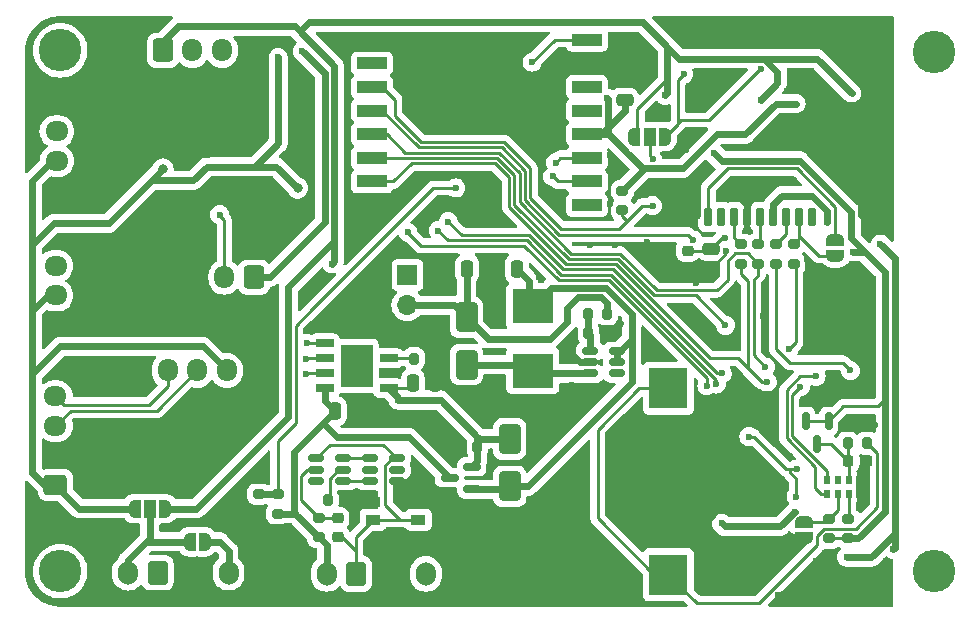
<source format=gbl>
G04 #@! TF.GenerationSoftware,KiCad,Pcbnew,7.0.5-7.0.5~ubuntu20.04.1*
G04 #@! TF.CreationDate,2023-10-16T22:49:32-03:00*
G04 #@! TF.ProjectId,Iguana_V1,49677561-6e61-45f5-9631-2e6b69636164,rev?*
G04 #@! TF.SameCoordinates,Original*
G04 #@! TF.FileFunction,Copper,L2,Bot*
G04 #@! TF.FilePolarity,Positive*
%FSLAX46Y46*%
G04 Gerber Fmt 4.6, Leading zero omitted, Abs format (unit mm)*
G04 Created by KiCad (PCBNEW 7.0.5-7.0.5~ubuntu20.04.1) date 2023-10-16 22:49:32*
%MOMM*%
%LPD*%
G01*
G04 APERTURE LIST*
G04 Aperture macros list*
%AMRoundRect*
0 Rectangle with rounded corners*
0 $1 Rounding radius*
0 $2 $3 $4 $5 $6 $7 $8 $9 X,Y pos of 4 corners*
0 Add a 4 corners polygon primitive as box body*
4,1,4,$2,$3,$4,$5,$6,$7,$8,$9,$2,$3,0*
0 Add four circle primitives for the rounded corners*
1,1,$1+$1,$2,$3*
1,1,$1+$1,$4,$5*
1,1,$1+$1,$6,$7*
1,1,$1+$1,$8,$9*
0 Add four rect primitives between the rounded corners*
20,1,$1+$1,$2,$3,$4,$5,0*
20,1,$1+$1,$4,$5,$6,$7,0*
20,1,$1+$1,$6,$7,$8,$9,0*
20,1,$1+$1,$8,$9,$2,$3,0*%
%AMFreePoly0*
4,1,19,0.550000,-0.750000,0.000000,-0.750000,0.000000,-0.744911,-0.071157,-0.744911,-0.207708,-0.704816,-0.327430,-0.627875,-0.420627,-0.520320,-0.479746,-0.390866,-0.500000,-0.250000,-0.500000,0.250000,-0.479746,0.390866,-0.420627,0.520320,-0.327430,0.627875,-0.207708,0.704816,-0.071157,0.744911,0.000000,0.744911,0.000000,0.750000,0.550000,0.750000,0.550000,-0.750000,0.550000,-0.750000,
$1*%
%AMFreePoly1*
4,1,19,0.000000,0.744911,0.071157,0.744911,0.207708,0.704816,0.327430,0.627875,0.420627,0.520320,0.479746,0.390866,0.500000,0.250000,0.500000,-0.250000,0.479746,-0.390866,0.420627,-0.520320,0.327430,-0.627875,0.207708,-0.704816,0.071157,-0.744911,0.000000,-0.744911,0.000000,-0.750000,-0.550000,-0.750000,-0.550000,0.750000,0.000000,0.750000,0.000000,0.744911,0.000000,0.744911,
$1*%
%AMFreePoly2*
4,1,19,0.500000,-0.750000,0.000000,-0.750000,0.000000,-0.744911,-0.071157,-0.744911,-0.207708,-0.704816,-0.327430,-0.627875,-0.420627,-0.520320,-0.479746,-0.390866,-0.500000,-0.250000,-0.500000,0.250000,-0.479746,0.390866,-0.420627,0.520320,-0.327430,0.627875,-0.207708,0.704816,-0.071157,0.744911,0.000000,0.744911,0.000000,0.750000,0.500000,0.750000,0.500000,-0.750000,0.500000,-0.750000,
$1*%
%AMFreePoly3*
4,1,19,0.000000,0.744911,0.071157,0.744911,0.207708,0.704816,0.327430,0.627875,0.420627,0.520320,0.479746,0.390866,0.500000,0.250000,0.500000,-0.250000,0.479746,-0.390866,0.420627,-0.520320,0.327430,-0.627875,0.207708,-0.704816,0.071157,-0.744911,0.000000,-0.744911,0.000000,-0.750000,-0.500000,-0.750000,-0.500000,0.750000,0.000000,0.750000,0.000000,0.744911,0.000000,0.744911,
$1*%
G04 Aperture macros list end*
G04 #@! TA.AperFunction,ComponentPad*
%ADD10R,1.700000X1.700000*%
G04 #@! TD*
G04 #@! TA.AperFunction,ComponentPad*
%ADD11O,1.700000X1.700000*%
G04 #@! TD*
G04 #@! TA.AperFunction,ComponentPad*
%ADD12O,0.890000X1.550000*%
G04 #@! TD*
G04 #@! TA.AperFunction,ComponentPad*
%ADD13O,1.250000X0.950000*%
G04 #@! TD*
G04 #@! TA.AperFunction,ComponentPad*
%ADD14RoundRect,0.250000X0.600000X0.750000X-0.600000X0.750000X-0.600000X-0.750000X0.600000X-0.750000X0*%
G04 #@! TD*
G04 #@! TA.AperFunction,ComponentPad*
%ADD15O,1.700000X2.000000*%
G04 #@! TD*
G04 #@! TA.AperFunction,ComponentPad*
%ADD16RoundRect,0.250000X-0.600000X-0.725000X0.600000X-0.725000X0.600000X0.725000X-0.600000X0.725000X0*%
G04 #@! TD*
G04 #@! TA.AperFunction,ComponentPad*
%ADD17O,1.700000X1.950000*%
G04 #@! TD*
G04 #@! TA.AperFunction,ComponentPad*
%ADD18RoundRect,0.250000X0.600000X0.725000X-0.600000X0.725000X-0.600000X-0.725000X0.600000X-0.725000X0*%
G04 #@! TD*
G04 #@! TA.AperFunction,ComponentPad*
%ADD19RoundRect,0.250000X0.725000X-0.600000X0.725000X0.600000X-0.725000X0.600000X-0.725000X-0.600000X0*%
G04 #@! TD*
G04 #@! TA.AperFunction,ComponentPad*
%ADD20O,1.950000X1.700000*%
G04 #@! TD*
G04 #@! TA.AperFunction,SMDPad,CuDef*
%ADD21RoundRect,0.200000X0.275000X-0.200000X0.275000X0.200000X-0.275000X0.200000X-0.275000X-0.200000X0*%
G04 #@! TD*
G04 #@! TA.AperFunction,SMDPad,CuDef*
%ADD22RoundRect,0.200000X0.200000X0.275000X-0.200000X0.275000X-0.200000X-0.275000X0.200000X-0.275000X0*%
G04 #@! TD*
G04 #@! TA.AperFunction,SMDPad,CuDef*
%ADD23RoundRect,0.175000X0.175000X0.625000X-0.175000X0.625000X-0.175000X-0.625000X0.175000X-0.625000X0*%
G04 #@! TD*
G04 #@! TA.AperFunction,SMDPad,CuDef*
%ADD24RoundRect,0.300000X0.300000X0.800000X-0.300000X0.800000X-0.300000X-0.800000X0.300000X-0.800000X0*%
G04 #@! TD*
G04 #@! TA.AperFunction,SMDPad,CuDef*
%ADD25RoundRect,0.300000X0.300000X0.400000X-0.300000X0.400000X-0.300000X-0.400000X0.300000X-0.400000X0*%
G04 #@! TD*
G04 #@! TA.AperFunction,SMDPad,CuDef*
%ADD26RoundRect,0.350000X0.450000X0.350000X-0.450000X0.350000X-0.450000X-0.350000X0.450000X-0.350000X0*%
G04 #@! TD*
G04 #@! TA.AperFunction,SMDPad,CuDef*
%ADD27RoundRect,0.200000X-0.275000X0.200000X-0.275000X-0.200000X0.275000X-0.200000X0.275000X0.200000X0*%
G04 #@! TD*
G04 #@! TA.AperFunction,SMDPad,CuDef*
%ADD28FreePoly0,180.000000*%
G04 #@! TD*
G04 #@! TA.AperFunction,SMDPad,CuDef*
%ADD29R,1.000000X1.500000*%
G04 #@! TD*
G04 #@! TA.AperFunction,SMDPad,CuDef*
%ADD30FreePoly1,180.000000*%
G04 #@! TD*
G04 #@! TA.AperFunction,SMDPad,CuDef*
%ADD31R,1.500000X0.650000*%
G04 #@! TD*
G04 #@! TA.AperFunction,SMDPad,CuDef*
%ADD32R,2.700000X3.600000*%
G04 #@! TD*
G04 #@! TA.AperFunction,SMDPad,CuDef*
%ADD33RoundRect,0.200000X-0.200000X-0.275000X0.200000X-0.275000X0.200000X0.275000X-0.200000X0.275000X0*%
G04 #@! TD*
G04 #@! TA.AperFunction,SMDPad,CuDef*
%ADD34RoundRect,0.225000X-0.225000X-0.250000X0.225000X-0.250000X0.225000X0.250000X-0.225000X0.250000X0*%
G04 #@! TD*
G04 #@! TA.AperFunction,SMDPad,CuDef*
%ADD35RoundRect,0.225000X-0.250000X0.225000X-0.250000X-0.225000X0.250000X-0.225000X0.250000X0.225000X0*%
G04 #@! TD*
G04 #@! TA.AperFunction,SMDPad,CuDef*
%ADD36FreePoly2,0.000000*%
G04 #@! TD*
G04 #@! TA.AperFunction,SMDPad,CuDef*
%ADD37FreePoly3,0.000000*%
G04 #@! TD*
G04 #@! TA.AperFunction,SMDPad,CuDef*
%ADD38FreePoly2,270.000000*%
G04 #@! TD*
G04 #@! TA.AperFunction,SMDPad,CuDef*
%ADD39FreePoly3,270.000000*%
G04 #@! TD*
G04 #@! TA.AperFunction,SMDPad,CuDef*
%ADD40R,2.500000X1.000000*%
G04 #@! TD*
G04 #@! TA.AperFunction,SMDPad,CuDef*
%ADD41RoundRect,0.250000X-0.475000X0.250000X-0.475000X-0.250000X0.475000X-0.250000X0.475000X0.250000X0*%
G04 #@! TD*
G04 #@! TA.AperFunction,SMDPad,CuDef*
%ADD42RoundRect,0.150000X0.512500X0.150000X-0.512500X0.150000X-0.512500X-0.150000X0.512500X-0.150000X0*%
G04 #@! TD*
G04 #@! TA.AperFunction,SMDPad,CuDef*
%ADD43FreePoly0,0.000000*%
G04 #@! TD*
G04 #@! TA.AperFunction,SMDPad,CuDef*
%ADD44FreePoly1,0.000000*%
G04 #@! TD*
G04 #@! TA.AperFunction,SMDPad,CuDef*
%ADD45RoundRect,0.150000X-0.150000X0.587500X-0.150000X-0.587500X0.150000X-0.587500X0.150000X0.587500X0*%
G04 #@! TD*
G04 #@! TA.AperFunction,SMDPad,CuDef*
%ADD46RoundRect,0.250000X0.650000X-1.000000X0.650000X1.000000X-0.650000X1.000000X-0.650000X-1.000000X0*%
G04 #@! TD*
G04 #@! TA.AperFunction,SMDPad,CuDef*
%ADD47R,3.300000X3.500000*%
G04 #@! TD*
G04 #@! TA.AperFunction,SMDPad,CuDef*
%ADD48C,10.200000*%
G04 #@! TD*
G04 #@! TA.AperFunction,SMDPad,CuDef*
%ADD49R,1.250000X0.900000*%
G04 #@! TD*
G04 #@! TA.AperFunction,SMDPad,CuDef*
%ADD50RoundRect,0.250000X-0.250000X-0.475000X0.250000X-0.475000X0.250000X0.475000X-0.250000X0.475000X0*%
G04 #@! TD*
G04 #@! TA.AperFunction,SMDPad,CuDef*
%ADD51R,0.500000X0.800000*%
G04 #@! TD*
G04 #@! TA.AperFunction,SMDPad,CuDef*
%ADD52RoundRect,0.250000X0.250000X0.475000X-0.250000X0.475000X-0.250000X-0.475000X0.250000X-0.475000X0*%
G04 #@! TD*
G04 #@! TA.AperFunction,SMDPad,CuDef*
%ADD53RoundRect,0.150000X-0.512500X-0.150000X0.512500X-0.150000X0.512500X0.150000X-0.512500X0.150000X0*%
G04 #@! TD*
G04 #@! TA.AperFunction,SMDPad,CuDef*
%ADD54RoundRect,0.250000X-0.650000X1.000000X-0.650000X-1.000000X0.650000X-1.000000X0.650000X1.000000X0*%
G04 #@! TD*
G04 #@! TA.AperFunction,SMDPad,CuDef*
%ADD55R,3.500000X2.950000*%
G04 #@! TD*
G04 #@! TA.AperFunction,SMDPad,CuDef*
%ADD56RoundRect,0.150000X0.587500X0.150000X-0.587500X0.150000X-0.587500X-0.150000X0.587500X-0.150000X0*%
G04 #@! TD*
G04 #@! TA.AperFunction,ViaPad*
%ADD57C,3.600000*%
G04 #@! TD*
G04 #@! TA.AperFunction,ViaPad*
%ADD58C,0.600000*%
G04 #@! TD*
G04 #@! TA.AperFunction,ViaPad*
%ADD59C,0.800000*%
G04 #@! TD*
G04 #@! TA.AperFunction,Conductor*
%ADD60C,0.254000*%
G04 #@! TD*
G04 #@! TA.AperFunction,Conductor*
%ADD61C,0.250000*%
G04 #@! TD*
G04 #@! TA.AperFunction,Conductor*
%ADD62C,0.609600*%
G04 #@! TD*
G04 APERTURE END LIST*
D10*
X112400000Y-51925000D03*
D11*
X112400000Y-54465000D03*
D12*
X120700000Y-78300000D03*
D13*
X121700000Y-75600000D03*
X126700000Y-75600000D03*
D12*
X127700000Y-78300000D03*
D14*
X99750000Y-77125000D03*
D15*
X97250000Y-77125000D03*
D16*
X91700000Y-32900000D03*
D17*
X94200000Y-32900000D03*
X96700000Y-32900000D03*
X99200000Y-32900000D03*
D18*
X99400000Y-52100000D03*
D17*
X96900000Y-52100000D03*
X94400000Y-52100000D03*
D19*
X82725000Y-44750000D03*
D20*
X82725000Y-42250000D03*
X82725000Y-39750000D03*
D19*
X82625000Y-56150000D03*
D20*
X82625000Y-53650000D03*
X82625000Y-51150000D03*
D18*
X99600000Y-60000000D03*
D17*
X97100000Y-60000000D03*
X94600000Y-60000000D03*
X92100000Y-60000000D03*
D14*
X91250000Y-77125000D03*
D15*
X88750000Y-77125000D03*
D14*
X108050000Y-77225000D03*
D15*
X105550000Y-77225000D03*
D14*
X116450000Y-77225000D03*
D15*
X113950000Y-77225000D03*
D19*
X82600000Y-69700000D03*
D20*
X82600000Y-67200000D03*
X82600000Y-64700000D03*
X82600000Y-62200000D03*
D21*
X145120000Y-50965000D03*
X145120000Y-49315000D03*
X143620000Y-50965000D03*
X143620000Y-49315000D03*
D22*
X129325000Y-55200000D03*
X127675000Y-55200000D03*
D23*
X146680000Y-47000000D03*
X145580000Y-47000000D03*
X144480000Y-47000000D03*
X143380000Y-47000000D03*
X142280000Y-47000000D03*
X141180000Y-47000000D03*
X140080000Y-47000000D03*
X138980000Y-47000000D03*
X137880000Y-47000000D03*
D24*
X136680000Y-36900000D03*
D25*
X136680000Y-46500000D03*
D26*
X151280000Y-46500000D03*
D24*
X152180000Y-36900000D03*
D27*
X101400000Y-70475000D03*
X101400000Y-72125000D03*
D22*
X107325000Y-71000000D03*
X105675000Y-71000000D03*
D28*
X91900000Y-71700000D03*
D29*
X90600000Y-71700000D03*
D30*
X89300000Y-71700000D03*
D31*
X110800000Y-57695000D03*
X110800000Y-58965000D03*
X110800000Y-60235000D03*
X110800000Y-61505000D03*
X105400000Y-61505000D03*
X105400000Y-60235000D03*
X105400000Y-58965000D03*
X105400000Y-57695000D03*
D32*
X108100000Y-59600000D03*
D27*
X130600000Y-44775000D03*
X130600000Y-46425000D03*
D33*
X149675000Y-66150000D03*
X151325000Y-66150000D03*
D21*
X149700000Y-74225000D03*
X149700000Y-72575000D03*
D34*
X149725000Y-67650000D03*
X151275000Y-67650000D03*
D35*
X136120000Y-49865000D03*
X136120000Y-51415000D03*
D36*
X93950000Y-74500000D03*
D37*
X95250000Y-74500000D03*
D27*
X99800000Y-70475000D03*
X99800000Y-72125000D03*
D38*
X148620000Y-48990000D03*
D39*
X148620000Y-50290000D03*
D40*
X109400000Y-46000000D03*
X109400000Y-44000000D03*
X109400000Y-42000000D03*
X109400000Y-40000000D03*
X109400000Y-38000000D03*
X109400000Y-36000000D03*
X109400000Y-34000000D03*
X109400000Y-32000000D03*
X127600000Y-32000000D03*
X127600000Y-34000000D03*
X127600000Y-36000000D03*
X127600000Y-38000000D03*
X127600000Y-40000000D03*
X127600000Y-42000000D03*
X127600000Y-44000000D03*
X127600000Y-46000000D03*
D41*
X130800000Y-35200000D03*
X130800000Y-37100000D03*
D35*
X106500000Y-72525000D03*
X106500000Y-74075000D03*
D41*
X138120000Y-49690000D03*
X138120000Y-51590000D03*
D42*
X111500000Y-67450000D03*
X111500000Y-68400000D03*
X111500000Y-69350000D03*
X109225000Y-69350000D03*
X109225000Y-68400000D03*
X109225000Y-67450000D03*
D43*
X131600000Y-40200000D03*
D29*
X132900000Y-40200000D03*
D44*
X134200000Y-40200000D03*
D21*
X104900000Y-74125000D03*
X104900000Y-72475000D03*
X148100000Y-74225000D03*
X148100000Y-72575000D03*
D38*
X146000000Y-72850000D03*
D39*
X146000000Y-74150000D03*
D45*
X146150000Y-64312500D03*
X148050000Y-64312500D03*
X147100000Y-66187500D03*
D46*
X121062500Y-69800000D03*
X121062500Y-65800000D03*
D47*
X134500000Y-77300000D03*
X134500000Y-61500000D03*
D48*
X134500000Y-69400000D03*
D21*
X140620000Y-50965000D03*
X140620000Y-49315000D03*
D49*
X109475000Y-71150000D03*
X113325000Y-71150000D03*
X109475000Y-72650000D03*
X113325000Y-72650000D03*
D50*
X106250000Y-63435000D03*
X108150000Y-63435000D03*
D51*
X147950000Y-69250000D03*
X148850000Y-69250000D03*
X149750000Y-69250000D03*
X150650000Y-69250000D03*
X150650000Y-70450000D03*
X149750000Y-70450000D03*
X148850000Y-70450000D03*
X147950000Y-70450000D03*
D52*
X117450000Y-51400000D03*
X115550000Y-51400000D03*
D50*
X112850000Y-61100000D03*
X114750000Y-61100000D03*
D53*
X127862500Y-60250000D03*
X127862500Y-59300000D03*
X127862500Y-58350000D03*
X130137500Y-58350000D03*
X130137500Y-59300000D03*
X130137500Y-60250000D03*
D52*
X121650000Y-51400000D03*
X119750000Y-51400000D03*
D42*
X106937500Y-67450000D03*
X106937500Y-68400000D03*
X106937500Y-69350000D03*
X104662500Y-69350000D03*
X104662500Y-68400000D03*
X104662500Y-67450000D03*
D21*
X142120000Y-50965000D03*
X142120000Y-49315000D03*
D54*
X117400000Y-55500000D03*
X117400000Y-59500000D03*
D33*
X127700000Y-56800000D03*
X129350000Y-56800000D03*
D55*
X123000000Y-54575000D03*
X123000000Y-60025000D03*
D22*
X114625000Y-59000000D03*
X112975000Y-59000000D03*
X118325000Y-66500000D03*
X116675000Y-66500000D03*
D56*
X117837500Y-68150000D03*
X117837500Y-70050000D03*
X115962500Y-69100000D03*
D57*
X157000000Y-77000000D03*
X83000000Y-32900000D03*
X157000000Y-33000000D03*
X83000000Y-77000000D03*
D58*
X100050000Y-68550000D03*
X93300000Y-63100000D03*
X134500000Y-45150000D03*
X128450000Y-76550000D03*
X124800000Y-40350000D03*
X96850000Y-57300000D03*
X132650000Y-57400000D03*
X87400000Y-75550000D03*
X102050000Y-32250000D03*
X142450000Y-75450000D03*
X88350000Y-43700000D03*
X151050000Y-68250000D03*
X122550000Y-68100000D03*
X143250000Y-43800000D03*
X118900000Y-71250000D03*
X123550000Y-52100000D03*
X122800000Y-39600000D03*
X152650000Y-43850000D03*
X127850000Y-49350000D03*
X87200000Y-66350000D03*
X139650000Y-64650000D03*
X117600000Y-62600000D03*
X119800000Y-67900000D03*
X110350000Y-47500000D03*
X91800000Y-67300000D03*
X145050000Y-75500000D03*
X97143268Y-40747715D03*
X112850000Y-33200000D03*
X126350000Y-61200000D03*
X110950000Y-74700000D03*
X141700000Y-40950000D03*
X126550000Y-68150000D03*
X115150000Y-55550000D03*
X118500000Y-76000000D03*
X93149112Y-38004856D03*
X131850000Y-45250000D03*
X91400000Y-48650000D03*
X151200000Y-69900000D03*
X97350000Y-45100000D03*
X94300000Y-54150000D03*
X86289504Y-45629662D03*
X153000000Y-38600000D03*
X142500000Y-64800000D03*
X151650000Y-59350000D03*
X104300000Y-44450000D03*
X113150000Y-68200000D03*
X87130871Y-31451564D03*
X118450000Y-32600000D03*
X99450000Y-63950000D03*
X117800000Y-47200000D03*
X127050000Y-74050000D03*
X126250000Y-58550000D03*
X143800000Y-79000000D03*
X120150000Y-58400000D03*
X140500000Y-70000000D03*
X108450000Y-70400000D03*
X144500000Y-36350000D03*
X104350000Y-37650000D03*
X99800000Y-38050000D03*
X147650000Y-51850000D03*
X92380133Y-36071334D03*
X99450000Y-54350000D03*
X138300000Y-75850000D03*
X152650000Y-32500000D03*
X122100000Y-36150000D03*
X132350000Y-74750000D03*
X91300000Y-45100000D03*
X87350000Y-48950000D03*
X140400000Y-67000000D03*
X104500000Y-52600000D03*
X95550000Y-41750000D03*
X126200000Y-63300000D03*
X102750000Y-36550000D03*
X134800000Y-30950000D03*
X143300000Y-71400000D03*
X144800000Y-67200000D03*
X118942018Y-53196874D03*
X146500000Y-41250000D03*
X151550000Y-34850000D03*
X123750000Y-42550000D03*
X111800000Y-70750000D03*
X145150000Y-43900000D03*
X100350000Y-47050000D03*
X94073500Y-35600000D03*
X113400000Y-43950000D03*
X136100000Y-30700000D03*
X107350000Y-39950000D03*
X87400000Y-60600000D03*
X117135616Y-38928712D03*
X85500000Y-74300000D03*
X89550000Y-46700000D03*
X120200000Y-46750000D03*
X129550000Y-45900000D03*
X91300000Y-39600000D03*
X94150000Y-77650000D03*
X94550000Y-72900000D03*
X140450000Y-44050000D03*
X121050000Y-63450000D03*
X152950000Y-76100000D03*
X152750000Y-47700000D03*
X118900000Y-78950000D03*
X136850000Y-52575500D03*
X132700000Y-49126500D03*
X102550000Y-74000000D03*
X137400000Y-35000000D03*
X98600000Y-35350000D03*
X119792392Y-54590571D03*
X113450000Y-57150000D03*
X114600000Y-46250000D03*
X107350000Y-43250000D03*
X147000000Y-76126500D03*
X84500000Y-67650000D03*
X113400000Y-38900000D03*
X150700000Y-64900000D03*
X134450000Y-38300000D03*
X115750000Y-61150000D03*
X125150000Y-45350000D03*
X130000000Y-49350000D03*
X106300000Y-54750000D03*
X138800000Y-78400000D03*
X100950000Y-57150000D03*
X109600000Y-63500000D03*
X86650000Y-51800000D03*
X89000000Y-61900000D03*
X148300000Y-41300000D03*
X129700000Y-33800000D03*
X140250000Y-60200000D03*
X107900000Y-47450000D03*
X94000000Y-47150000D03*
X142500000Y-55350000D03*
X91100000Y-30900000D03*
X110250000Y-53150000D03*
X152000000Y-64650000D03*
X96750000Y-67250000D03*
X150350000Y-51650000D03*
X150700000Y-79100000D03*
X123150000Y-71650000D03*
X140400000Y-53800000D03*
X139408411Y-49908411D03*
X136000000Y-41300000D03*
X142650000Y-52900000D03*
X114642916Y-53175699D03*
X130400000Y-56000000D03*
X116600000Y-33050000D03*
X99300000Y-74750000D03*
X129550000Y-41750000D03*
X131550000Y-64150000D03*
X133150000Y-50550000D03*
X119650000Y-60850000D03*
X113650000Y-64250000D03*
X148200000Y-56600000D03*
X107400000Y-36500000D03*
X82000000Y-36500000D03*
X129900000Y-31900000D03*
X149350000Y-38400000D03*
X146200000Y-50600000D03*
X122100000Y-32700000D03*
X106000000Y-50950000D03*
X142300000Y-37100000D03*
X134200000Y-36700000D03*
X150000000Y-36500000D03*
X152450000Y-49300000D03*
X129275000Y-36925000D03*
X153550000Y-75150000D03*
X149600000Y-75800000D03*
X145300000Y-37400000D03*
X103500000Y-32950000D03*
X145177400Y-71972600D03*
X139000000Y-72950000D03*
X139300000Y-48750000D03*
X150100000Y-49950000D03*
X147950000Y-47450000D03*
X138325000Y-41575000D03*
X101450000Y-33500000D03*
D59*
X103100000Y-44550000D03*
X91700000Y-42950000D03*
D58*
X141300000Y-65600000D03*
X145300000Y-70674500D03*
X145350000Y-68346500D03*
X103800000Y-59000000D03*
X103800000Y-60300000D03*
X103900000Y-57700000D03*
X111600000Y-62500000D03*
X96500000Y-46800000D03*
X147000000Y-60500000D03*
X145666589Y-61366589D03*
X122950000Y-33900000D03*
X133150000Y-42095700D03*
X116500000Y-44550000D03*
X115000000Y-48150000D03*
X138550000Y-61150000D03*
X112450000Y-48300000D03*
X137750000Y-61300000D03*
X115850000Y-47400000D03*
X139050000Y-60250000D03*
X142874500Y-60975000D03*
X142700000Y-59700000D03*
X139325000Y-56175000D03*
X149900000Y-60000000D03*
X144700000Y-58200000D03*
X133150000Y-46050000D03*
X124950000Y-42400000D03*
X124700000Y-43577500D03*
X136600000Y-48950000D03*
X135800000Y-34900000D03*
X142331274Y-34468726D03*
D60*
X147100000Y-74750000D02*
X142150000Y-79700000D01*
X142150000Y-79700000D02*
X136900000Y-79700000D01*
X134500000Y-61500000D02*
X132000000Y-61500000D01*
X128500000Y-65000000D02*
X128500000Y-72500000D01*
X152150000Y-71600000D02*
X150350000Y-73400000D01*
X133300000Y-77300000D02*
X134500000Y-77300000D01*
X132000000Y-61500000D02*
X128500000Y-65000000D01*
X151325000Y-66150000D02*
X152150000Y-66975000D01*
X152150000Y-66975000D02*
X152150000Y-71600000D01*
X147100000Y-74004709D02*
X147100000Y-74750000D01*
X147704709Y-73400000D02*
X147100000Y-74004709D01*
X128500000Y-72500000D02*
X133300000Y-77300000D01*
X150350000Y-73400000D02*
X147704709Y-73400000D01*
X136900000Y-79700000D02*
X134500000Y-77300000D01*
D61*
X138120000Y-51590000D02*
X138360000Y-51590000D01*
D62*
X142900000Y-43800000D02*
X143250000Y-43800000D01*
X150650000Y-70450000D02*
X150650000Y-69250000D01*
D61*
X138360000Y-51590000D02*
X138360000Y-51140000D01*
D62*
X141180000Y-47000000D02*
X141180000Y-45520000D01*
X151050000Y-70050000D02*
X150650000Y-70450000D01*
X129350000Y-56800000D02*
X129600000Y-56800000D01*
X141180000Y-45520000D02*
X142900000Y-43800000D01*
X127862500Y-59300000D02*
X127000000Y-59300000D01*
X151050000Y-68250000D02*
X151050000Y-70050000D01*
X135850000Y-46500000D02*
X134500000Y-45150000D01*
D61*
X138360000Y-51140000D02*
X139408411Y-50091589D01*
D62*
X127000000Y-59300000D02*
X126250000Y-58550000D01*
X129600000Y-56800000D02*
X130400000Y-56000000D01*
X136680000Y-46500000D02*
X135850000Y-46500000D01*
D61*
X139408411Y-50091589D02*
X139408411Y-49908411D01*
D62*
X120812500Y-70050000D02*
X121062500Y-69800000D01*
X122650000Y-54225000D02*
X123000000Y-54575000D01*
X117837500Y-70050000D02*
X120812500Y-70050000D01*
X129190400Y-52990400D02*
X131400000Y-55200000D01*
X130400000Y-58350000D02*
X131400000Y-57350000D01*
X131400000Y-55200000D02*
X131400000Y-57350000D01*
X121650000Y-51400000D02*
X122650000Y-52400000D01*
X131400000Y-61000000D02*
X122600000Y-69800000D01*
X130137500Y-59300000D02*
X130137500Y-58350000D01*
X123000000Y-54575000D02*
X124584600Y-52990400D01*
X131400000Y-57350000D02*
X131400000Y-61000000D01*
X122650000Y-52400000D02*
X122650000Y-54225000D01*
X122600000Y-69800000D02*
X121062500Y-69800000D01*
X130137500Y-58350000D02*
X130400000Y-58350000D01*
X124584600Y-52990400D02*
X129190400Y-52990400D01*
D60*
X104662500Y-68400000D02*
X103900000Y-68400000D01*
X103400000Y-68900000D02*
X103400000Y-70975000D01*
X106500000Y-72525000D02*
X104950000Y-72525000D01*
X103400000Y-70975000D02*
X104900000Y-72475000D01*
X104950000Y-72525000D02*
X104900000Y-72475000D01*
X103900000Y-68400000D02*
X103400000Y-68900000D01*
X113325000Y-72650000D02*
X111800000Y-72650000D01*
X110510500Y-68052420D02*
X110510500Y-71360500D01*
X108050000Y-74075000D02*
X108050000Y-75300000D01*
X111112920Y-67450000D02*
X110510500Y-68052420D01*
X106825000Y-74075000D02*
X108050000Y-75300000D01*
X106500000Y-74075000D02*
X106825000Y-74075000D01*
X105812500Y-66300000D02*
X110350000Y-66300000D01*
X108050000Y-75300000D02*
X108050000Y-77225000D01*
X104662500Y-67450000D02*
X105812500Y-66300000D01*
X109475000Y-72650000D02*
X108050000Y-74075000D01*
X110510500Y-71360500D02*
X111800000Y-72650000D01*
X111500000Y-67450000D02*
X111112920Y-67450000D01*
X110350000Y-66300000D02*
X111500000Y-67450000D01*
X111800000Y-72650000D02*
X109475000Y-72650000D01*
D62*
X102768200Y-66916800D02*
X105242500Y-64442500D01*
X102768200Y-71993200D02*
X102768200Y-66916800D01*
X104900000Y-74125000D02*
X102987500Y-72212500D01*
X105550000Y-77225000D02*
X105550000Y-74775000D01*
X112530700Y-65668200D02*
X115962500Y-69100000D01*
X101400000Y-72125000D02*
X102900000Y-72125000D01*
X105242500Y-64442500D02*
X106468200Y-65668200D01*
X105242500Y-64442500D02*
X106250000Y-63435000D01*
X102987500Y-72212500D02*
X102768200Y-71993200D01*
X105400000Y-61505000D02*
X105400000Y-62585000D01*
X102900000Y-72125000D02*
X102987500Y-72212500D01*
X106468200Y-65668200D02*
X112530700Y-65668200D01*
X105550000Y-74775000D02*
X104900000Y-74125000D01*
X105400000Y-62585000D02*
X106250000Y-63435000D01*
X124509600Y-57300000D02*
X125900000Y-55909600D01*
X126800000Y-53800000D02*
X128800000Y-53800000D01*
X117400000Y-55500000D02*
X119200000Y-57300000D01*
X117400000Y-55500000D02*
X117400000Y-51450000D01*
X116365000Y-54465000D02*
X117400000Y-55500000D01*
X128800000Y-53800000D02*
X129325000Y-54325000D01*
X125900000Y-54700000D02*
X126800000Y-53800000D01*
X129325000Y-54325000D02*
X129325000Y-55200000D01*
X125900000Y-55909600D02*
X125900000Y-54700000D01*
X112400000Y-54465000D02*
X116365000Y-54465000D01*
X119200000Y-57300000D02*
X124509600Y-57300000D01*
X134400000Y-36500000D02*
X134200000Y-36700000D01*
X102300000Y-52950000D02*
X106200000Y-49050000D01*
X106200000Y-50750000D02*
X106200000Y-48200000D01*
X91700000Y-32150000D02*
X91700000Y-32900000D01*
X142300000Y-37100000D02*
X143700000Y-35700000D01*
X106000000Y-50950000D02*
X106200000Y-50750000D01*
X93000000Y-30850000D02*
X91700000Y-32150000D01*
X147100000Y-33600000D02*
X150000000Y-36500000D01*
X103300000Y-31300000D02*
X102850000Y-30850000D01*
X106200000Y-49050000D02*
X106200000Y-48200000D01*
X102300000Y-63900000D02*
X102300000Y-52950000D01*
D61*
X131850000Y-37850000D02*
X134400000Y-35300000D01*
D62*
X103300000Y-31300000D02*
X104095200Y-30504800D01*
X91900000Y-71700000D02*
X94500000Y-71700000D01*
X102850000Y-30850000D02*
X93000000Y-30850000D01*
X106200000Y-47500000D02*
X106200000Y-34200000D01*
X143700000Y-34700000D02*
X142600000Y-33600000D01*
X104095200Y-30504800D02*
X132304800Y-30504800D01*
D61*
X131850000Y-39950000D02*
X131850000Y-37850000D01*
X131600000Y-40200000D02*
X131850000Y-39950000D01*
D62*
X106200000Y-34200000D02*
X103300000Y-31300000D01*
X132304800Y-30504800D02*
X134400000Y-32600000D01*
X134400000Y-32600000D02*
X135400000Y-33600000D01*
X135400000Y-33600000D02*
X147100000Y-33600000D01*
X134400000Y-32600000D02*
X134400000Y-35300000D01*
X106200000Y-48200000D02*
X106200000Y-47500000D01*
X134400000Y-35300000D02*
X134400000Y-36500000D01*
X94500000Y-71700000D02*
X102300000Y-63900000D01*
X143700000Y-35700000D02*
X143700000Y-34700000D01*
X143600000Y-37400000D02*
X141000000Y-40000000D01*
X145177400Y-71972600D02*
X143950000Y-73200000D01*
X129354800Y-37004800D02*
X129354800Y-39904800D01*
X127600000Y-40000000D02*
X128800000Y-40000000D01*
X145300000Y-37400000D02*
X143600000Y-37400000D01*
X139250000Y-73200000D02*
X139000000Y-72950000D01*
X135700000Y-42900000D02*
X133900000Y-42900000D01*
X99400000Y-52100000D02*
X100750000Y-52100000D01*
X100750000Y-52100000D02*
X105390400Y-47459600D01*
X153645200Y-50495200D02*
X152450000Y-49300000D01*
X129450000Y-40000000D02*
X131000000Y-41550000D01*
X129354800Y-39904800D02*
X131000000Y-41550000D01*
X132475000Y-42900000D02*
X133900000Y-42900000D01*
X141000000Y-40000000D02*
X138600000Y-40000000D01*
X130600000Y-44775000D02*
X132475000Y-42900000D01*
X130800000Y-38000000D02*
X130800000Y-37100000D01*
X132350000Y-42900000D02*
X131000000Y-41550000D01*
X149600000Y-75800000D02*
X151650000Y-75800000D01*
X138600000Y-40000000D02*
X135700000Y-42900000D01*
X153645200Y-75054800D02*
X153645200Y-73300000D01*
X153645200Y-73300000D02*
X153645200Y-50495200D01*
X151650000Y-75800000D02*
X153645200Y-73804800D01*
X129275000Y-36925000D02*
X129354800Y-37004800D01*
X133900000Y-42900000D02*
X132350000Y-42900000D01*
X128800000Y-40000000D02*
X130800000Y-38000000D01*
X127600000Y-40000000D02*
X129450000Y-40000000D01*
X153550000Y-75150000D02*
X153645200Y-75054800D01*
X153645200Y-73804800D02*
X153645200Y-73300000D01*
X105390400Y-34840400D02*
X103500000Y-32950000D01*
X143950000Y-73200000D02*
X139250000Y-73200000D01*
X105390400Y-47459600D02*
X105390400Y-34840400D01*
D61*
X136120000Y-49865000D02*
X137945000Y-49865000D01*
D62*
X144100000Y-45200000D02*
X146641382Y-45200000D01*
X150575000Y-74225000D02*
X152835600Y-71964400D01*
X147950000Y-46508618D02*
X147950000Y-47450000D01*
X149700000Y-74225000D02*
X150575000Y-74225000D01*
X145620672Y-42250000D02*
X149975200Y-46604528D01*
X143380000Y-45920000D02*
X144100000Y-45200000D01*
D60*
X148050000Y-64312500D02*
X149312500Y-63050000D01*
D62*
X146641382Y-45200000D02*
X147950000Y-46508618D01*
X149975200Y-46604528D02*
X149975200Y-48825200D01*
X152835600Y-71964400D02*
X152835600Y-61450000D01*
D60*
X149312500Y-63050000D02*
X152200000Y-63050000D01*
X148100000Y-74225000D02*
X149700000Y-74225000D01*
D61*
X139060000Y-48750000D02*
X138120000Y-49690000D01*
D60*
X146150000Y-64312500D02*
X148050000Y-64312500D01*
D62*
X139000000Y-42250000D02*
X145620672Y-42250000D01*
D60*
X152200000Y-63050000D02*
X152835600Y-62414400D01*
D62*
X149975200Y-48825200D02*
X151100000Y-49950000D01*
D61*
X137945000Y-49865000D02*
X138120000Y-49690000D01*
X139300000Y-48750000D02*
X139060000Y-48750000D01*
D62*
X150100000Y-49950000D02*
X151100000Y-49950000D01*
X151100000Y-49950000D02*
X152835600Y-51685600D01*
D60*
X152835600Y-62414400D02*
X152835600Y-61450000D01*
D62*
X152835600Y-51685600D02*
X152835600Y-61450000D01*
X138325000Y-41575000D02*
X139000000Y-42250000D01*
X143380000Y-47000000D02*
X143380000Y-45920000D01*
X91700000Y-42950000D02*
X90700000Y-43950000D01*
X101450000Y-33500000D02*
X101450000Y-40750000D01*
X80650000Y-49350000D02*
X80650000Y-51600000D01*
X94250000Y-43900000D02*
X95400000Y-42750000D01*
X80650000Y-68650000D02*
X80650000Y-60300000D01*
X89300000Y-71700000D02*
X84600000Y-71700000D01*
X83000000Y-57950000D02*
X80650000Y-60300000D01*
X97100000Y-60000000D02*
X95050000Y-57950000D01*
X82450000Y-47550000D02*
X80650000Y-49350000D01*
X87100000Y-47550000D02*
X82450000Y-47550000D01*
X95050000Y-57950000D02*
X83000000Y-57950000D01*
X80650000Y-54950000D02*
X80650000Y-51600000D01*
X80650000Y-51600000D02*
X80650000Y-43950000D01*
X103100000Y-44550000D02*
X101300000Y-42750000D01*
X95400000Y-42750000D02*
X99450000Y-42750000D01*
X94250000Y-43900000D02*
X90750000Y-43900000D01*
X80650000Y-43950000D02*
X82300000Y-42300000D01*
X81700000Y-69700000D02*
X80650000Y-68650000D01*
X101300000Y-42750000D02*
X99450000Y-42750000D01*
X82775000Y-53600000D02*
X82000000Y-53600000D01*
X82600000Y-69700000D02*
X81700000Y-69700000D01*
X82300000Y-42300000D02*
X82975000Y-42300000D01*
X90750000Y-43900000D02*
X90700000Y-43950000D01*
X82000000Y-53600000D02*
X80650000Y-54950000D01*
X90700000Y-43950000D02*
X87100000Y-47550000D01*
X80650000Y-60300000D02*
X80650000Y-54950000D01*
X101450000Y-40750000D02*
X99450000Y-42750000D01*
X84600000Y-71700000D02*
X82600000Y-69700000D01*
D61*
X141300000Y-65600000D02*
X141700000Y-65600000D01*
X144446500Y-68346500D02*
X144750000Y-68346500D01*
X145300000Y-69150000D02*
X144750000Y-68600000D01*
X141700000Y-65600000D02*
X144446500Y-68346500D01*
X144750000Y-68346500D02*
X145350000Y-68346500D01*
X144750000Y-68600000D02*
X144750000Y-68346500D01*
X145300000Y-70674500D02*
X145300000Y-69150000D01*
D60*
X149675000Y-67600000D02*
X149725000Y-67650000D01*
X148262500Y-66187500D02*
X149725000Y-67650000D01*
X149750000Y-67675000D02*
X149725000Y-67650000D01*
X147100000Y-66187500D02*
X148262500Y-66187500D01*
X149675000Y-66150000D02*
X149675000Y-67600000D01*
X149750000Y-69250000D02*
X149750000Y-67675000D01*
X105400000Y-58965000D02*
X103835000Y-58965000D01*
X103835000Y-58965000D02*
X103800000Y-59000000D01*
X103865000Y-60235000D02*
X103800000Y-60300000D01*
X105400000Y-60235000D02*
X103865000Y-60235000D01*
D62*
X117400000Y-59500000D02*
X122475000Y-59500000D01*
X122475000Y-59500000D02*
X123000000Y-60025000D01*
X123225000Y-60250000D02*
X127862500Y-60250000D01*
X123000000Y-60025000D02*
X123225000Y-60250000D01*
X118325000Y-66500000D02*
X118325000Y-67662500D01*
X111600000Y-62305000D02*
X110800000Y-61505000D01*
X111600000Y-62500000D02*
X111600000Y-62305000D01*
D60*
X110800000Y-61505000D02*
X112445000Y-61505000D01*
D62*
X111600000Y-62500000D02*
X115200000Y-62500000D01*
D60*
X105400000Y-57695000D02*
X103905000Y-57695000D01*
X103905000Y-57695000D02*
X103900000Y-57700000D01*
X112445000Y-61505000D02*
X112850000Y-61100000D01*
D62*
X115200000Y-62500000D02*
X118325000Y-65625000D01*
X121062500Y-65800000D02*
X118500000Y-65800000D01*
X118325000Y-65625000D02*
X118325000Y-66500000D01*
X118325000Y-67662500D02*
X117837500Y-68150000D01*
X118500000Y-65800000D02*
X118325000Y-65625000D01*
D60*
X148850000Y-70450000D02*
X148850000Y-71825000D01*
X147825000Y-72850000D02*
X148100000Y-72575000D01*
X146000000Y-72850000D02*
X147825000Y-72850000D01*
X148850000Y-71825000D02*
X148100000Y-72575000D01*
D61*
X145580000Y-48855000D02*
X145120000Y-49315000D01*
X147230000Y-50290000D02*
X148620000Y-50290000D01*
X145580000Y-47000000D02*
X145580000Y-48640000D01*
X145580000Y-48640000D02*
X147230000Y-50290000D01*
X145580000Y-48640000D02*
X145580000Y-48855000D01*
X144480000Y-47000000D02*
X144480000Y-48455000D01*
X144480000Y-48455000D02*
X143620000Y-49315000D01*
X142280000Y-47000000D02*
X142280000Y-49155000D01*
X142280000Y-49155000D02*
X142120000Y-49315000D01*
X140080000Y-48775000D02*
X140620000Y-49315000D01*
X140080000Y-47000000D02*
X140080000Y-48775000D01*
X137880000Y-44520000D02*
X137880000Y-47000000D01*
X148620000Y-46140000D02*
X145359800Y-42879800D01*
X139520200Y-42879800D02*
X137880000Y-44520000D01*
X145359800Y-42879800D02*
X139520200Y-42879800D01*
X148620000Y-48990000D02*
X148620000Y-46140000D01*
D60*
X96900000Y-52100000D02*
X96900000Y-47300000D01*
X96500000Y-46900000D02*
X96500000Y-46800000D01*
X96900000Y-47300000D02*
X96500000Y-46900000D01*
D61*
X147450000Y-70450000D02*
X146931802Y-69931802D01*
X82600000Y-64700000D02*
X83900000Y-63400000D01*
X144500000Y-61650000D02*
X145650000Y-60500000D01*
X146931802Y-69931802D02*
X146931802Y-68168198D01*
X83900000Y-63400000D02*
X91200000Y-63400000D01*
X147950000Y-70450000D02*
X147450000Y-70450000D01*
X91200000Y-63400000D02*
X94600000Y-60000000D01*
X146931802Y-68168198D02*
X144500000Y-65736396D01*
X144500000Y-65736396D02*
X144500000Y-61650000D01*
X145650000Y-60500000D02*
X147000000Y-60500000D01*
D60*
X92100000Y-61350000D02*
X92100000Y-60000000D01*
X83300000Y-62900000D02*
X90550000Y-62900000D01*
D61*
X147950000Y-68550000D02*
X147950000Y-69250000D01*
X144950000Y-62083178D02*
X144950000Y-65550000D01*
D60*
X82600000Y-62200000D02*
X83300000Y-62900000D01*
X90550000Y-62900000D02*
X92100000Y-61350000D01*
D61*
X144950000Y-65550000D02*
X147950000Y-68550000D01*
X145666589Y-61366589D02*
X144950000Y-62083178D01*
D60*
X122950000Y-33900000D02*
X124850000Y-32000000D01*
X124850000Y-32000000D02*
X127600000Y-32000000D01*
D61*
X133150000Y-42095700D02*
X132900000Y-41845700D01*
X132900000Y-41845700D02*
X132900000Y-40200000D01*
D60*
X110800000Y-58965000D02*
X112940000Y-58965000D01*
X112940000Y-58965000D02*
X112975000Y-59000000D01*
X105800000Y-70875000D02*
X105800000Y-69150420D01*
X106550420Y-68400000D02*
X106937500Y-68400000D01*
X105675000Y-71000000D02*
X105800000Y-70875000D01*
X105800000Y-69150420D02*
X106550420Y-68400000D01*
D62*
X127700000Y-56800000D02*
X127700000Y-55225000D01*
X127862500Y-58350000D02*
X127862500Y-56962500D01*
X127700000Y-55225000D02*
X127675000Y-55200000D01*
X127862500Y-56962500D02*
X127700000Y-56800000D01*
D60*
X104421750Y-54721750D02*
X106196750Y-52946750D01*
X101400000Y-65944948D02*
X102931800Y-64413148D01*
D61*
X114600000Y-44550000D02*
X106203250Y-52946750D01*
X106203250Y-52946750D02*
X106196750Y-52946750D01*
D60*
X102931800Y-64413148D02*
X102931800Y-63638300D01*
X101400000Y-70475000D02*
X101400000Y-65944948D01*
D61*
X116500000Y-44550000D02*
X114600000Y-44550000D01*
D62*
X101400000Y-70475000D02*
X99800000Y-70475000D01*
D60*
X102931800Y-63638300D02*
X102931800Y-56211700D01*
X102931800Y-56211700D02*
X104421750Y-54721750D01*
X125396652Y-51904600D02*
X122488052Y-48996000D01*
X138550000Y-61150000D02*
X138550000Y-60814447D01*
X122488052Y-48996000D02*
X115846000Y-48996000D01*
X115846000Y-48996000D02*
X115000000Y-48150000D01*
X138550000Y-60814447D02*
X129640153Y-51904600D01*
X129640153Y-51904600D02*
X125396652Y-51904600D01*
X113550000Y-49450000D02*
X112450000Y-48350000D01*
X137750000Y-61300000D02*
X137750000Y-60656500D01*
X112450000Y-48350000D02*
X112450000Y-48300000D01*
X122300000Y-49450000D02*
X113550000Y-49450000D01*
X129452100Y-52358600D02*
X125208600Y-52358600D01*
X125208600Y-52358600D02*
X122300000Y-49450000D01*
X137750000Y-60656500D02*
X129452100Y-52358600D01*
X125584704Y-51450600D02*
X129828205Y-51450600D01*
X115850000Y-47400000D02*
X116992000Y-48542000D01*
X138627605Y-60250000D02*
X139050000Y-60250000D01*
X129828205Y-51450600D02*
X138627605Y-60250000D01*
X116992000Y-48542000D02*
X122676104Y-48542000D01*
X122676104Y-48542000D02*
X125584704Y-51450600D01*
D61*
X142874500Y-60975000D02*
X142425000Y-60975000D01*
X137983415Y-58966586D02*
X140416586Y-58966586D01*
X121000000Y-43645584D02*
X121000000Y-46150000D01*
X119804416Y-42450000D02*
X121000000Y-43645584D01*
X140620000Y-51820000D02*
X141250000Y-52450000D01*
X121000000Y-46150000D02*
X125848600Y-50998600D01*
X142425000Y-60975000D02*
X141250000Y-59800000D01*
X140416586Y-58966586D02*
X141250000Y-59800000D01*
X112750000Y-42450000D02*
X119804416Y-42450000D01*
X109400000Y-44000000D02*
X111200000Y-44000000D01*
X125848600Y-50998600D02*
X130015429Y-50998600D01*
X141250000Y-57200000D02*
X141250000Y-59800000D01*
X130015429Y-50998600D02*
X137983415Y-58966586D01*
X111200000Y-44000000D02*
X112750000Y-42450000D01*
X141250000Y-52450000D02*
X141250000Y-57200000D01*
X140620000Y-50965000D02*
X140620000Y-51820000D01*
D60*
X149750000Y-72525000D02*
X149700000Y-72575000D01*
X149750000Y-70450000D02*
X149750000Y-72525000D01*
X106937500Y-67450000D02*
X109225000Y-67450000D01*
X106937500Y-69350000D02*
X109225000Y-69350000D01*
D61*
X139500000Y-52300000D02*
X139500000Y-50700000D01*
X138600000Y-53200000D02*
X139500000Y-52300000D01*
X142700000Y-59700000D02*
X141700000Y-58700000D01*
X141205000Y-50050000D02*
X142120000Y-50965000D01*
X140150000Y-50050000D02*
X141205000Y-50050000D01*
X121900000Y-45777208D02*
X126221392Y-50098600D01*
X120177208Y-41550000D02*
X121900000Y-43272792D01*
X109400000Y-40000000D02*
X110650000Y-40000000D01*
X133489621Y-53200000D02*
X138600000Y-53200000D01*
X126221392Y-50098600D02*
X130388221Y-50098600D01*
X141700000Y-52300000D02*
X142120000Y-51880000D01*
X141700000Y-58700000D02*
X141700000Y-52300000D01*
X130388221Y-50098600D02*
X133489621Y-53200000D01*
X121900000Y-43272792D02*
X121900000Y-45777208D01*
X112200000Y-41550000D02*
X120177208Y-41550000D01*
X142120000Y-51880000D02*
X142120000Y-50965000D01*
X110650000Y-40000000D02*
X112200000Y-41550000D01*
X139500000Y-50700000D02*
X140150000Y-50050000D01*
X119990812Y-42000000D02*
X109400000Y-42000000D01*
X136800000Y-53650000D02*
X133303225Y-53650000D01*
X133303225Y-53650000D02*
X130201825Y-50548600D01*
X144800000Y-59350000D02*
X143620000Y-58170000D01*
X121450000Y-45963604D02*
X121450000Y-43459188D01*
X149900000Y-60000000D02*
X149250000Y-59350000D01*
X126034996Y-50548600D02*
X121450000Y-45963604D01*
X139325000Y-56175000D02*
X136800000Y-53650000D01*
X130201825Y-50548600D02*
X126034996Y-50548600D01*
X149250000Y-59350000D02*
X144800000Y-59350000D01*
X143620000Y-58170000D02*
X143620000Y-50965000D01*
X121450000Y-43459188D02*
X119990812Y-42000000D01*
X144700000Y-58200000D02*
X145300000Y-57600000D01*
X145300000Y-51145000D02*
X145120000Y-50965000D01*
X145300000Y-57600000D02*
X145300000Y-51145000D01*
X110250000Y-36000000D02*
X109400000Y-36000000D01*
X125395584Y-48000000D02*
X122800000Y-45404416D01*
X130600000Y-46950000D02*
X131000000Y-47350000D01*
X133150000Y-46050000D02*
X132300000Y-46050000D01*
X111350000Y-37100000D02*
X110250000Y-36000000D01*
X120550000Y-40650000D02*
X113536396Y-40650000D01*
X113536396Y-40650000D02*
X111350000Y-38463604D01*
X130350000Y-48000000D02*
X125395584Y-48000000D01*
X130600000Y-46425000D02*
X130600000Y-46950000D01*
X122800000Y-42900000D02*
X120550000Y-40650000D01*
X131000000Y-47350000D02*
X130350000Y-48000000D01*
X111350000Y-38463604D02*
X111350000Y-37100000D01*
X122800000Y-45404416D02*
X122800000Y-42900000D01*
X132300000Y-46050000D02*
X131000000Y-47350000D01*
D60*
X125350000Y-42000000D02*
X127600000Y-42000000D01*
X124950000Y-42400000D02*
X125350000Y-42000000D01*
X125122500Y-44000000D02*
X127600000Y-44000000D01*
X124700000Y-43577500D02*
X125122500Y-44000000D01*
X136150000Y-48500000D02*
X130500000Y-48500000D01*
D61*
X122350000Y-43086396D02*
X122350000Y-45590812D01*
X120363604Y-41100000D02*
X122350000Y-43086396D01*
D60*
X136600000Y-48950000D02*
X136150000Y-48500000D01*
D61*
X109400000Y-38000000D02*
X110250000Y-38000000D01*
X122350000Y-45590812D02*
X125259188Y-48500000D01*
X125259188Y-48500000D02*
X130500000Y-48500000D01*
X113350000Y-41100000D02*
X120363604Y-41100000D01*
X110250000Y-38000000D02*
X113350000Y-41100000D01*
D62*
X95250000Y-74500000D02*
X96500000Y-74500000D01*
X96500000Y-74500000D02*
X97250000Y-75250000D01*
X97250000Y-75250000D02*
X97250000Y-77125000D01*
X93950000Y-74500000D02*
X90300000Y-74500000D01*
X88750000Y-76050000D02*
X88750000Y-77125000D01*
X90600000Y-74200000D02*
X90600000Y-71700000D01*
X90300000Y-74500000D02*
X90600000Y-74200000D01*
X90300000Y-74500000D02*
X88750000Y-76050000D01*
D61*
X142231274Y-34468726D02*
X137900000Y-38800000D01*
X135800000Y-34900000D02*
X135300000Y-35400000D01*
X134200000Y-40200000D02*
X135050000Y-39350000D01*
X135300000Y-35400000D02*
X135300000Y-39100000D01*
X135600000Y-38800000D02*
X135050000Y-39350000D01*
X142331274Y-34468726D02*
X142231274Y-34468726D01*
X137900000Y-38800000D02*
X135600000Y-38800000D01*
X135300000Y-39100000D02*
X135050000Y-39350000D01*
G04 #@! TA.AperFunction,Conductor*
G36*
X127791834Y-65849545D02*
G01*
X127847767Y-65891417D01*
X127872184Y-65956881D01*
X127872500Y-65965727D01*
X127872500Y-72417032D01*
X127870772Y-72432681D01*
X127871054Y-72432708D01*
X127870319Y-72440475D01*
X127872469Y-72508890D01*
X127872500Y-72510837D01*
X127872500Y-72539477D01*
X127873371Y-72546380D01*
X127873829Y-72552199D01*
X127875298Y-72598942D01*
X127880916Y-72618275D01*
X127884862Y-72637329D01*
X127887383Y-72657287D01*
X127887386Y-72657299D01*
X127904595Y-72700765D01*
X127906487Y-72706293D01*
X127919530Y-72751187D01*
X127919530Y-72751188D01*
X127929777Y-72768515D01*
X127938335Y-72785985D01*
X127945745Y-72804701D01*
X127973229Y-72842529D01*
X127976437Y-72847413D01*
X128000234Y-72887652D01*
X128000240Y-72887660D01*
X128014469Y-72901888D01*
X128027109Y-72916687D01*
X128038934Y-72932964D01*
X128038936Y-72932965D01*
X128038937Y-72932967D01*
X128066353Y-72955647D01*
X128074957Y-72962765D01*
X128079268Y-72966687D01*
X130205052Y-75092471D01*
X132313181Y-77200600D01*
X132346666Y-77261923D01*
X132349500Y-77288281D01*
X132349500Y-79097870D01*
X132349501Y-79097876D01*
X132355908Y-79157483D01*
X132406202Y-79292328D01*
X132406206Y-79292335D01*
X132492452Y-79407544D01*
X132492455Y-79407547D01*
X132607664Y-79493793D01*
X132607671Y-79493797D01*
X132742517Y-79544091D01*
X132742516Y-79544091D01*
X132749444Y-79544835D01*
X132802127Y-79550500D01*
X135811718Y-79550499D01*
X135878757Y-79570184D01*
X135899399Y-79586818D01*
X136100400Y-79787819D01*
X136133885Y-79849142D01*
X136128901Y-79918834D01*
X136087029Y-79974767D01*
X136021565Y-79999184D01*
X136012719Y-79999500D01*
X83001624Y-79999500D01*
X82998378Y-79999415D01*
X82866652Y-79992511D01*
X82682985Y-79982196D01*
X82676758Y-79981530D01*
X82524400Y-79957399D01*
X82361835Y-79929778D01*
X82356170Y-79928541D01*
X82203299Y-79887579D01*
X82048274Y-79842916D01*
X82043217Y-79841221D01*
X81894595Y-79784171D01*
X81893087Y-79783570D01*
X81745997Y-79722643D01*
X81741574Y-79720604D01*
X81599005Y-79647960D01*
X81597163Y-79646982D01*
X81458531Y-79570364D01*
X81454767Y-79568106D01*
X81380513Y-79519885D01*
X81320201Y-79480717D01*
X81318091Y-79479284D01*
X81189243Y-79387862D01*
X81186102Y-79385480D01*
X81071077Y-79292335D01*
X81061258Y-79284383D01*
X81058964Y-79282431D01*
X80941277Y-79177260D01*
X80938750Y-79174870D01*
X80825128Y-79061248D01*
X80822738Y-79058721D01*
X80717567Y-78941034D01*
X80715613Y-78938738D01*
X80676848Y-78890867D01*
X80614510Y-78813886D01*
X80612136Y-78810755D01*
X80520714Y-78681907D01*
X80519281Y-78679797D01*
X80506304Y-78659814D01*
X80431882Y-78545215D01*
X80429641Y-78541480D01*
X80358908Y-78413496D01*
X80353016Y-78402835D01*
X80352038Y-78400993D01*
X80307454Y-78313493D01*
X80279388Y-78258412D01*
X80277362Y-78254017D01*
X80216395Y-78106828D01*
X80215852Y-78105467D01*
X80158772Y-77956766D01*
X80157082Y-77951724D01*
X80137066Y-77882247D01*
X80112419Y-77796699D01*
X80071453Y-77643811D01*
X80070223Y-77638178D01*
X80042611Y-77475667D01*
X80018465Y-77323212D01*
X80017803Y-77317027D01*
X80007493Y-77133434D01*
X80000584Y-77001621D01*
X80000542Y-76999999D01*
X80694564Y-76999999D01*
X80714287Y-77300918D01*
X80714288Y-77300930D01*
X80773118Y-77596683D01*
X80773122Y-77596698D01*
X80870053Y-77882247D01*
X80870062Y-77882268D01*
X81003431Y-78152713D01*
X81003435Y-78152720D01*
X81170973Y-78403459D01*
X81369810Y-78630189D01*
X81596540Y-78829026D01*
X81847279Y-78996564D01*
X81847286Y-78996568D01*
X82117731Y-79129937D01*
X82117736Y-79129939D01*
X82117748Y-79129945D01*
X82403309Y-79226880D01*
X82603251Y-79266651D01*
X82699069Y-79285711D01*
X82699070Y-79285711D01*
X82699080Y-79285713D01*
X83000000Y-79305436D01*
X83300920Y-79285713D01*
X83596691Y-79226880D01*
X83882252Y-79129945D01*
X84152718Y-78996566D01*
X84403461Y-78829025D01*
X84630189Y-78630189D01*
X84829025Y-78403461D01*
X84996566Y-78152718D01*
X85129945Y-77882252D01*
X85226880Y-77596691D01*
X85285713Y-77300920D01*
X85305436Y-77000000D01*
X85285713Y-76699080D01*
X85226880Y-76403309D01*
X85129945Y-76117748D01*
X85122967Y-76103599D01*
X84996568Y-75847286D01*
X84996564Y-75847279D01*
X84829026Y-75596540D01*
X84630189Y-75369810D01*
X84403459Y-75170973D01*
X84152720Y-75003435D01*
X84152713Y-75003431D01*
X83882268Y-74870062D01*
X83882247Y-74870053D01*
X83596698Y-74773122D01*
X83596692Y-74773120D01*
X83596691Y-74773120D01*
X83596689Y-74773119D01*
X83596683Y-74773118D01*
X83300930Y-74714288D01*
X83300921Y-74714287D01*
X83300920Y-74714287D01*
X83000000Y-74694564D01*
X82999999Y-74694564D01*
X82849540Y-74704425D01*
X82699080Y-74714287D01*
X82699079Y-74714287D01*
X82699069Y-74714288D01*
X82403316Y-74773118D01*
X82403301Y-74773122D01*
X82117752Y-74870053D01*
X82117731Y-74870062D01*
X81847286Y-75003431D01*
X81847279Y-75003435D01*
X81596540Y-75170973D01*
X81369810Y-75369810D01*
X81170973Y-75596540D01*
X81003435Y-75847279D01*
X81003431Y-75847286D01*
X80870062Y-76117731D01*
X80870053Y-76117752D01*
X80773122Y-76403301D01*
X80773118Y-76403316D01*
X80714288Y-76699069D01*
X80714287Y-76699079D01*
X80714287Y-76699080D01*
X80705078Y-76839586D01*
X80694564Y-76999999D01*
X80000542Y-76999999D01*
X80000500Y-76998377D01*
X80000500Y-69438728D01*
X80020185Y-69371689D01*
X80072989Y-69325934D01*
X80142147Y-69315990D01*
X80205703Y-69345015D01*
X80212179Y-69351046D01*
X80667798Y-69806665D01*
X81066406Y-70205273D01*
X81088181Y-70227048D01*
X81121666Y-70288371D01*
X81124500Y-70314726D01*
X81124500Y-70349999D01*
X81124501Y-70350019D01*
X81135000Y-70452796D01*
X81135001Y-70452799D01*
X81182050Y-70594782D01*
X81190186Y-70619334D01*
X81282288Y-70768656D01*
X81406344Y-70892712D01*
X81555666Y-70984814D01*
X81722203Y-71039999D01*
X81824991Y-71050500D01*
X82760271Y-71050499D01*
X82827310Y-71070183D01*
X82847952Y-71086818D01*
X83964064Y-72202930D01*
X83964074Y-72202941D01*
X83966406Y-72205273D01*
X83966407Y-72205274D01*
X84094726Y-72333593D01*
X84130319Y-72355957D01*
X84135986Y-72359979D01*
X84168840Y-72386180D01*
X84168842Y-72386182D01*
X84180646Y-72391866D01*
X84206710Y-72404417D01*
X84212796Y-72407782D01*
X84248379Y-72430140D01*
X84248381Y-72430142D01*
X84288042Y-72444019D01*
X84294471Y-72446682D01*
X84332340Y-72464919D01*
X84332341Y-72464919D01*
X84332343Y-72464920D01*
X84373333Y-72474274D01*
X84379996Y-72476194D01*
X84419670Y-72490078D01*
X84457937Y-72494388D01*
X84461435Y-72494783D01*
X84468296Y-72495949D01*
X84482018Y-72499080D01*
X84509265Y-72505300D01*
X84554771Y-72505300D01*
X88394208Y-72505300D01*
X88461247Y-72524985D01*
X88489515Y-72551302D01*
X88490004Y-72550879D01*
X88492899Y-72554220D01*
X88492903Y-72554226D01*
X88587057Y-72662887D01*
X88587060Y-72662890D01*
X88695830Y-72757139D01*
X88756307Y-72796004D01*
X88816778Y-72834868D01*
X88816780Y-72834868D01*
X88816784Y-72834871D01*
X88947700Y-72894658D01*
X89085655Y-72935165D01*
X89228111Y-72955647D01*
X89670700Y-72955647D01*
X89737739Y-72975332D01*
X89783494Y-73028136D01*
X89794700Y-73079647D01*
X89794700Y-73815070D01*
X89775015Y-73882109D01*
X89758382Y-73902751D01*
X88244726Y-75416407D01*
X88116406Y-75544726D01*
X88094044Y-75580313D01*
X88090020Y-75585984D01*
X88063819Y-75618840D01*
X88045582Y-75656708D01*
X88042218Y-75662795D01*
X88019858Y-75698381D01*
X88005979Y-75738044D01*
X88003317Y-75744469D01*
X87985080Y-75782342D01*
X87975725Y-75823323D01*
X87973800Y-75830005D01*
X87968531Y-75845062D01*
X87927811Y-75901839D01*
X87922615Y-75905683D01*
X87878603Y-75936501D01*
X87878595Y-75936508D01*
X87711505Y-76103597D01*
X87575965Y-76297169D01*
X87575964Y-76297171D01*
X87476098Y-76511335D01*
X87476094Y-76511344D01*
X87414938Y-76739586D01*
X87414936Y-76739596D01*
X87399500Y-76916032D01*
X87399500Y-77333967D01*
X87414936Y-77510403D01*
X87414938Y-77510413D01*
X87476094Y-77738655D01*
X87476096Y-77738659D01*
X87476097Y-77738663D01*
X87494278Y-77777652D01*
X87575964Y-77952828D01*
X87575965Y-77952830D01*
X87711505Y-78146402D01*
X87797914Y-78232810D01*
X87878599Y-78313495D01*
X87921675Y-78343657D01*
X88072165Y-78449032D01*
X88072167Y-78449033D01*
X88072170Y-78449035D01*
X88286337Y-78548903D01*
X88286343Y-78548904D01*
X88286344Y-78548905D01*
X88327050Y-78559812D01*
X88514592Y-78610063D01*
X88691034Y-78625500D01*
X88749999Y-78630659D01*
X88750000Y-78630659D01*
X88750001Y-78630659D01*
X88808966Y-78625500D01*
X88985408Y-78610063D01*
X89213663Y-78548903D01*
X89427829Y-78449035D01*
X89621401Y-78313495D01*
X89768602Y-78166293D01*
X89829924Y-78132810D01*
X89899615Y-78137794D01*
X89955549Y-78179665D01*
X89961821Y-78188879D01*
X89981021Y-78220007D01*
X90057288Y-78343656D01*
X90181344Y-78467712D01*
X90330666Y-78559814D01*
X90497203Y-78614999D01*
X90599991Y-78625500D01*
X91900008Y-78625499D01*
X92002797Y-78614999D01*
X92169334Y-78559814D01*
X92318656Y-78467712D01*
X92442712Y-78343656D01*
X92534814Y-78194334D01*
X92589999Y-78027797D01*
X92600500Y-77925009D01*
X92600499Y-76324992D01*
X92598484Y-76305271D01*
X92589999Y-76222203D01*
X92589998Y-76222200D01*
X92583834Y-76203599D01*
X92534814Y-76055666D01*
X92442712Y-75906344D01*
X92318656Y-75782288D01*
X92182622Y-75698382D01*
X92169336Y-75690187D01*
X92169331Y-75690185D01*
X92167862Y-75689698D01*
X92002797Y-75635001D01*
X92002795Y-75635000D01*
X91900016Y-75624500D01*
X90613726Y-75624500D01*
X90546687Y-75604815D01*
X90500932Y-75552011D01*
X90490988Y-75482853D01*
X90520013Y-75419297D01*
X90526020Y-75412845D01*
X90597247Y-75341618D01*
X90658572Y-75308133D01*
X90684928Y-75305300D01*
X93044208Y-75305300D01*
X93111247Y-75324985D01*
X93139515Y-75351302D01*
X93140004Y-75350879D01*
X93142899Y-75354220D01*
X93142903Y-75354226D01*
X93237057Y-75462887D01*
X93237060Y-75462890D01*
X93345830Y-75557139D01*
X93390714Y-75585984D01*
X93466778Y-75634868D01*
X93466780Y-75634868D01*
X93466784Y-75634871D01*
X93597700Y-75694658D01*
X93735655Y-75735165D01*
X93878111Y-75755647D01*
X93878114Y-75755647D01*
X94450000Y-75755647D01*
X94521961Y-75750500D01*
X94559270Y-75739544D01*
X94611848Y-75735784D01*
X94750000Y-75755647D01*
X94750003Y-75755647D01*
X95321886Y-75755647D01*
X95321889Y-75755647D01*
X95464345Y-75735165D01*
X95602300Y-75694658D01*
X95733216Y-75634871D01*
X95854170Y-75557139D01*
X95854174Y-75557136D01*
X95962938Y-75462891D01*
X95962939Y-75462891D01*
X95962940Y-75462888D01*
X95962943Y-75462887D01*
X96043353Y-75370087D01*
X96102126Y-75332315D01*
X96171996Y-75332313D01*
X96224743Y-75363610D01*
X96408382Y-75547248D01*
X96441866Y-75608569D01*
X96444700Y-75634927D01*
X96444700Y-75825670D01*
X96425015Y-75892709D01*
X96391825Y-75927244D01*
X96378601Y-75936503D01*
X96378595Y-75936508D01*
X96211505Y-76103597D01*
X96075965Y-76297169D01*
X96075964Y-76297171D01*
X95976098Y-76511335D01*
X95976094Y-76511344D01*
X95914938Y-76739586D01*
X95914936Y-76739596D01*
X95899500Y-76916032D01*
X95899500Y-77333967D01*
X95914936Y-77510403D01*
X95914938Y-77510413D01*
X95976094Y-77738655D01*
X95976096Y-77738659D01*
X95976097Y-77738663D01*
X95994278Y-77777652D01*
X96075964Y-77952828D01*
X96075965Y-77952830D01*
X96211505Y-78146402D01*
X96297914Y-78232810D01*
X96378599Y-78313495D01*
X96421675Y-78343657D01*
X96572165Y-78449032D01*
X96572167Y-78449033D01*
X96572170Y-78449035D01*
X96786337Y-78548903D01*
X96786343Y-78548904D01*
X96786344Y-78548905D01*
X96827050Y-78559812D01*
X97014592Y-78610063D01*
X97191034Y-78625500D01*
X97249999Y-78630659D01*
X97250000Y-78630659D01*
X97250001Y-78630659D01*
X97308966Y-78625500D01*
X97485408Y-78610063D01*
X97713663Y-78548903D01*
X97927829Y-78449035D01*
X98121401Y-78313495D01*
X98288495Y-78146401D01*
X98424035Y-77952829D01*
X98523903Y-77738663D01*
X98585063Y-77510408D01*
X98600500Y-77333966D01*
X98600500Y-76916034D01*
X98585063Y-76739592D01*
X98528942Y-76530142D01*
X98523905Y-76511344D01*
X98523904Y-76511343D01*
X98523903Y-76511337D01*
X98424035Y-76297171D01*
X98422561Y-76295065D01*
X98288494Y-76103597D01*
X98121404Y-75936508D01*
X98121401Y-75936505D01*
X98108174Y-75927243D01*
X98064551Y-75872666D01*
X98055300Y-75825670D01*
X98055300Y-75159268D01*
X98055300Y-75159265D01*
X98046129Y-75119085D01*
X98045949Y-75118296D01*
X98044783Y-75111435D01*
X98043108Y-75096569D01*
X98040078Y-75069670D01*
X98026194Y-75029996D01*
X98024274Y-75023333D01*
X98014920Y-74982343D01*
X98014019Y-74980472D01*
X97996682Y-74944471D01*
X97994019Y-74938042D01*
X97980142Y-74898381D01*
X97980140Y-74898379D01*
X97957782Y-74862796D01*
X97954415Y-74856705D01*
X97952656Y-74853053D01*
X97936182Y-74818843D01*
X97936182Y-74818842D01*
X97936180Y-74818840D01*
X97909979Y-74785986D01*
X97905957Y-74780319D01*
X97883593Y-74744726D01*
X97755274Y-74616407D01*
X97755273Y-74616406D01*
X97752941Y-74614074D01*
X97752930Y-74614064D01*
X97140663Y-74001797D01*
X97140661Y-74001794D01*
X97005272Y-73866405D01*
X97005270Y-73866404D01*
X96969687Y-73844045D01*
X96964013Y-73840019D01*
X96931160Y-73813819D01*
X96893289Y-73795581D01*
X96887213Y-73792224D01*
X96851618Y-73769858D01*
X96851617Y-73769857D01*
X96851616Y-73769857D01*
X96851614Y-73769856D01*
X96811954Y-73755979D01*
X96805525Y-73753316D01*
X96767658Y-73735080D01*
X96726681Y-73725726D01*
X96719998Y-73723801D01*
X96688277Y-73712702D01*
X96680330Y-73709922D01*
X96638563Y-73705215D01*
X96631716Y-73704051D01*
X96590737Y-73694699D01*
X96590735Y-73694699D01*
X96409265Y-73694699D01*
X96405525Y-73694699D01*
X96405509Y-73694700D01*
X96155792Y-73694700D01*
X96088753Y-73675015D01*
X96060484Y-73648697D01*
X96059996Y-73649121D01*
X96057100Y-73645779D01*
X96057097Y-73645774D01*
X95962943Y-73537113D01*
X95962940Y-73537110D01*
X95854170Y-73442861D01*
X95818397Y-73419871D01*
X95733221Y-73365131D01*
X95733217Y-73365129D01*
X95733216Y-73365129D01*
X95602300Y-73305342D01*
X95504158Y-73276525D01*
X95464342Y-73264834D01*
X95321889Y-73244353D01*
X94750000Y-73244353D01*
X94749997Y-73244353D01*
X94678040Y-73249499D01*
X94640728Y-73260455D01*
X94588149Y-73264215D01*
X94450000Y-73244353D01*
X93878111Y-73244353D01*
X93878110Y-73244353D01*
X93735658Y-73264834D01*
X93735656Y-73264834D01*
X93597700Y-73305342D01*
X93466784Y-73365129D01*
X93466782Y-73365129D01*
X93345828Y-73442862D01*
X93345824Y-73442864D01*
X93237064Y-73537105D01*
X93237060Y-73537110D01*
X93237057Y-73537113D01*
X93142903Y-73645774D01*
X93142899Y-73645779D01*
X93140004Y-73649121D01*
X93139068Y-73648310D01*
X93087537Y-73686883D01*
X93044208Y-73694700D01*
X91529300Y-73694700D01*
X91462261Y-73675015D01*
X91416506Y-73622211D01*
X91405300Y-73570700D01*
X91405300Y-73079647D01*
X91424985Y-73012608D01*
X91477789Y-72966853D01*
X91529300Y-72955647D01*
X91971886Y-72955647D01*
X91971889Y-72955647D01*
X92114345Y-72935165D01*
X92252300Y-72894658D01*
X92383216Y-72834871D01*
X92504170Y-72757139D01*
X92504174Y-72757136D01*
X92612943Y-72662887D01*
X92707097Y-72554226D01*
X92707100Y-72554220D01*
X92709996Y-72550879D01*
X92710931Y-72551689D01*
X92762463Y-72513117D01*
X92805792Y-72505300D01*
X94405509Y-72505300D01*
X94405525Y-72505301D01*
X94409265Y-72505301D01*
X94590735Y-72505301D01*
X94625251Y-72497422D01*
X94631713Y-72495948D01*
X94638568Y-72494783D01*
X94680330Y-72490078D01*
X94720005Y-72476194D01*
X94726680Y-72474272D01*
X94729466Y-72473635D01*
X94767657Y-72464920D01*
X94805534Y-72446678D01*
X94811942Y-72444024D01*
X94851618Y-72430142D01*
X94887207Y-72407778D01*
X94893286Y-72404418D01*
X94931157Y-72386182D01*
X94964016Y-72359977D01*
X94969690Y-72355951D01*
X95005274Y-72333593D01*
X95133593Y-72205274D01*
X95133593Y-72205272D01*
X95143801Y-72195065D01*
X95143802Y-72195062D01*
X100560821Y-66778044D01*
X100622142Y-66744561D01*
X100691834Y-66749545D01*
X100747767Y-66791417D01*
X100772184Y-66856881D01*
X100772500Y-66865727D01*
X100772500Y-69545700D01*
X100752815Y-69612739D01*
X100700011Y-69658494D01*
X100648500Y-69669700D01*
X100462328Y-69669700D01*
X100398179Y-69651817D01*
X100364608Y-69631523D01*
X100364607Y-69631522D01*
X100364606Y-69631522D01*
X100202196Y-69580914D01*
X100202194Y-69580913D01*
X100202192Y-69580913D01*
X100152778Y-69576423D01*
X100131616Y-69574500D01*
X99468384Y-69574500D01*
X99449144Y-69576248D01*
X99397807Y-69580913D01*
X99235393Y-69631522D01*
X99089811Y-69719530D01*
X98969530Y-69839811D01*
X98881522Y-69985393D01*
X98830913Y-70147807D01*
X98827789Y-70182190D01*
X98824500Y-70218384D01*
X98824500Y-70731616D01*
X98825000Y-70737113D01*
X98830913Y-70802192D01*
X98830913Y-70802194D01*
X98830914Y-70802196D01*
X98881522Y-70964606D01*
X98958732Y-71092327D01*
X98969530Y-71110188D01*
X99089811Y-71230469D01*
X99089813Y-71230470D01*
X99089815Y-71230472D01*
X99235394Y-71318478D01*
X99397804Y-71369086D01*
X99468384Y-71375500D01*
X99468387Y-71375500D01*
X100131613Y-71375500D01*
X100131616Y-71375500D01*
X100202196Y-71369086D01*
X100364606Y-71318478D01*
X100388033Y-71304316D01*
X100398179Y-71298183D01*
X100462328Y-71280300D01*
X100479680Y-71280300D01*
X100546719Y-71299985D01*
X100592474Y-71352789D01*
X100602418Y-71421947D01*
X100574131Y-71483885D01*
X100574157Y-71483906D01*
X100574073Y-71484012D01*
X100573393Y-71485503D01*
X100570323Y-71488799D01*
X100569530Y-71489811D01*
X100481522Y-71635393D01*
X100430913Y-71797807D01*
X100426856Y-71842454D01*
X100424500Y-71868384D01*
X100424500Y-72381616D01*
X100425689Y-72394700D01*
X100430913Y-72452192D01*
X100430913Y-72452194D01*
X100430914Y-72452196D01*
X100481522Y-72614606D01*
X100567688Y-72757142D01*
X100569530Y-72760188D01*
X100689811Y-72880469D01*
X100689813Y-72880470D01*
X100689815Y-72880472D01*
X100835394Y-72968478D01*
X100997804Y-73019086D01*
X101068384Y-73025500D01*
X101068387Y-73025500D01*
X101731613Y-73025500D01*
X101731616Y-73025500D01*
X101802196Y-73019086D01*
X101964606Y-72968478D01*
X101985833Y-72955646D01*
X101998179Y-72948183D01*
X102062328Y-72930300D01*
X102515072Y-72930300D01*
X102582111Y-72949985D01*
X102602753Y-72966619D01*
X103888181Y-74252047D01*
X103921666Y-74313370D01*
X103924500Y-74339728D01*
X103924500Y-74381613D01*
X103930913Y-74452192D01*
X103930913Y-74452194D01*
X103930914Y-74452196D01*
X103981522Y-74614606D01*
X104060184Y-74744729D01*
X104069530Y-74760188D01*
X104189811Y-74880469D01*
X104189813Y-74880470D01*
X104189815Y-74880472D01*
X104335394Y-74968478D01*
X104497804Y-75019086D01*
X104568384Y-75025500D01*
X104610272Y-75025500D01*
X104677311Y-75045185D01*
X104697953Y-75061819D01*
X104708381Y-75072247D01*
X104741866Y-75133570D01*
X104744700Y-75159928D01*
X104744700Y-75925670D01*
X104725015Y-75992709D01*
X104691825Y-76027244D01*
X104678601Y-76036503D01*
X104678595Y-76036508D01*
X104511505Y-76203597D01*
X104375965Y-76397169D01*
X104375964Y-76397171D01*
X104276098Y-76611335D01*
X104276094Y-76611344D01*
X104214938Y-76839586D01*
X104214936Y-76839596D01*
X104199500Y-77016032D01*
X104199500Y-77433967D01*
X104214936Y-77610403D01*
X104214938Y-77610413D01*
X104276094Y-77838655D01*
X104276096Y-77838659D01*
X104276097Y-77838663D01*
X104316361Y-77925009D01*
X104375964Y-78052828D01*
X104375965Y-78052830D01*
X104511505Y-78246402D01*
X104608760Y-78343656D01*
X104678599Y-78413495D01*
X104756026Y-78467710D01*
X104872165Y-78549032D01*
X104872167Y-78549033D01*
X104872170Y-78549035D01*
X105086337Y-78648903D01*
X105314592Y-78710063D01*
X105491034Y-78725500D01*
X105549999Y-78730659D01*
X105550000Y-78730659D01*
X105550001Y-78730659D01*
X105608966Y-78725500D01*
X105785408Y-78710063D01*
X106013663Y-78648903D01*
X106227829Y-78549035D01*
X106421401Y-78413495D01*
X106568602Y-78266293D01*
X106629924Y-78232810D01*
X106699615Y-78237794D01*
X106755549Y-78279665D01*
X106761821Y-78288879D01*
X106777005Y-78313496D01*
X106857288Y-78443656D01*
X106981344Y-78567712D01*
X107130666Y-78659814D01*
X107297203Y-78714999D01*
X107399991Y-78725500D01*
X108700008Y-78725499D01*
X108802797Y-78714999D01*
X108969334Y-78659814D01*
X109118656Y-78567712D01*
X109242712Y-78443656D01*
X109334814Y-78294334D01*
X109389999Y-78127797D01*
X109400500Y-78025009D01*
X109400500Y-77433967D01*
X112599500Y-77433967D01*
X112614936Y-77610403D01*
X112614938Y-77610413D01*
X112676094Y-77838655D01*
X112676096Y-77838659D01*
X112676097Y-77838663D01*
X112716361Y-77925009D01*
X112775964Y-78052828D01*
X112775965Y-78052830D01*
X112911505Y-78246402D01*
X113008760Y-78343656D01*
X113078599Y-78413495D01*
X113156026Y-78467710D01*
X113272165Y-78549032D01*
X113272167Y-78549033D01*
X113272170Y-78549035D01*
X113486337Y-78648903D01*
X113714592Y-78710063D01*
X113891034Y-78725500D01*
X113949999Y-78730659D01*
X113950000Y-78730659D01*
X113950001Y-78730659D01*
X114008966Y-78725500D01*
X114185408Y-78710063D01*
X114413663Y-78648903D01*
X114627829Y-78549035D01*
X114821401Y-78413495D01*
X114988495Y-78246401D01*
X115124035Y-78052829D01*
X115223903Y-77838663D01*
X115285063Y-77610408D01*
X115300500Y-77433966D01*
X115300500Y-77016034D01*
X115285063Y-76839592D01*
X115223903Y-76611337D01*
X115124035Y-76397171D01*
X115073500Y-76324998D01*
X114988494Y-76203597D01*
X114821402Y-76036506D01*
X114821399Y-76036504D01*
X114741175Y-75980330D01*
X114627834Y-75900967D01*
X114627830Y-75900965D01*
X114587777Y-75882288D01*
X114413663Y-75801097D01*
X114413659Y-75801096D01*
X114413655Y-75801094D01*
X114185413Y-75739938D01*
X114185403Y-75739936D01*
X113950001Y-75719341D01*
X113949999Y-75719341D01*
X113714596Y-75739936D01*
X113714586Y-75739938D01*
X113486344Y-75801094D01*
X113486335Y-75801098D01*
X113272171Y-75900964D01*
X113272169Y-75900965D01*
X113078597Y-76036505D01*
X112911505Y-76203597D01*
X112775965Y-76397169D01*
X112775964Y-76397171D01*
X112676098Y-76611335D01*
X112676094Y-76611344D01*
X112614938Y-76839586D01*
X112614936Y-76839596D01*
X112599500Y-77016032D01*
X112599500Y-77433967D01*
X109400500Y-77433967D01*
X109400499Y-76424992D01*
X109389999Y-76322203D01*
X109334814Y-76155666D01*
X109242712Y-76006344D01*
X109118656Y-75882288D01*
X109023058Y-75823323D01*
X108969336Y-75790187D01*
X108969331Y-75790185D01*
X108941830Y-75781072D01*
X108802797Y-75735001D01*
X108802793Y-75735000D01*
X108802787Y-75734999D01*
X108788892Y-75733579D01*
X108724201Y-75707180D01*
X108684053Y-75649998D01*
X108677500Y-75610222D01*
X108677500Y-75382964D01*
X108679228Y-75367313D01*
X108678946Y-75367287D01*
X108679680Y-75359524D01*
X108677531Y-75291108D01*
X108677500Y-75289161D01*
X108677500Y-74386280D01*
X108697185Y-74319241D01*
X108713819Y-74298599D01*
X109375600Y-73636818D01*
X109436923Y-73603333D01*
X109463281Y-73600499D01*
X110147871Y-73600499D01*
X110147872Y-73600499D01*
X110207483Y-73594091D01*
X110342331Y-73543796D01*
X110457546Y-73457546D01*
X110543796Y-73342331D01*
X110543798Y-73342323D01*
X110543935Y-73342076D01*
X110544145Y-73341865D01*
X110549112Y-73335231D01*
X110550065Y-73335944D01*
X110593339Y-73292669D01*
X110652769Y-73277500D01*
X111720728Y-73277500D01*
X111740864Y-73277500D01*
X111760263Y-73279027D01*
X111780133Y-73282174D01*
X111826671Y-73277774D01*
X111832508Y-73277500D01*
X112147231Y-73277500D01*
X112214270Y-73297185D01*
X112250183Y-73335758D01*
X112250888Y-73335231D01*
X112255795Y-73341786D01*
X112256065Y-73342076D01*
X112256207Y-73342336D01*
X112342452Y-73457544D01*
X112342455Y-73457547D01*
X112457664Y-73543793D01*
X112457671Y-73543797D01*
X112592517Y-73594091D01*
X112592516Y-73594091D01*
X112599444Y-73594835D01*
X112652127Y-73600500D01*
X113997872Y-73600499D01*
X114057483Y-73594091D01*
X114192331Y-73543796D01*
X114307546Y-73457546D01*
X114393796Y-73342331D01*
X114444091Y-73207483D01*
X114450500Y-73147873D01*
X114450499Y-72152128D01*
X114444091Y-72092517D01*
X114441434Y-72085394D01*
X114393797Y-71957671D01*
X114393793Y-71957664D01*
X114307547Y-71842455D01*
X114307544Y-71842452D01*
X114192335Y-71756206D01*
X114192328Y-71756202D01*
X114057482Y-71705908D01*
X114057483Y-71705908D01*
X113997883Y-71699501D01*
X113997881Y-71699500D01*
X113997873Y-71699500D01*
X113997864Y-71699500D01*
X112652129Y-71699500D01*
X112652123Y-71699501D01*
X112592516Y-71705908D01*
X112457671Y-71756202D01*
X112457664Y-71756206D01*
X112342455Y-71842452D01*
X112342452Y-71842455D01*
X112256207Y-71957663D01*
X112256065Y-71957924D01*
X112255854Y-71958134D01*
X112250888Y-71964769D01*
X112249934Y-71964055D01*
X112206661Y-72007331D01*
X112147231Y-72022500D01*
X112111281Y-72022500D01*
X112044242Y-72002815D01*
X112023600Y-71986181D01*
X111174319Y-71136899D01*
X111140834Y-71075576D01*
X111138000Y-71049218D01*
X111138000Y-69324500D01*
X111157685Y-69257461D01*
X111210489Y-69211706D01*
X111262000Y-69200500D01*
X112078186Y-69200500D01*
X112078194Y-69200500D01*
X112115069Y-69197598D01*
X112115071Y-69197597D01*
X112115073Y-69197597D01*
X112185929Y-69177011D01*
X112272898Y-69151744D01*
X112414365Y-69068081D01*
X112530581Y-68951865D01*
X112614244Y-68810398D01*
X112660098Y-68652569D01*
X112663000Y-68615694D01*
X112663000Y-68184306D01*
X112660098Y-68147431D01*
X112651667Y-68118413D01*
X112614245Y-67989606D01*
X112614244Y-67989602D01*
X112613371Y-67988126D01*
X112613038Y-67986816D01*
X112611146Y-67982443D01*
X112611851Y-67982137D01*
X112596185Y-67920403D01*
X112611639Y-67867770D01*
X112611146Y-67867557D01*
X112612876Y-67863558D01*
X112613371Y-67861874D01*
X112614244Y-67860398D01*
X112660098Y-67702569D01*
X112663000Y-67665694D01*
X112663000Y-67238728D01*
X112682685Y-67171689D01*
X112735489Y-67125934D01*
X112804647Y-67115990D01*
X112868203Y-67145015D01*
X112874681Y-67151047D01*
X114688181Y-68964547D01*
X114721666Y-69025870D01*
X114724500Y-69052228D01*
X114724500Y-69315701D01*
X114727401Y-69352567D01*
X114727402Y-69352573D01*
X114773254Y-69510393D01*
X114773255Y-69510396D01*
X114773256Y-69510398D01*
X114810681Y-69573681D01*
X114856917Y-69651862D01*
X114856923Y-69651870D01*
X114973129Y-69768076D01*
X114973133Y-69768079D01*
X114973135Y-69768081D01*
X115114602Y-69851744D01*
X115152474Y-69862747D01*
X115272426Y-69897597D01*
X115272429Y-69897597D01*
X115272431Y-69897598D01*
X115309306Y-69900500D01*
X115836759Y-69900500D01*
X115864349Y-69903608D01*
X115871765Y-69905301D01*
X115871767Y-69905301D01*
X116053233Y-69905301D01*
X116053235Y-69905301D01*
X116060650Y-69903608D01*
X116088241Y-69900500D01*
X116475500Y-69900500D01*
X116542539Y-69920185D01*
X116588294Y-69972989D01*
X116599500Y-70024500D01*
X116599500Y-70265701D01*
X116602401Y-70302567D01*
X116602402Y-70302573D01*
X116648254Y-70460393D01*
X116648255Y-70460396D01*
X116648256Y-70460398D01*
X116650880Y-70464835D01*
X116731917Y-70601862D01*
X116731923Y-70601870D01*
X116848129Y-70718076D01*
X116848133Y-70718079D01*
X116848135Y-70718081D01*
X116989602Y-70801744D01*
X116991158Y-70802196D01*
X117147426Y-70847597D01*
X117147429Y-70847597D01*
X117147431Y-70847598D01*
X117184306Y-70850500D01*
X117746187Y-70850500D01*
X117753125Y-70850889D01*
X117780387Y-70853961D01*
X117792269Y-70855300D01*
X117792271Y-70855300D01*
X119551365Y-70855300D01*
X119618404Y-70874985D01*
X119664159Y-70927789D01*
X119670315Y-70946388D01*
X119670371Y-70946370D01*
X119724654Y-71110185D01*
X119727686Y-71119334D01*
X119819788Y-71268656D01*
X119943844Y-71392712D01*
X120093166Y-71484814D01*
X120259703Y-71539999D01*
X120362491Y-71550500D01*
X121762508Y-71550499D01*
X121865297Y-71539999D01*
X122031834Y-71484814D01*
X122181156Y-71392712D01*
X122305212Y-71268656D01*
X122397314Y-71119334D01*
X122452499Y-70952797D01*
X122463000Y-70850009D01*
X122463000Y-70729301D01*
X122482685Y-70662262D01*
X122535489Y-70616507D01*
X122587000Y-70605301D01*
X122690735Y-70605301D01*
X122731711Y-70595948D01*
X122738568Y-70594783D01*
X122780330Y-70590078D01*
X122820005Y-70576194D01*
X122826680Y-70574272D01*
X122829466Y-70573635D01*
X122867657Y-70564920D01*
X122905534Y-70546678D01*
X122911942Y-70544024D01*
X122951618Y-70530142D01*
X122987207Y-70507778D01*
X122993286Y-70504418D01*
X123031157Y-70486182D01*
X123059079Y-70463914D01*
X123064016Y-70459977D01*
X123069685Y-70455953D01*
X123105274Y-70433593D01*
X123233593Y-70305274D01*
X123233593Y-70305272D01*
X123243801Y-70295065D01*
X123243802Y-70295062D01*
X127660821Y-65878044D01*
X127722142Y-65844561D01*
X127791834Y-65849545D01*
G37*
G04 #@! TD.AperFunction*
G04 #@! TA.AperFunction,Conductor*
G36*
X148943326Y-74949834D02*
G01*
X148983868Y-74975890D01*
X148983906Y-74975843D01*
X148984410Y-74976238D01*
X148987687Y-74978344D01*
X148989815Y-74980472D01*
X149005444Y-74989920D01*
X149035634Y-75008171D01*
X149082821Y-75059699D01*
X149094659Y-75128558D01*
X149067390Y-75192887D01*
X149059165Y-75201968D01*
X148966402Y-75294731D01*
X148869861Y-75448374D01*
X148869859Y-75448377D01*
X148809921Y-75619670D01*
X148809920Y-75619675D01*
X148789604Y-75799996D01*
X148789604Y-75800003D01*
X148809920Y-75980324D01*
X148809921Y-75980329D01*
X148869859Y-76151622D01*
X148869861Y-76151625D01*
X148966402Y-76305268D01*
X148966407Y-76305274D01*
X149094725Y-76433592D01*
X149094731Y-76433597D01*
X149248374Y-76530138D01*
X149248377Y-76530140D01*
X149248381Y-76530141D01*
X149248382Y-76530142D01*
X149374499Y-76574272D01*
X149419670Y-76590078D01*
X149419675Y-76590079D01*
X149510710Y-76600335D01*
X149554765Y-76605299D01*
X149554768Y-76605300D01*
X149554771Y-76605300D01*
X149594165Y-76605300D01*
X149598887Y-76605565D01*
X149600000Y-76605565D01*
X149601113Y-76605565D01*
X149605835Y-76605300D01*
X151555509Y-76605300D01*
X151555525Y-76605301D01*
X151559265Y-76605301D01*
X151740735Y-76605301D01*
X151781711Y-76595948D01*
X151788568Y-76594783D01*
X151830330Y-76590078D01*
X151870005Y-76576194D01*
X151876680Y-76574272D01*
X151879466Y-76573635D01*
X151917657Y-76564920D01*
X151955534Y-76546678D01*
X151961942Y-76544024D01*
X152001618Y-76530142D01*
X152037207Y-76507778D01*
X152043286Y-76504418D01*
X152081157Y-76486182D01*
X152114016Y-76459977D01*
X152119685Y-76455953D01*
X152155274Y-76433593D01*
X152283593Y-76305274D01*
X152283593Y-76305272D01*
X152293801Y-76295065D01*
X152293803Y-76295062D01*
X152836780Y-75752084D01*
X152898101Y-75718601D01*
X152967793Y-75723585D01*
X153001767Y-75742818D01*
X153035111Y-75769408D01*
X153043339Y-75775970D01*
X153046859Y-75779116D01*
X153048604Y-75780508D01*
X153052453Y-75783238D01*
X153118843Y-75836182D01*
X153118844Y-75836182D01*
X153118846Y-75836184D01*
X153195338Y-75873020D01*
X153199457Y-75875298D01*
X153201498Y-75876281D01*
X153205852Y-75878084D01*
X153264531Y-75906342D01*
X153282343Y-75914920D01*
X153365117Y-75933811D01*
X153369645Y-75935117D01*
X153371821Y-75935614D01*
X153376466Y-75936402D01*
X153403868Y-75942657D01*
X153411464Y-75944391D01*
X153472441Y-75978501D01*
X153505297Y-76040163D01*
X153507868Y-76065529D01*
X153500248Y-79875748D01*
X153480429Y-79942748D01*
X153427534Y-79988397D01*
X153376248Y-79999500D01*
X143037281Y-79999500D01*
X142970242Y-79979815D01*
X142924487Y-79927011D01*
X142914543Y-79857853D01*
X142943568Y-79794297D01*
X142949600Y-79787819D01*
X144077607Y-78659812D01*
X147485043Y-75252374D01*
X147497325Y-75242537D01*
X147497144Y-75242318D01*
X147503153Y-75237345D01*
X147503162Y-75237340D01*
X147550072Y-75187385D01*
X147551311Y-75186106D01*
X147571623Y-75165796D01*
X147572878Y-75164177D01*
X147573349Y-75163837D01*
X147574199Y-75162873D01*
X147574383Y-75163036D01*
X147574386Y-75163034D01*
X147574417Y-75163065D01*
X147629510Y-75123260D01*
X147691239Y-75118816D01*
X147691269Y-75118492D01*
X147693246Y-75118671D01*
X147695063Y-75118541D01*
X147697800Y-75119085D01*
X147697801Y-75119085D01*
X147697804Y-75119086D01*
X147768384Y-75125500D01*
X147768387Y-75125500D01*
X148431613Y-75125500D01*
X148431616Y-75125500D01*
X148502196Y-75119086D01*
X148664606Y-75068478D01*
X148810185Y-74980472D01*
X148812313Y-74978344D01*
X148814255Y-74977282D01*
X148816094Y-74975843D01*
X148816333Y-74976148D01*
X148873634Y-74944855D01*
X148943326Y-74949834D01*
G37*
G04 #@! TD.AperFunction*
G04 #@! TA.AperFunction,Conductor*
G36*
X142907132Y-51814205D02*
G01*
X142965364Y-51852815D01*
X142993478Y-51916780D01*
X142994500Y-51932670D01*
X142994500Y-58087255D01*
X142992775Y-58102872D01*
X142993061Y-58102899D01*
X142992326Y-58110666D01*
X142994469Y-58178846D01*
X142994500Y-58180793D01*
X142994500Y-58209343D01*
X142994501Y-58209360D01*
X142995368Y-58216231D01*
X142995826Y-58222050D01*
X142997290Y-58268624D01*
X142997291Y-58268627D01*
X143002880Y-58287867D01*
X143006824Y-58306911D01*
X143009336Y-58326792D01*
X143019871Y-58353400D01*
X143026490Y-58370119D01*
X143028382Y-58375647D01*
X143032420Y-58389547D01*
X143041382Y-58420390D01*
X143050254Y-58435393D01*
X143051580Y-58437634D01*
X143060136Y-58455100D01*
X143067514Y-58473732D01*
X143088145Y-58502129D01*
X143094898Y-58511423D01*
X143098106Y-58516307D01*
X143121827Y-58556416D01*
X143121833Y-58556424D01*
X143135990Y-58570580D01*
X143148628Y-58585376D01*
X143160050Y-58601098D01*
X143160406Y-58601587D01*
X143185336Y-58622211D01*
X143196309Y-58631288D01*
X143200620Y-58635210D01*
X144043206Y-59477797D01*
X144299197Y-59733788D01*
X144309022Y-59746051D01*
X144309243Y-59745869D01*
X144314211Y-59751874D01*
X144363932Y-59798566D01*
X144365332Y-59799923D01*
X144385523Y-59820115D01*
X144385527Y-59820118D01*
X144385529Y-59820120D01*
X144391011Y-59824373D01*
X144395443Y-59828157D01*
X144429418Y-59860062D01*
X144446976Y-59869714D01*
X144463233Y-59880393D01*
X144479064Y-59892673D01*
X144497096Y-59900476D01*
X144521833Y-59911182D01*
X144527077Y-59913750D01*
X144567908Y-59936197D01*
X144580523Y-59939435D01*
X144587305Y-59941177D01*
X144605719Y-59947481D01*
X144624104Y-59955438D01*
X144670157Y-59962732D01*
X144675826Y-59963906D01*
X144720981Y-59975500D01*
X144741016Y-59975500D01*
X144760413Y-59977026D01*
X144780196Y-59980160D01*
X144826583Y-59975775D01*
X144832422Y-59975500D01*
X144990547Y-59975500D01*
X145057586Y-59995185D01*
X145103341Y-60047989D01*
X145113285Y-60117147D01*
X145084260Y-60180703D01*
X145078228Y-60187181D01*
X144116208Y-61149199D01*
X144103951Y-61159020D01*
X144104134Y-61159241D01*
X144098122Y-61164214D01*
X144051432Y-61213932D01*
X144050079Y-61215329D01*
X144029889Y-61235519D01*
X144029877Y-61235532D01*
X144025621Y-61241017D01*
X144021837Y-61245447D01*
X143989937Y-61279418D01*
X143989936Y-61279420D01*
X143980284Y-61296976D01*
X143969610Y-61313226D01*
X143957329Y-61329061D01*
X143957324Y-61329068D01*
X143938815Y-61371838D01*
X143936245Y-61377084D01*
X143913803Y-61417906D01*
X143908822Y-61437307D01*
X143902521Y-61455710D01*
X143894562Y-61474102D01*
X143894561Y-61474105D01*
X143887271Y-61520127D01*
X143886087Y-61525846D01*
X143874501Y-61570972D01*
X143874500Y-61570982D01*
X143874500Y-61591016D01*
X143872973Y-61610415D01*
X143869840Y-61630194D01*
X143869840Y-61630195D01*
X143874225Y-61676583D01*
X143874500Y-61682421D01*
X143874500Y-65653651D01*
X143872775Y-65669268D01*
X143873061Y-65669295D01*
X143872326Y-65677062D01*
X143874469Y-65745242D01*
X143874500Y-65747189D01*
X143874500Y-65775739D01*
X143874501Y-65775756D01*
X143875368Y-65782627D01*
X143875826Y-65788446D01*
X143877290Y-65835020D01*
X143877291Y-65835023D01*
X143882880Y-65854263D01*
X143886824Y-65873307D01*
X143889336Y-65893188D01*
X143904810Y-65932272D01*
X143906490Y-65936515D01*
X143908382Y-65942043D01*
X143917639Y-65973905D01*
X143921382Y-65986786D01*
X143926546Y-65995519D01*
X143931580Y-66004030D01*
X143940136Y-66021496D01*
X143947514Y-66040128D01*
X143974898Y-66077819D01*
X143978106Y-66082703D01*
X144001827Y-66122812D01*
X144001833Y-66122820D01*
X144015990Y-66136976D01*
X144028628Y-66151772D01*
X144040405Y-66167982D01*
X144040406Y-66167983D01*
X144076309Y-66197684D01*
X144080620Y-66201606D01*
X144657060Y-66778046D01*
X145231435Y-67352421D01*
X145264920Y-67413744D01*
X145259936Y-67483436D01*
X145218064Y-67539369D01*
X145177137Y-67558315D01*
X145177318Y-67558832D01*
X145172011Y-67560688D01*
X145171363Y-67560989D01*
X145170760Y-67561126D01*
X145000476Y-67620711D01*
X144874773Y-67699696D01*
X144807536Y-67718696D01*
X144797376Y-67717683D01*
X144797372Y-67717763D01*
X144789590Y-67717273D01*
X144789588Y-67717273D01*
X144778783Y-67717952D01*
X144762929Y-67718950D01*
X144694786Y-67703511D01*
X144667465Y-67682875D01*
X143434651Y-66450061D01*
X142200803Y-65216212D01*
X142190980Y-65203950D01*
X142190759Y-65204134D01*
X142185786Y-65198122D01*
X142136066Y-65151432D01*
X142134666Y-65150075D01*
X142114476Y-65129884D01*
X142108986Y-65125625D01*
X142104561Y-65121847D01*
X142070582Y-65089938D01*
X142070580Y-65089936D01*
X142070577Y-65089935D01*
X142053029Y-65080288D01*
X142036763Y-65069604D01*
X142020933Y-65057325D01*
X141978168Y-65038818D01*
X141972922Y-65036248D01*
X141932093Y-65013803D01*
X141932092Y-65013802D01*
X141912693Y-65008822D01*
X141894281Y-65002518D01*
X141875898Y-64994562D01*
X141875894Y-64994561D01*
X141854391Y-64991155D01*
X141807820Y-64973676D01*
X141649523Y-64874211D01*
X141479254Y-64814631D01*
X141479249Y-64814630D01*
X141300004Y-64794435D01*
X141299996Y-64794435D01*
X141120750Y-64814630D01*
X141120745Y-64814631D01*
X140950476Y-64874211D01*
X140797737Y-64970184D01*
X140670184Y-65097737D01*
X140574211Y-65250476D01*
X140514631Y-65420745D01*
X140514630Y-65420750D01*
X140494435Y-65599996D01*
X140494435Y-65600003D01*
X140514630Y-65779249D01*
X140514631Y-65779254D01*
X140574211Y-65949523D01*
X140637659Y-66050499D01*
X140670184Y-66102262D01*
X140797738Y-66229816D01*
X140950478Y-66325789D01*
X141104264Y-66379601D01*
X141120745Y-66385368D01*
X141120750Y-66385369D01*
X141299996Y-66405565D01*
X141300000Y-66405565D01*
X141300004Y-66405565D01*
X141479249Y-66385369D01*
X141479250Y-66385368D01*
X141479255Y-66385368D01*
X141495735Y-66379600D01*
X141565512Y-66376038D01*
X141624371Y-66408961D01*
X143945694Y-68730284D01*
X143955519Y-68742548D01*
X143955740Y-68742366D01*
X143960710Y-68748374D01*
X144010449Y-68795082D01*
X144011816Y-68796406D01*
X144032030Y-68816620D01*
X144037504Y-68820866D01*
X144041942Y-68824656D01*
X144075918Y-68856562D01*
X144075922Y-68856564D01*
X144093473Y-68866213D01*
X144109731Y-68876892D01*
X144125564Y-68889174D01*
X144147515Y-68898672D01*
X144168337Y-68907683D01*
X144173581Y-68910252D01*
X144193054Y-68920957D01*
X144240046Y-68966496D01*
X144251825Y-68986414D01*
X144251833Y-68986424D01*
X144265990Y-69000580D01*
X144278628Y-69015376D01*
X144290405Y-69031586D01*
X144290406Y-69031587D01*
X144326309Y-69061288D01*
X144330620Y-69065210D01*
X144484458Y-69219048D01*
X144638181Y-69372771D01*
X144671666Y-69434094D01*
X144674500Y-69460452D01*
X144674500Y-70129645D01*
X144655494Y-70195617D01*
X144574211Y-70324976D01*
X144514631Y-70495245D01*
X144514630Y-70495250D01*
X144494435Y-70674496D01*
X144494435Y-70674503D01*
X144514630Y-70853749D01*
X144514631Y-70853754D01*
X144574211Y-71024023D01*
X144670184Y-71176762D01*
X144674525Y-71182205D01*
X144672506Y-71183814D01*
X144700303Y-71234719D01*
X144695319Y-71304411D01*
X144656456Y-71358019D01*
X144639947Y-71371185D01*
X144639945Y-71371187D01*
X143652753Y-72358381D01*
X143591430Y-72391866D01*
X143565072Y-72394700D01*
X139634928Y-72394700D01*
X139567889Y-72375015D01*
X139547247Y-72358381D01*
X139537448Y-72348582D01*
X139506658Y-72324027D01*
X139503146Y-72320888D01*
X139501388Y-72319487D01*
X139497533Y-72316751D01*
X139431156Y-72263817D01*
X139354668Y-72226983D01*
X139350547Y-72224705D01*
X139348501Y-72223719D01*
X139344150Y-72221917D01*
X139267659Y-72185081D01*
X139267657Y-72185080D01*
X139267654Y-72185079D01*
X139267648Y-72185077D01*
X139184882Y-72166187D01*
X139180359Y-72164884D01*
X139178175Y-72164385D01*
X139173523Y-72163594D01*
X139152216Y-72158731D01*
X139090740Y-72144699D01*
X139090735Y-72144699D01*
X139005825Y-72144699D01*
X139001132Y-72144435D01*
X138998868Y-72144435D01*
X138994175Y-72144699D01*
X138909263Y-72144699D01*
X138826486Y-72163591D01*
X138821845Y-72164381D01*
X138820748Y-72164631D01*
X138820745Y-72164632D01*
X138820741Y-72164633D01*
X138819631Y-72164887D01*
X138815116Y-72166187D01*
X138732338Y-72185081D01*
X138655853Y-72221915D01*
X138651498Y-72223719D01*
X138649457Y-72224703D01*
X138645336Y-72226980D01*
X138568842Y-72263818D01*
X138502458Y-72316756D01*
X138498602Y-72319493D01*
X138496858Y-72320884D01*
X138493347Y-72324021D01*
X138426963Y-72376963D01*
X138374021Y-72443347D01*
X138370884Y-72446858D01*
X138369493Y-72448602D01*
X138366756Y-72452458D01*
X138313818Y-72518842D01*
X138276980Y-72595336D01*
X138274704Y-72599455D01*
X138273719Y-72601498D01*
X138271915Y-72605853D01*
X138235079Y-72682342D01*
X138216189Y-72765109D01*
X138214883Y-72769642D01*
X138214385Y-72771824D01*
X138213593Y-72776481D01*
X138194700Y-72859257D01*
X138194699Y-72859267D01*
X138194699Y-72944172D01*
X138194435Y-72948871D01*
X138194435Y-72951133D01*
X138194699Y-72955826D01*
X138194699Y-73040740D01*
X138213593Y-73123517D01*
X138214385Y-73128175D01*
X138214883Y-73130357D01*
X138216187Y-73134882D01*
X138235077Y-73217648D01*
X138235081Y-73217659D01*
X138271917Y-73294150D01*
X138273719Y-73298501D01*
X138274705Y-73300547D01*
X138276983Y-73304668D01*
X138313817Y-73381156D01*
X138366751Y-73447533D01*
X138369487Y-73451388D01*
X138370888Y-73453146D01*
X138374027Y-73456658D01*
X138398582Y-73487448D01*
X138398585Y-73487451D01*
X138616406Y-73705273D01*
X138616407Y-73705274D01*
X138744726Y-73833593D01*
X138780317Y-73855956D01*
X138785976Y-73859971D01*
X138794079Y-73866433D01*
X138818844Y-73886183D01*
X138840827Y-73896769D01*
X138856710Y-73904417D01*
X138862796Y-73907782D01*
X138862798Y-73907783D01*
X138895189Y-73928136D01*
X138898379Y-73930140D01*
X138898381Y-73930142D01*
X138938042Y-73944019D01*
X138944471Y-73946682D01*
X138960451Y-73954377D01*
X138982343Y-73964920D01*
X139023340Y-73974277D01*
X139029991Y-73976193D01*
X139069670Y-73990078D01*
X139111439Y-73994783D01*
X139118289Y-73995947D01*
X139141986Y-74001356D01*
X139159258Y-74005299D01*
X139159264Y-74005300D01*
X139204771Y-74005300D01*
X143855509Y-74005300D01*
X143855525Y-74005301D01*
X143859265Y-74005301D01*
X144040735Y-74005301D01*
X144075251Y-73997422D01*
X144081713Y-73995948D01*
X144088568Y-73994783D01*
X144130330Y-73990078D01*
X144170005Y-73976194D01*
X144176680Y-73974272D01*
X144179466Y-73973635D01*
X144217657Y-73964920D01*
X144255534Y-73946678D01*
X144261942Y-73944024D01*
X144301618Y-73930142D01*
X144337207Y-73907778D01*
X144343286Y-73904418D01*
X144381157Y-73886182D01*
X144414017Y-73859976D01*
X144419685Y-73855953D01*
X144455274Y-73833593D01*
X144583593Y-73705274D01*
X144583593Y-73705272D01*
X144593801Y-73695065D01*
X144593803Y-73695062D01*
X144657286Y-73631578D01*
X144718607Y-73598095D01*
X144788299Y-73603079D01*
X144844232Y-73644951D01*
X144849280Y-73652221D01*
X144867857Y-73681128D01*
X144976627Y-73775377D01*
X145107543Y-73835165D01*
X145250000Y-73855647D01*
X145250003Y-73855647D01*
X146285763Y-73855647D01*
X146343927Y-73855647D01*
X146410966Y-73875332D01*
X146456721Y-73928136D01*
X146466574Y-73977123D01*
X146467091Y-73977075D01*
X146467557Y-73982008D01*
X146467866Y-73983543D01*
X146467825Y-73984841D01*
X146472225Y-74031386D01*
X146472500Y-74037224D01*
X146472500Y-74438718D01*
X146452815Y-74505757D01*
X146436181Y-74526399D01*
X141926400Y-79036181D01*
X141865077Y-79069666D01*
X141838719Y-79072500D01*
X137211281Y-79072500D01*
X137144242Y-79052815D01*
X137123600Y-79036181D01*
X136686818Y-78599399D01*
X136653333Y-78538076D01*
X136650499Y-78511718D01*
X136650499Y-75502129D01*
X136650498Y-75502123D01*
X136644091Y-75442516D01*
X136593797Y-75307671D01*
X136593793Y-75307664D01*
X136507547Y-75192455D01*
X136507544Y-75192452D01*
X136392335Y-75106206D01*
X136392328Y-75106202D01*
X136257482Y-75055908D01*
X136257483Y-75055908D01*
X136197883Y-75049501D01*
X136197881Y-75049500D01*
X136197873Y-75049500D01*
X136197864Y-75049500D01*
X132802129Y-75049500D01*
X132802123Y-75049501D01*
X132742516Y-75055908D01*
X132607671Y-75106202D01*
X132607664Y-75106206D01*
X132492455Y-75192452D01*
X132401580Y-75313845D01*
X132345646Y-75355715D01*
X132275954Y-75360699D01*
X132214633Y-75327214D01*
X129163819Y-72276400D01*
X129130334Y-72215077D01*
X129127500Y-72188719D01*
X129127500Y-65311280D01*
X129147185Y-65244241D01*
X129163819Y-65223599D01*
X130693625Y-63693793D01*
X132137822Y-62249596D01*
X132199143Y-62216113D01*
X132268835Y-62221097D01*
X132324768Y-62262969D01*
X132349185Y-62328433D01*
X132349501Y-62337279D01*
X132349501Y-63297876D01*
X132355908Y-63357483D01*
X132406202Y-63492328D01*
X132406206Y-63492335D01*
X132492452Y-63607544D01*
X132492455Y-63607547D01*
X132607664Y-63693793D01*
X132607671Y-63693797D01*
X132742517Y-63744091D01*
X132742516Y-63744091D01*
X132749444Y-63744835D01*
X132802127Y-63750500D01*
X136197872Y-63750499D01*
X136257483Y-63744091D01*
X136392331Y-63693796D01*
X136507546Y-63607546D01*
X136593796Y-63492331D01*
X136644091Y-63357483D01*
X136650500Y-63297873D01*
X136650499Y-60743779D01*
X136670184Y-60676741D01*
X136722987Y-60630986D01*
X136792146Y-60621042D01*
X136855702Y-60650067D01*
X136862180Y-60656099D01*
X137005357Y-60799276D01*
X137038842Y-60860599D01*
X137033858Y-60930291D01*
X137027030Y-60944109D01*
X137027231Y-60944206D01*
X137024210Y-60950478D01*
X136964633Y-61120737D01*
X136964630Y-61120750D01*
X136944435Y-61299996D01*
X136944435Y-61300003D01*
X136964630Y-61479249D01*
X136964631Y-61479254D01*
X137024211Y-61649523D01*
X137099823Y-61769858D01*
X137120184Y-61802262D01*
X137247738Y-61929816D01*
X137303074Y-61964586D01*
X137360227Y-62000498D01*
X137400478Y-62025789D01*
X137533499Y-62072335D01*
X137570745Y-62085368D01*
X137570750Y-62085369D01*
X137749996Y-62105565D01*
X137750000Y-62105565D01*
X137750004Y-62105565D01*
X137929249Y-62085369D01*
X137929252Y-62085368D01*
X137929255Y-62085368D01*
X138099522Y-62025789D01*
X138238405Y-61938522D01*
X138305641Y-61919522D01*
X138345327Y-61926473D01*
X138370745Y-61935368D01*
X138370749Y-61935368D01*
X138370751Y-61935369D01*
X138549996Y-61955565D01*
X138550000Y-61955565D01*
X138550004Y-61955565D01*
X138729249Y-61935369D01*
X138729252Y-61935368D01*
X138729255Y-61935368D01*
X138899522Y-61875789D01*
X139052262Y-61779816D01*
X139179816Y-61652262D01*
X139275789Y-61499522D01*
X139335368Y-61329255D01*
X139335901Y-61324523D01*
X139355565Y-61150003D01*
X139355565Y-61149997D01*
X139348864Y-61090525D01*
X139360918Y-61021703D01*
X139406109Y-60971649D01*
X139552262Y-60879816D01*
X139679816Y-60752262D01*
X139775789Y-60599522D01*
X139835368Y-60429255D01*
X139841167Y-60377789D01*
X139855565Y-60250003D01*
X139855565Y-60249996D01*
X139835369Y-60070750D01*
X139835368Y-60070745D01*
X139814749Y-60011820D01*
X139775789Y-59900478D01*
X139737538Y-59839602D01*
X139701381Y-59782058D01*
X139682381Y-59714821D01*
X139702749Y-59647986D01*
X139756017Y-59602772D01*
X139806375Y-59592086D01*
X140106134Y-59592086D01*
X140173173Y-59611771D01*
X140193814Y-59628404D01*
X140479908Y-59914499D01*
X140765994Y-60200585D01*
X140778630Y-60215379D01*
X140790406Y-60231587D01*
X140826318Y-60261295D01*
X140830630Y-60265221D01*
X140837077Y-60271668D01*
X140837092Y-60271682D01*
X141924197Y-61358788D01*
X141934022Y-61371051D01*
X141934243Y-61370869D01*
X141939211Y-61376874D01*
X141939213Y-61376876D01*
X141939214Y-61376877D01*
X141945516Y-61382795D01*
X141988932Y-61423566D01*
X141990332Y-61424923D01*
X142010523Y-61445115D01*
X142010527Y-61445118D01*
X142010529Y-61445120D01*
X142016011Y-61449373D01*
X142020443Y-61453157D01*
X142054418Y-61485062D01*
X142071976Y-61494714D01*
X142088233Y-61505393D01*
X142104064Y-61517673D01*
X142116416Y-61523018D01*
X142146833Y-61536182D01*
X142152077Y-61538750D01*
X142192908Y-61561197D01*
X142205523Y-61564435D01*
X142212305Y-61566177D01*
X142230719Y-61572481D01*
X142249104Y-61580438D01*
X142295157Y-61587732D01*
X142300826Y-61588906D01*
X142345981Y-61600500D01*
X142345984Y-61600500D01*
X142353539Y-61602440D01*
X142353199Y-61603760D01*
X142393467Y-61618155D01*
X142524978Y-61700789D01*
X142643710Y-61742335D01*
X142695245Y-61760368D01*
X142695250Y-61760369D01*
X142874496Y-61780565D01*
X142874500Y-61780565D01*
X142874504Y-61780565D01*
X143053749Y-61760369D01*
X143053752Y-61760368D01*
X143053755Y-61760368D01*
X143224022Y-61700789D01*
X143376762Y-61604816D01*
X143504316Y-61477262D01*
X143600289Y-61324522D01*
X143659868Y-61154255D01*
X143660347Y-61150003D01*
X143680065Y-60975003D01*
X143680065Y-60974996D01*
X143659869Y-60795750D01*
X143659868Y-60795745D01*
X143641685Y-60743780D01*
X143600289Y-60625478D01*
X143588685Y-60607011D01*
X143522867Y-60502262D01*
X143504316Y-60472738D01*
X143376762Y-60345184D01*
X143376760Y-60345183D01*
X143372294Y-60341621D01*
X143332156Y-60284431D01*
X143329309Y-60214619D01*
X143344618Y-60178704D01*
X143373855Y-60132175D01*
X143425789Y-60049522D01*
X143485368Y-59879255D01*
X143485369Y-59879249D01*
X143505565Y-59700003D01*
X143505565Y-59699996D01*
X143485369Y-59520750D01*
X143485368Y-59520745D01*
X143483601Y-59515694D01*
X143425789Y-59350478D01*
X143413935Y-59331613D01*
X143329815Y-59197737D01*
X143202262Y-59070184D01*
X143049521Y-58974210D01*
X142879249Y-58914630D01*
X142832173Y-58909326D01*
X142767759Y-58882259D01*
X142758377Y-58873787D01*
X142361819Y-58477228D01*
X142328334Y-58415905D01*
X142325500Y-58389547D01*
X142325500Y-52610450D01*
X142345185Y-52543411D01*
X142361814Y-52522774D01*
X142503786Y-52380802D01*
X142516048Y-52370980D01*
X142515865Y-52370759D01*
X142521873Y-52365788D01*
X142521877Y-52365786D01*
X142568649Y-52315977D01*
X142569891Y-52314697D01*
X142590120Y-52294470D01*
X142594373Y-52288986D01*
X142598150Y-52284563D01*
X142630062Y-52250582D01*
X142639714Y-52233023D01*
X142650389Y-52216772D01*
X142662674Y-52200936D01*
X142674627Y-52173312D01*
X142681183Y-52158162D01*
X142683755Y-52152911D01*
X142706195Y-52112096D01*
X142706195Y-52112095D01*
X142706197Y-52112092D01*
X142711180Y-52092680D01*
X142717477Y-52074291D01*
X142725438Y-52055895D01*
X142732729Y-52009853D01*
X142733908Y-52004162D01*
X142745500Y-51959019D01*
X142745500Y-51938982D01*
X142747027Y-51919583D01*
X142747590Y-51916032D01*
X142748027Y-51913269D01*
X142777958Y-51850136D01*
X142837270Y-51813206D01*
X142907132Y-51814205D01*
G37*
G04 #@! TD.AperFunction*
G04 #@! TA.AperFunction,Conductor*
G36*
X108285730Y-69997185D02*
G01*
X108306372Y-70013819D01*
X108310629Y-70018076D01*
X108310633Y-70018079D01*
X108310635Y-70018081D01*
X108452102Y-70101744D01*
X108493724Y-70113836D01*
X108609926Y-70147597D01*
X108609929Y-70147597D01*
X108609931Y-70147598D01*
X108646806Y-70150500D01*
X108646814Y-70150500D01*
X109759000Y-70150500D01*
X109826039Y-70170185D01*
X109871794Y-70222989D01*
X109883000Y-70274500D01*
X109883000Y-71277532D01*
X109881272Y-71293181D01*
X109881554Y-71293208D01*
X109880819Y-71300975D01*
X109882969Y-71369390D01*
X109883000Y-71371337D01*
X109883000Y-71399977D01*
X109883871Y-71406880D01*
X109884329Y-71412699D01*
X109885798Y-71459442D01*
X109891416Y-71478775D01*
X109895362Y-71497829D01*
X109897883Y-71517787D01*
X109897886Y-71517799D01*
X109902660Y-71529857D01*
X109909034Y-71599436D01*
X109876779Y-71661415D01*
X109816136Y-71696116D01*
X109787366Y-71699500D01*
X108802129Y-71699500D01*
X108802123Y-71699501D01*
X108742516Y-71705908D01*
X108607671Y-71756202D01*
X108607664Y-71756206D01*
X108492455Y-71842452D01*
X108492452Y-71842455D01*
X108406206Y-71957664D01*
X108406202Y-71957671D01*
X108355908Y-72092517D01*
X108349501Y-72152116D01*
X108349501Y-72152123D01*
X108349500Y-72152135D01*
X108349500Y-72836718D01*
X108329815Y-72903757D01*
X108313181Y-72924399D01*
X107664953Y-73572626D01*
X107652669Y-73582469D01*
X107652849Y-73582687D01*
X107646837Y-73587660D01*
X107627189Y-73608583D01*
X107566947Y-73643976D01*
X107497133Y-73641181D01*
X107439913Y-73601086D01*
X107419093Y-73562700D01*
X107412004Y-73541307D01*
X107412003Y-73541303D01*
X107411999Y-73541297D01*
X107411998Y-73541294D01*
X107322970Y-73396959D01*
X107322969Y-73396958D01*
X107322968Y-73396956D01*
X107313693Y-73387681D01*
X107280208Y-73326362D01*
X107285190Y-73256670D01*
X107313693Y-73212318D01*
X107322968Y-73203044D01*
X107412003Y-73058697D01*
X107465349Y-72897708D01*
X107475500Y-72798345D01*
X107475499Y-72251656D01*
X107472978Y-72226980D01*
X107465349Y-72152292D01*
X107465348Y-72152289D01*
X107449968Y-72105875D01*
X107412003Y-71991303D01*
X107411999Y-71991297D01*
X107411998Y-71991294D01*
X107322970Y-71846959D01*
X107322967Y-71846955D01*
X107203044Y-71727032D01*
X107203040Y-71727029D01*
X107058705Y-71638001D01*
X107058699Y-71637998D01*
X107058697Y-71637997D01*
X107010593Y-71622057D01*
X106897709Y-71584651D01*
X106798352Y-71574500D01*
X106798345Y-71574500D01*
X106683915Y-71574500D01*
X106616876Y-71554815D01*
X106571121Y-71502011D01*
X106561177Y-71432853D01*
X106565528Y-71413614D01*
X106565813Y-71412699D01*
X106569086Y-71402196D01*
X106575500Y-71331616D01*
X106575500Y-70668384D01*
X106569086Y-70597804D01*
X106518478Y-70435394D01*
X106459992Y-70338647D01*
X106442157Y-70271096D01*
X106463674Y-70204622D01*
X106517714Y-70160334D01*
X106566110Y-70150500D01*
X107515686Y-70150500D01*
X107515694Y-70150500D01*
X107552569Y-70147598D01*
X107552571Y-70147597D01*
X107552573Y-70147597D01*
X107614363Y-70129645D01*
X107710398Y-70101744D01*
X107851865Y-70018081D01*
X107851869Y-70018076D01*
X107856128Y-70013819D01*
X107917451Y-69980334D01*
X107943809Y-69977500D01*
X108218691Y-69977500D01*
X108285730Y-69997185D01*
G37*
G04 #@! TD.AperFunction*
G04 #@! TA.AperFunction,Conductor*
G36*
X150817583Y-67059331D02*
G01*
X150834125Y-67067711D01*
X150835394Y-67068478D01*
X150997804Y-67119086D01*
X151068384Y-67125500D01*
X151361719Y-67125500D01*
X151428758Y-67145185D01*
X151449400Y-67161819D01*
X151486181Y-67198600D01*
X151519666Y-67259923D01*
X151522500Y-67286281D01*
X151522500Y-71288718D01*
X151502815Y-71355757D01*
X151486181Y-71376399D01*
X150790189Y-72072390D01*
X150728866Y-72105875D01*
X150659174Y-72100891D01*
X150603241Y-72059019D01*
X150596397Y-72048869D01*
X150530472Y-71939815D01*
X150495400Y-71904743D01*
X150413818Y-71823160D01*
X150380334Y-71761837D01*
X150377500Y-71735479D01*
X150377500Y-71222161D01*
X150397185Y-71155122D01*
X150402234Y-71147850D01*
X150410432Y-71136899D01*
X150443796Y-71092331D01*
X150494091Y-70957483D01*
X150500500Y-70897873D01*
X150500499Y-70002128D01*
X150494091Y-69942517D01*
X150479579Y-69903609D01*
X150475747Y-69893334D01*
X150470762Y-69823643D01*
X150475747Y-69806665D01*
X150494089Y-69757488D01*
X150494091Y-69757483D01*
X150500500Y-69697873D01*
X150500499Y-68802128D01*
X150494091Y-68742517D01*
X150493426Y-68740735D01*
X150443797Y-68607671D01*
X150443796Y-68607670D01*
X150443796Y-68607669D01*
X150433072Y-68593344D01*
X150408656Y-68527881D01*
X150423507Y-68459608D01*
X150444659Y-68431353D01*
X150482081Y-68393931D01*
X150522968Y-68353044D01*
X150612003Y-68208697D01*
X150665349Y-68047708D01*
X150675500Y-67948345D01*
X150675499Y-67351656D01*
X150665349Y-67252292D01*
X150652273Y-67212833D01*
X150649872Y-67143006D01*
X150685604Y-67082964D01*
X150748124Y-67051771D01*
X150817583Y-67059331D01*
G37*
G04 #@! TD.AperFunction*
G04 #@! TA.AperFunction,Conductor*
G36*
X92478309Y-30020185D02*
G01*
X92524064Y-30072989D01*
X92534008Y-30142147D01*
X92504983Y-30205703D01*
X92498952Y-30212181D01*
X92366405Y-30344728D01*
X91322951Y-31388181D01*
X91261628Y-31421666D01*
X91235271Y-31424500D01*
X91049999Y-31424500D01*
X91049980Y-31424501D01*
X90947203Y-31435000D01*
X90947200Y-31435001D01*
X90780668Y-31490185D01*
X90780663Y-31490187D01*
X90631342Y-31582289D01*
X90507289Y-31706342D01*
X90415187Y-31855663D01*
X90415185Y-31855668D01*
X90399209Y-31903880D01*
X90360001Y-32022203D01*
X90360001Y-32022204D01*
X90360000Y-32022204D01*
X90349500Y-32124983D01*
X90349500Y-33675001D01*
X90349501Y-33675018D01*
X90360000Y-33777796D01*
X90360001Y-33777799D01*
X90405894Y-33916294D01*
X90415186Y-33944334D01*
X90507288Y-34093656D01*
X90631344Y-34217712D01*
X90780666Y-34309814D01*
X90947203Y-34364999D01*
X91049991Y-34375500D01*
X92350008Y-34375499D01*
X92452797Y-34364999D01*
X92619334Y-34309814D01*
X92768656Y-34217712D01*
X92892712Y-34093656D01*
X92984814Y-33944334D01*
X92984814Y-33944331D01*
X92988178Y-33938879D01*
X93040126Y-33892154D01*
X93109088Y-33880931D01*
X93173170Y-33908774D01*
X93181398Y-33916294D01*
X93328599Y-34063495D01*
X93393970Y-34109268D01*
X93522165Y-34199032D01*
X93522167Y-34199033D01*
X93522170Y-34199035D01*
X93736337Y-34298903D01*
X93964592Y-34360063D01*
X94141034Y-34375500D01*
X94199999Y-34380659D01*
X94200000Y-34380659D01*
X94200001Y-34380659D01*
X94258966Y-34375500D01*
X94435408Y-34360063D01*
X94663663Y-34298903D01*
X94877829Y-34199035D01*
X95071401Y-34063495D01*
X95238495Y-33896401D01*
X95348426Y-33739401D01*
X95403001Y-33695778D01*
X95472500Y-33688584D01*
X95534855Y-33720106D01*
X95551571Y-33739398D01*
X95622144Y-33840187D01*
X95661506Y-33896403D01*
X95745111Y-33980007D01*
X95828599Y-34063495D01*
X95893970Y-34109268D01*
X96022165Y-34199032D01*
X96022167Y-34199033D01*
X96022170Y-34199035D01*
X96236337Y-34298903D01*
X96464592Y-34360063D01*
X96641034Y-34375500D01*
X96699999Y-34380659D01*
X96700000Y-34380659D01*
X96700001Y-34380659D01*
X96758966Y-34375500D01*
X96935408Y-34360063D01*
X97163663Y-34298903D01*
X97377829Y-34199035D01*
X97571401Y-34063495D01*
X97738495Y-33896401D01*
X97874035Y-33702829D01*
X97973903Y-33488663D01*
X98035063Y-33260408D01*
X98050500Y-33083966D01*
X98050500Y-32716034D01*
X98035063Y-32539592D01*
X97973903Y-32311337D01*
X97874035Y-32097171D01*
X97872325Y-32094728D01*
X97738494Y-31903597D01*
X97701878Y-31866981D01*
X97668393Y-31805658D01*
X97673377Y-31735966D01*
X97715249Y-31680033D01*
X97780713Y-31655616D01*
X97789559Y-31655300D01*
X102465072Y-31655300D01*
X102532111Y-31674985D01*
X102552753Y-31691619D01*
X102696114Y-31834980D01*
X102700750Y-31840168D01*
X102726961Y-31873035D01*
X102726968Y-31873042D01*
X102759825Y-31899243D01*
X102765005Y-31903871D01*
X102904351Y-32043217D01*
X103001848Y-32140714D01*
X103035333Y-32202037D01*
X103030349Y-32271729D01*
X103001796Y-32316129D01*
X102998509Y-32319412D01*
X102993348Y-32324021D01*
X102926962Y-32376963D01*
X102874021Y-32443347D01*
X102870884Y-32446858D01*
X102869493Y-32448602D01*
X102866756Y-32452458D01*
X102813818Y-32518842D01*
X102776980Y-32595336D01*
X102774704Y-32599455D01*
X102773719Y-32601498D01*
X102771915Y-32605853D01*
X102735081Y-32682338D01*
X102716187Y-32765116D01*
X102714887Y-32769631D01*
X102714381Y-32771845D01*
X102713591Y-32776486D01*
X102694699Y-32859263D01*
X102694699Y-32944172D01*
X102694435Y-32948871D01*
X102694435Y-32951133D01*
X102694699Y-32955826D01*
X102694699Y-33040740D01*
X102713593Y-33123517D01*
X102714385Y-33128175D01*
X102714883Y-33130357D01*
X102716187Y-33134882D01*
X102735077Y-33217648D01*
X102735081Y-33217659D01*
X102771917Y-33294150D01*
X102773719Y-33298501D01*
X102774705Y-33300547D01*
X102776983Y-33304668D01*
X102813817Y-33381156D01*
X102866751Y-33447533D01*
X102869487Y-33451388D01*
X102870888Y-33453146D01*
X102874027Y-33456658D01*
X102898582Y-33487448D01*
X104548780Y-35137646D01*
X104582265Y-35198969D01*
X104585099Y-35225327D01*
X104585099Y-47074671D01*
X104565414Y-47141710D01*
X104548780Y-47162352D01*
X100784509Y-50926623D01*
X100723186Y-50960108D01*
X100653494Y-50955124D01*
X100597561Y-50913252D01*
X100593770Y-50907682D01*
X100592710Y-50906342D01*
X100468657Y-50782289D01*
X100468656Y-50782289D01*
X100468656Y-50782288D01*
X100363543Y-50717454D01*
X100319336Y-50690187D01*
X100319331Y-50690185D01*
X100307740Y-50686344D01*
X100152797Y-50635001D01*
X100152795Y-50635000D01*
X100050010Y-50624500D01*
X98749998Y-50624500D01*
X98749981Y-50624501D01*
X98647203Y-50635000D01*
X98647200Y-50635001D01*
X98480668Y-50690185D01*
X98480663Y-50690187D01*
X98331342Y-50782289D01*
X98207289Y-50906342D01*
X98111821Y-51061121D01*
X98059873Y-51107845D01*
X97990910Y-51119068D01*
X97926828Y-51091224D01*
X97918601Y-51083705D01*
X97771401Y-50936505D01*
X97748058Y-50920160D01*
X97580375Y-50802747D01*
X97536752Y-50748171D01*
X97527500Y-50701173D01*
X97527500Y-47382964D01*
X97529228Y-47367314D01*
X97528946Y-47367288D01*
X97529680Y-47359525D01*
X97527531Y-47291121D01*
X97527500Y-47289174D01*
X97527500Y-47260528D01*
X97527500Y-47260524D01*
X97526627Y-47253614D01*
X97526168Y-47247785D01*
X97525318Y-47220744D01*
X97524700Y-47201057D01*
X97519082Y-47181720D01*
X97515138Y-47162674D01*
X97512616Y-47142707D01*
X97495402Y-47099231D01*
X97493513Y-47093710D01*
X97480468Y-47048808D01*
X97470225Y-47031489D01*
X97461662Y-47014011D01*
X97454253Y-46995297D01*
X97454253Y-46995296D01*
X97426771Y-46957472D01*
X97423567Y-46952596D01*
X97399763Y-46912344D01*
X97399761Y-46912342D01*
X97399759Y-46912339D01*
X97385531Y-46898112D01*
X97372896Y-46883320D01*
X97361063Y-46867033D01*
X97361060Y-46867031D01*
X97361060Y-46867030D01*
X97361058Y-46867028D01*
X97346763Y-46855202D01*
X97307656Y-46797302D01*
X97302584Y-46773542D01*
X97285369Y-46620750D01*
X97285368Y-46620745D01*
X97271666Y-46581586D01*
X97225789Y-46450478D01*
X97129816Y-46297738D01*
X97002262Y-46170184D01*
X96950706Y-46137789D01*
X96849523Y-46074211D01*
X96679254Y-46014631D01*
X96679249Y-46014630D01*
X96500004Y-45994435D01*
X96499996Y-45994435D01*
X96320750Y-46014630D01*
X96320745Y-46014631D01*
X96150476Y-46074211D01*
X95997737Y-46170184D01*
X95870184Y-46297737D01*
X95774211Y-46450476D01*
X95714631Y-46620745D01*
X95714630Y-46620750D01*
X95694435Y-46799996D01*
X95694435Y-46800003D01*
X95714630Y-46979249D01*
X95714631Y-46979254D01*
X95774211Y-47149523D01*
X95835954Y-47247785D01*
X95870184Y-47302262D01*
X95997738Y-47429816D01*
X96023183Y-47445804D01*
X96141557Y-47520184D01*
X96150478Y-47525789D01*
X96189454Y-47539427D01*
X96246230Y-47580149D01*
X96271978Y-47645101D01*
X96272500Y-47656469D01*
X96272500Y-50701173D01*
X96252815Y-50768212D01*
X96219624Y-50802748D01*
X96028594Y-50936508D01*
X95861505Y-51103597D01*
X95725965Y-51297169D01*
X95725964Y-51297171D01*
X95626098Y-51511335D01*
X95626094Y-51511344D01*
X95564938Y-51739586D01*
X95564936Y-51739596D01*
X95549500Y-51916032D01*
X95549500Y-52283967D01*
X95564936Y-52460403D01*
X95564938Y-52460413D01*
X95626094Y-52688655D01*
X95626096Y-52688659D01*
X95626097Y-52688663D01*
X95664698Y-52771442D01*
X95725964Y-52902828D01*
X95725965Y-52902830D01*
X95861505Y-53096402D01*
X95951439Y-53186335D01*
X96028599Y-53263495D01*
X96125384Y-53331264D01*
X96222165Y-53399032D01*
X96222167Y-53399033D01*
X96222170Y-53399035D01*
X96436337Y-53498903D01*
X96664592Y-53560063D01*
X96841034Y-53575500D01*
X96899999Y-53580659D01*
X96900000Y-53580659D01*
X96900001Y-53580659D01*
X96958966Y-53575500D01*
X97135408Y-53560063D01*
X97363663Y-53498903D01*
X97577829Y-53399035D01*
X97771401Y-53263495D01*
X97918602Y-53116293D01*
X97979924Y-53082810D01*
X98049615Y-53087794D01*
X98105549Y-53129665D01*
X98111821Y-53138879D01*
X98141098Y-53186344D01*
X98207288Y-53293656D01*
X98331344Y-53417712D01*
X98480666Y-53509814D01*
X98647203Y-53564999D01*
X98749991Y-53575500D01*
X100050008Y-53575499D01*
X100152797Y-53564999D01*
X100319334Y-53509814D01*
X100468656Y-53417712D01*
X100592712Y-53293656D01*
X100684814Y-53144334D01*
X100736085Y-52989607D01*
X100775855Y-52932166D01*
X100834161Y-52907800D01*
X100833945Y-52906851D01*
X100839426Y-52905599D01*
X100839924Y-52905392D01*
X100840729Y-52905301D01*
X100840735Y-52905301D01*
X100881711Y-52895948D01*
X100888568Y-52894783D01*
X100930330Y-52890078D01*
X100970005Y-52876194D01*
X100976680Y-52874272D01*
X100979466Y-52873635D01*
X101017657Y-52864920D01*
X101055534Y-52846678D01*
X101061942Y-52844024D01*
X101101618Y-52830142D01*
X101137207Y-52807778D01*
X101143286Y-52804418D01*
X101181157Y-52786182D01*
X101203399Y-52768443D01*
X101214016Y-52759977D01*
X101219685Y-52755953D01*
X101255274Y-52733593D01*
X101296258Y-52692609D01*
X101357581Y-52659123D01*
X101427272Y-52664107D01*
X101483206Y-52705977D01*
X101507624Y-52771442D01*
X101507160Y-52794179D01*
X101505215Y-52811428D01*
X101504051Y-52818281D01*
X101494699Y-52859265D01*
X101494698Y-53044474D01*
X101494700Y-53044491D01*
X101494700Y-63515072D01*
X101475015Y-63582111D01*
X101458381Y-63602753D01*
X94202753Y-70858381D01*
X94141430Y-70891866D01*
X94115072Y-70894700D01*
X92805792Y-70894700D01*
X92738753Y-70875015D01*
X92710484Y-70848697D01*
X92709996Y-70849121D01*
X92707100Y-70845779D01*
X92707097Y-70845774D01*
X92612943Y-70737113D01*
X92612940Y-70737110D01*
X92504170Y-70642861D01*
X92463162Y-70616507D01*
X92383221Y-70565131D01*
X92383217Y-70565129D01*
X92383216Y-70565129D01*
X92252300Y-70505342D01*
X92114345Y-70464835D01*
X92114342Y-70464834D01*
X91971889Y-70444353D01*
X91350000Y-70444353D01*
X91349997Y-70444353D01*
X91278041Y-70449499D01*
X91278031Y-70449501D01*
X91265974Y-70453041D01*
X91215447Y-70454396D01*
X91215196Y-70456738D01*
X91147883Y-70449501D01*
X91147881Y-70449500D01*
X91147873Y-70449500D01*
X91147864Y-70449500D01*
X90052129Y-70449500D01*
X90052125Y-70449501D01*
X89992507Y-70455910D01*
X89991881Y-70456058D01*
X89990600Y-70456115D01*
X89984806Y-70456738D01*
X89984767Y-70456375D01*
X89945735Y-70458116D01*
X89850002Y-70444353D01*
X89850000Y-70444353D01*
X89228111Y-70444353D01*
X89228110Y-70444353D01*
X89085658Y-70464834D01*
X89085656Y-70464834D01*
X88947700Y-70505342D01*
X88816784Y-70565129D01*
X88816782Y-70565129D01*
X88695828Y-70642862D01*
X88695824Y-70642864D01*
X88587064Y-70737105D01*
X88587060Y-70737110D01*
X88587057Y-70737113D01*
X88492903Y-70845774D01*
X88492899Y-70845779D01*
X88490004Y-70849121D01*
X88489068Y-70848310D01*
X88437537Y-70886883D01*
X88394208Y-70894700D01*
X84984928Y-70894700D01*
X84917889Y-70875015D01*
X84897247Y-70858381D01*
X84111818Y-70072952D01*
X84078333Y-70011629D01*
X84075499Y-69985271D01*
X84075499Y-69049998D01*
X84075498Y-69049981D01*
X84064999Y-68947203D01*
X84064998Y-68947200D01*
X84063870Y-68943796D01*
X84009814Y-68780666D01*
X83917712Y-68631344D01*
X83793656Y-68507288D01*
X83644334Y-68415186D01*
X83477797Y-68360001D01*
X83477795Y-68360000D01*
X83375010Y-68349500D01*
X81824998Y-68349500D01*
X81824981Y-68349501D01*
X81722203Y-68360000D01*
X81722199Y-68360001D01*
X81627056Y-68391529D01*
X81557227Y-68393931D01*
X81500366Y-68361499D01*
X81491614Y-68352746D01*
X81458132Y-68291421D01*
X81455300Y-68265070D01*
X81455300Y-65872856D01*
X81474985Y-65805817D01*
X81527789Y-65760062D01*
X81596947Y-65750118D01*
X81650420Y-65771279D01*
X81797171Y-65874035D01*
X82011337Y-65973903D01*
X82239592Y-66035063D01*
X82416032Y-66050499D01*
X82416033Y-66050500D01*
X82416034Y-66050500D01*
X82783967Y-66050500D01*
X82783967Y-66050499D01*
X82960408Y-66035063D01*
X83188663Y-65973903D01*
X83402829Y-65874035D01*
X83596401Y-65738495D01*
X83763495Y-65571401D01*
X83899035Y-65377830D01*
X83998903Y-65163663D01*
X84060063Y-64935408D01*
X84080659Y-64700000D01*
X84060063Y-64464592D01*
X84006727Y-64265540D01*
X84008391Y-64195690D01*
X84038820Y-64145768D01*
X84122771Y-64061818D01*
X84184095Y-64028333D01*
X84210452Y-64025500D01*
X91117257Y-64025500D01*
X91132877Y-64027224D01*
X91132904Y-64026939D01*
X91140666Y-64027673D01*
X91140666Y-64027672D01*
X91140667Y-64027673D01*
X91143999Y-64027568D01*
X91208847Y-64025531D01*
X91210794Y-64025500D01*
X91239347Y-64025500D01*
X91239350Y-64025500D01*
X91246228Y-64024630D01*
X91252041Y-64024172D01*
X91298627Y-64022709D01*
X91317869Y-64017117D01*
X91336912Y-64013174D01*
X91356792Y-64010664D01*
X91400122Y-63993507D01*
X91405646Y-63991617D01*
X91409396Y-63990527D01*
X91450390Y-63978618D01*
X91467629Y-63968422D01*
X91485103Y-63959862D01*
X91503727Y-63952488D01*
X91503727Y-63952487D01*
X91503732Y-63952486D01*
X91541449Y-63925082D01*
X91546305Y-63921892D01*
X91586420Y-63898170D01*
X91600589Y-63883999D01*
X91615379Y-63871368D01*
X91631587Y-63859594D01*
X91661299Y-63823676D01*
X91665212Y-63819376D01*
X94045768Y-61438820D01*
X94107089Y-61405337D01*
X94165540Y-61406728D01*
X94207258Y-61417906D01*
X94364592Y-61460063D01*
X94552918Y-61476539D01*
X94599999Y-61480659D01*
X94600000Y-61480659D01*
X94600001Y-61480659D01*
X94639234Y-61477226D01*
X94835408Y-61460063D01*
X95063663Y-61398903D01*
X95277829Y-61299035D01*
X95471401Y-61163495D01*
X95638495Y-60996401D01*
X95748426Y-60839401D01*
X95803001Y-60795778D01*
X95872500Y-60788584D01*
X95934855Y-60820106D01*
X95951571Y-60839398D01*
X96022144Y-60940187D01*
X96061506Y-60996403D01*
X96145057Y-61079953D01*
X96228599Y-61163495D01*
X96317561Y-61225787D01*
X96422165Y-61299032D01*
X96422167Y-61299033D01*
X96422170Y-61299035D01*
X96636337Y-61398903D01*
X96636343Y-61398904D01*
X96636344Y-61398905D01*
X96691285Y-61413626D01*
X96864592Y-61460063D01*
X97052918Y-61476539D01*
X97099999Y-61480659D01*
X97100000Y-61480659D01*
X97100001Y-61480659D01*
X97139234Y-61477226D01*
X97335408Y-61460063D01*
X97563663Y-61398903D01*
X97777829Y-61299035D01*
X97971401Y-61163495D01*
X98138495Y-60996401D01*
X98274035Y-60802829D01*
X98373903Y-60588663D01*
X98435063Y-60360408D01*
X98450500Y-60183966D01*
X98450500Y-59816034D01*
X98435063Y-59639592D01*
X98384024Y-59449110D01*
X98373905Y-59411344D01*
X98373904Y-59411343D01*
X98373903Y-59411337D01*
X98274035Y-59197171D01*
X98261936Y-59179891D01*
X98138494Y-59003597D01*
X97971402Y-58836506D01*
X97971395Y-58836501D01*
X97955805Y-58825585D01*
X97903297Y-58788818D01*
X97777834Y-58700967D01*
X97777830Y-58700965D01*
X97672848Y-58652011D01*
X97563663Y-58601097D01*
X97563659Y-58601096D01*
X97563655Y-58601094D01*
X97335413Y-58539938D01*
X97335403Y-58539936D01*
X97100001Y-58519341D01*
X97099999Y-58519341D01*
X96864596Y-58539936D01*
X96859258Y-58540878D01*
X96858992Y-58539372D01*
X96796216Y-58537868D01*
X96746309Y-58507443D01*
X95690663Y-57451797D01*
X95690661Y-57451794D01*
X95555272Y-57316405D01*
X95555270Y-57316404D01*
X95519687Y-57294045D01*
X95514013Y-57290019D01*
X95481160Y-57263819D01*
X95443289Y-57245581D01*
X95437213Y-57242224D01*
X95401618Y-57219858D01*
X95401617Y-57219857D01*
X95401616Y-57219857D01*
X95401614Y-57219856D01*
X95361954Y-57205979D01*
X95355525Y-57203316D01*
X95317658Y-57185080D01*
X95276681Y-57175726D01*
X95269998Y-57173801D01*
X95238277Y-57162702D01*
X95230330Y-57159922D01*
X95188563Y-57155215D01*
X95181716Y-57154051D01*
X95140737Y-57144699D01*
X95140735Y-57144699D01*
X94959265Y-57144699D01*
X94955525Y-57144699D01*
X94955509Y-57144700D01*
X83094491Y-57144700D01*
X83094475Y-57144699D01*
X83090735Y-57144699D01*
X82909265Y-57144699D01*
X82903289Y-57146062D01*
X82868281Y-57154051D01*
X82861427Y-57155215D01*
X82819668Y-57159922D01*
X82780005Y-57173800D01*
X82773322Y-57175725D01*
X82732342Y-57185080D01*
X82694469Y-57203317D01*
X82688044Y-57205979D01*
X82648381Y-57219858D01*
X82612795Y-57242218D01*
X82606708Y-57245582D01*
X82568840Y-57263819D01*
X82535984Y-57290020D01*
X82530313Y-57294044D01*
X82494726Y-57316406D01*
X82366407Y-57444726D01*
X81666981Y-58144152D01*
X81605658Y-58177637D01*
X81535966Y-58172653D01*
X81480033Y-58130781D01*
X81455616Y-58065317D01*
X81455300Y-58056471D01*
X81455300Y-55334927D01*
X81474985Y-55267888D01*
X81491615Y-55247250D01*
X81823969Y-54914895D01*
X81885290Y-54881412D01*
X81954981Y-54886396D01*
X81964050Y-54890195D01*
X82036337Y-54923903D01*
X82036343Y-54923904D01*
X82036344Y-54923905D01*
X82091285Y-54938626D01*
X82264592Y-54985063D01*
X82441032Y-55000499D01*
X82441033Y-55000500D01*
X82441034Y-55000500D01*
X82808967Y-55000500D01*
X82808967Y-55000499D01*
X82985408Y-54985063D01*
X83213663Y-54923903D01*
X83427829Y-54824035D01*
X83621401Y-54688495D01*
X83788495Y-54521401D01*
X83924035Y-54327830D01*
X84023903Y-54113663D01*
X84085063Y-53885408D01*
X84105659Y-53650000D01*
X84085063Y-53414592D01*
X84032600Y-53218796D01*
X84023905Y-53186344D01*
X84023904Y-53186343D01*
X84023903Y-53186337D01*
X83924035Y-52972171D01*
X83896024Y-52932166D01*
X83788494Y-52778597D01*
X83621403Y-52611506D01*
X83516683Y-52538181D01*
X83464401Y-52501573D01*
X83420778Y-52446999D01*
X83413584Y-52377500D01*
X83445106Y-52315145D01*
X83464398Y-52298428D01*
X83621401Y-52188495D01*
X83788495Y-52021401D01*
X83924035Y-51827830D01*
X84023903Y-51613663D01*
X84085063Y-51385408D01*
X84105659Y-51150000D01*
X84104797Y-51140153D01*
X84097406Y-51055666D01*
X84085063Y-50914592D01*
X84025897Y-50693780D01*
X84023905Y-50686344D01*
X84023904Y-50686343D01*
X84023903Y-50686337D01*
X83924035Y-50472171D01*
X83912952Y-50456342D01*
X83788494Y-50278597D01*
X83621402Y-50111505D01*
X83427830Y-49975965D01*
X83427828Y-49975964D01*
X83320429Y-49925883D01*
X83213663Y-49876097D01*
X83213659Y-49876096D01*
X83213655Y-49876094D01*
X82985413Y-49814938D01*
X82985403Y-49814936D01*
X82808967Y-49799500D01*
X82808966Y-49799500D01*
X82441034Y-49799500D01*
X82441033Y-49799500D01*
X82264596Y-49814936D01*
X82264586Y-49814938D01*
X82036344Y-49876094D01*
X82036335Y-49876098D01*
X81822171Y-49975964D01*
X81822169Y-49975965D01*
X81650423Y-50096223D01*
X81584217Y-50118550D01*
X81516450Y-50101540D01*
X81468637Y-50050592D01*
X81455300Y-49994648D01*
X81455300Y-49734928D01*
X81474985Y-49667889D01*
X81491619Y-49647247D01*
X82747248Y-48391619D01*
X82808571Y-48358134D01*
X82834929Y-48355300D01*
X87005509Y-48355300D01*
X87005525Y-48355301D01*
X87009265Y-48355301D01*
X87190735Y-48355301D01*
X87231711Y-48345948D01*
X87238568Y-48344783D01*
X87280330Y-48340078D01*
X87320005Y-48326194D01*
X87326680Y-48324272D01*
X87333883Y-48322628D01*
X87367657Y-48314920D01*
X87405534Y-48296678D01*
X87411942Y-48294024D01*
X87451618Y-48280142D01*
X87487207Y-48257778D01*
X87493286Y-48254418D01*
X87531157Y-48236182D01*
X87564016Y-48209977D01*
X87569685Y-48205953D01*
X87605274Y-48183593D01*
X87733593Y-48055274D01*
X87733593Y-48055272D01*
X87743801Y-48045065D01*
X87743802Y-48045062D01*
X91047246Y-44741619D01*
X91108570Y-44708134D01*
X91134928Y-44705300D01*
X94155509Y-44705300D01*
X94155525Y-44705301D01*
X94159265Y-44705301D01*
X94340735Y-44705301D01*
X94381711Y-44695948D01*
X94388568Y-44694783D01*
X94430330Y-44690078D01*
X94470005Y-44676194D01*
X94476680Y-44674272D01*
X94479466Y-44673635D01*
X94517657Y-44664920D01*
X94555534Y-44646678D01*
X94561942Y-44644024D01*
X94601618Y-44630142D01*
X94637207Y-44607778D01*
X94643286Y-44604418D01*
X94681157Y-44586182D01*
X94714016Y-44559977D01*
X94719685Y-44555953D01*
X94755274Y-44533593D01*
X94883593Y-44405274D01*
X94883593Y-44405272D01*
X94893801Y-44395065D01*
X94893802Y-44395062D01*
X95697246Y-43591619D01*
X95758570Y-43558134D01*
X95784928Y-43555300D01*
X99355509Y-43555300D01*
X99355525Y-43555301D01*
X99359265Y-43555301D01*
X99544475Y-43555301D01*
X99544491Y-43555300D01*
X100915072Y-43555300D01*
X100982111Y-43574985D01*
X101002752Y-43591618D01*
X101618448Y-44207315D01*
X102224529Y-44813396D01*
X102254779Y-44862758D01*
X102272819Y-44918280D01*
X102272821Y-44918284D01*
X102367467Y-45082216D01*
X102455346Y-45179815D01*
X102494129Y-45222888D01*
X102647265Y-45334148D01*
X102647270Y-45334151D01*
X102820192Y-45411142D01*
X102820197Y-45411144D01*
X103005354Y-45450500D01*
X103005355Y-45450500D01*
X103194644Y-45450500D01*
X103194646Y-45450500D01*
X103379803Y-45411144D01*
X103552730Y-45334151D01*
X103705871Y-45222888D01*
X103832533Y-45082216D01*
X103927179Y-44918284D01*
X103985674Y-44738256D01*
X104005460Y-44550000D01*
X103985674Y-44361744D01*
X103927179Y-44181716D01*
X103832533Y-44017784D01*
X103705871Y-43877112D01*
X103702276Y-43874500D01*
X103552734Y-43765851D01*
X103552729Y-43765848D01*
X103397047Y-43696533D01*
X103359802Y-43670935D01*
X101940663Y-42251797D01*
X101940661Y-42251794D01*
X101805272Y-42116405D01*
X101805270Y-42116404D01*
X101769687Y-42094045D01*
X101764013Y-42090019D01*
X101731160Y-42063819D01*
X101693289Y-42045581D01*
X101687213Y-42042224D01*
X101651618Y-42019858D01*
X101651617Y-42019857D01*
X101651616Y-42019857D01*
X101651614Y-42019856D01*
X101611954Y-42005979D01*
X101605526Y-42003316D01*
X101580758Y-41991389D01*
X101528898Y-41944567D01*
X101510584Y-41877140D01*
X101531631Y-41810516D01*
X101546872Y-41791992D01*
X101955271Y-41383594D01*
X101955274Y-41383593D01*
X102083593Y-41255274D01*
X102105953Y-41219685D01*
X102109977Y-41214016D01*
X102136180Y-41181159D01*
X102136182Y-41181157D01*
X102154418Y-41143286D01*
X102157778Y-41137207D01*
X102180142Y-41101618D01*
X102194021Y-41061948D01*
X102196683Y-41055524D01*
X102197313Y-41054216D01*
X102214920Y-41017657D01*
X102224274Y-40976668D01*
X102226197Y-40969996D01*
X102231215Y-40955658D01*
X102240078Y-40930330D01*
X102244783Y-40888565D01*
X102245949Y-40881704D01*
X102249453Y-40866348D01*
X102255300Y-40840735D01*
X102255300Y-40659265D01*
X102255300Y-40659264D01*
X102255300Y-33505839D01*
X102255565Y-33501112D01*
X102255565Y-33498885D01*
X102255300Y-33494165D01*
X102255300Y-33454768D01*
X102255299Y-33454764D01*
X102255205Y-33453933D01*
X102240078Y-33319670D01*
X102180142Y-33148382D01*
X102180141Y-33148381D01*
X102180140Y-33148377D01*
X102180138Y-33148374D01*
X102083597Y-32994731D01*
X102083592Y-32994725D01*
X101955274Y-32866407D01*
X101955268Y-32866402D01*
X101801625Y-32769861D01*
X101801622Y-32769859D01*
X101630329Y-32709921D01*
X101630324Y-32709920D01*
X101450004Y-32689604D01*
X101449996Y-32689604D01*
X101269675Y-32709920D01*
X101269670Y-32709921D01*
X101098377Y-32769859D01*
X101098374Y-32769861D01*
X100944731Y-32866402D01*
X100944725Y-32866407D01*
X100816407Y-32994725D01*
X100816402Y-32994731D01*
X100719861Y-33148374D01*
X100719859Y-33148377D01*
X100659921Y-33319670D01*
X100659920Y-33319675D01*
X100644700Y-33454764D01*
X100644700Y-33494165D01*
X100644435Y-33498885D01*
X100644435Y-33501112D01*
X100644700Y-33505839D01*
X100644700Y-40365071D01*
X100625015Y-40432110D01*
X100608381Y-40452752D01*
X99152753Y-41908381D01*
X99091430Y-41941866D01*
X99065072Y-41944700D01*
X95494492Y-41944700D01*
X95494476Y-41944699D01*
X95490736Y-41944699D01*
X95309265Y-41944699D01*
X95306474Y-41945336D01*
X95268281Y-41954051D01*
X95261427Y-41955215D01*
X95219668Y-41959922D01*
X95180005Y-41973800D01*
X95173322Y-41975725D01*
X95132342Y-41985080D01*
X95094469Y-42003317D01*
X95088044Y-42005979D01*
X95048381Y-42019858D01*
X95012795Y-42042218D01*
X95006708Y-42045582D01*
X94968840Y-42063819D01*
X94935984Y-42090020D01*
X94930313Y-42094044D01*
X94894726Y-42116406D01*
X94797525Y-42213608D01*
X94766407Y-42244726D01*
X94766405Y-42244728D01*
X94342731Y-42668403D01*
X93952753Y-43058381D01*
X93891430Y-43091866D01*
X93865072Y-43094700D01*
X92727967Y-43094700D01*
X92660928Y-43075015D01*
X92615173Y-43022211D01*
X92604647Y-42957736D01*
X92605460Y-42950002D01*
X92605217Y-42947686D01*
X92585674Y-42761744D01*
X92527179Y-42581716D01*
X92432533Y-42417784D01*
X92305871Y-42277112D01*
X92271024Y-42251794D01*
X92152734Y-42165851D01*
X92152729Y-42165848D01*
X91979807Y-42088857D01*
X91979802Y-42088855D01*
X91834001Y-42057865D01*
X91794646Y-42049500D01*
X91605354Y-42049500D01*
X91572897Y-42056398D01*
X91420197Y-42088855D01*
X91420192Y-42088857D01*
X91247270Y-42165848D01*
X91247265Y-42165851D01*
X91094129Y-42277111D01*
X90967466Y-42417785D01*
X90872821Y-42581715D01*
X90872820Y-42581717D01*
X90854779Y-42637242D01*
X90824529Y-42686603D01*
X90528391Y-42982742D01*
X90244728Y-43266405D01*
X90244726Y-43266407D01*
X90116407Y-43394726D01*
X90116405Y-43394728D01*
X88454930Y-45056204D01*
X86802753Y-46708381D01*
X86741430Y-46741866D01*
X86715072Y-46744700D01*
X82540735Y-46744700D01*
X82359264Y-46744700D01*
X82359262Y-46744700D01*
X82359256Y-46744701D01*
X82318293Y-46754050D01*
X82311435Y-46755216D01*
X82269675Y-46759920D01*
X82269666Y-46759922D01*
X82234908Y-46772084D01*
X82230003Y-46773800D01*
X82223323Y-46775725D01*
X82182344Y-46785079D01*
X82144469Y-46803317D01*
X82138044Y-46805979D01*
X82098381Y-46819858D01*
X82062795Y-46842218D01*
X82056708Y-46845582D01*
X82018843Y-46863817D01*
X81985980Y-46890024D01*
X81980307Y-46894049D01*
X81944730Y-46916403D01*
X81895107Y-46966025D01*
X81895106Y-46966026D01*
X81666981Y-47194152D01*
X81605658Y-47227637D01*
X81535967Y-47222653D01*
X81480033Y-47180782D01*
X81455616Y-47115317D01*
X81455300Y-47106471D01*
X81455300Y-44334927D01*
X81474985Y-44267888D01*
X81491615Y-44247250D01*
X82147726Y-43591138D01*
X82209047Y-43557655D01*
X82267494Y-43559045D01*
X82364592Y-43585063D01*
X82541032Y-43600499D01*
X82541033Y-43600500D01*
X82541034Y-43600500D01*
X82908967Y-43600500D01*
X82908967Y-43600499D01*
X83085408Y-43585063D01*
X83313663Y-43523903D01*
X83527829Y-43424035D01*
X83721401Y-43288495D01*
X83888495Y-43121401D01*
X84024035Y-42927830D01*
X84123903Y-42713663D01*
X84185063Y-42485408D01*
X84205659Y-42250000D01*
X84185063Y-42014592D01*
X84123903Y-41786337D01*
X84024035Y-41572171D01*
X84024034Y-41572169D01*
X83888494Y-41378597D01*
X83721403Y-41211506D01*
X83622787Y-41142455D01*
X83564401Y-41101573D01*
X83520778Y-41046999D01*
X83513584Y-40977500D01*
X83545106Y-40915145D01*
X83564398Y-40898428D01*
X83721401Y-40788495D01*
X83888495Y-40621401D01*
X84024035Y-40427830D01*
X84123903Y-40213663D01*
X84185063Y-39985408D01*
X84205659Y-39750000D01*
X84185063Y-39514592D01*
X84123903Y-39286337D01*
X84024035Y-39072171D01*
X84024034Y-39072169D01*
X83888494Y-38878597D01*
X83721402Y-38711505D01*
X83527830Y-38575965D01*
X83527828Y-38575964D01*
X83420746Y-38526031D01*
X83313663Y-38476097D01*
X83313659Y-38476096D01*
X83313655Y-38476094D01*
X83085413Y-38414938D01*
X83085403Y-38414936D01*
X82908967Y-38399500D01*
X82908966Y-38399500D01*
X82541034Y-38399500D01*
X82541033Y-38399500D01*
X82364596Y-38414936D01*
X82364586Y-38414938D01*
X82136344Y-38476094D01*
X82136335Y-38476098D01*
X81922171Y-38575964D01*
X81922169Y-38575965D01*
X81728597Y-38711505D01*
X81561506Y-38878597D01*
X81561501Y-38878604D01*
X81425967Y-39072165D01*
X81425965Y-39072169D01*
X81326098Y-39286335D01*
X81326094Y-39286344D01*
X81264938Y-39514586D01*
X81264936Y-39514596D01*
X81244341Y-39749999D01*
X81244341Y-39750000D01*
X81264936Y-39985403D01*
X81264938Y-39985413D01*
X81326094Y-40213655D01*
X81326096Y-40213659D01*
X81326097Y-40213663D01*
X81350601Y-40266212D01*
X81425964Y-40427828D01*
X81425965Y-40427830D01*
X81561505Y-40621402D01*
X81728597Y-40788494D01*
X81885595Y-40898425D01*
X81929220Y-40953002D01*
X81936414Y-41022500D01*
X81904891Y-41084855D01*
X81885595Y-41101575D01*
X81728597Y-41211505D01*
X81561506Y-41378597D01*
X81561501Y-41378604D01*
X81425967Y-41572165D01*
X81425965Y-41572169D01*
X81326098Y-41786335D01*
X81326094Y-41786344D01*
X81264938Y-42014586D01*
X81264936Y-42014596D01*
X81251457Y-42168649D01*
X81226004Y-42233717D01*
X81215610Y-42245521D01*
X80212181Y-43248951D01*
X80150858Y-43282436D01*
X80081166Y-43277452D01*
X80025233Y-43235580D01*
X80000816Y-43170116D01*
X80000500Y-43161270D01*
X80000500Y-33001622D01*
X80000585Y-32998377D01*
X80001290Y-32984927D01*
X80005740Y-32900000D01*
X80694564Y-32900000D01*
X80712536Y-33174211D01*
X80714287Y-33200918D01*
X80714288Y-33200930D01*
X80773118Y-33496683D01*
X80773122Y-33496698D01*
X80870053Y-33782247D01*
X80870062Y-33782268D01*
X81003431Y-34052713D01*
X81003435Y-34052720D01*
X81170973Y-34303459D01*
X81369810Y-34530189D01*
X81596540Y-34729026D01*
X81847279Y-34896564D01*
X81847286Y-34896568D01*
X82117731Y-35029937D01*
X82117736Y-35029939D01*
X82117748Y-35029945D01*
X82403309Y-35126880D01*
X82572211Y-35160477D01*
X82699069Y-35185711D01*
X82699070Y-35185711D01*
X82699080Y-35185713D01*
X83000000Y-35205436D01*
X83300920Y-35185713D01*
X83596691Y-35126880D01*
X83882252Y-35029945D01*
X84152718Y-34896566D01*
X84403461Y-34729025D01*
X84630189Y-34530189D01*
X84829025Y-34303461D01*
X84996566Y-34052718D01*
X85129945Y-33782252D01*
X85226880Y-33496691D01*
X85285713Y-33200920D01*
X85305436Y-32900000D01*
X85285713Y-32599080D01*
X85285593Y-32598479D01*
X85255277Y-32446068D01*
X85226880Y-32303309D01*
X85129945Y-32017748D01*
X85104626Y-31966407D01*
X84996568Y-31747286D01*
X84996564Y-31747279D01*
X84829026Y-31496540D01*
X84630189Y-31269810D01*
X84403459Y-31070973D01*
X84152720Y-30903435D01*
X84152713Y-30903431D01*
X83882268Y-30770062D01*
X83882247Y-30770053D01*
X83596698Y-30673122D01*
X83596692Y-30673120D01*
X83596691Y-30673120D01*
X83596689Y-30673119D01*
X83596683Y-30673118D01*
X83300930Y-30614288D01*
X83300921Y-30614287D01*
X83300920Y-30614287D01*
X83000000Y-30594564D01*
X82699080Y-30614287D01*
X82699079Y-30614287D01*
X82699069Y-30614288D01*
X82403316Y-30673118D01*
X82403301Y-30673122D01*
X82117752Y-30770053D01*
X82117731Y-30770062D01*
X81847286Y-30903431D01*
X81847279Y-30903435D01*
X81596540Y-31070973D01*
X81369810Y-31269810D01*
X81170973Y-31496540D01*
X81003435Y-31747279D01*
X81003431Y-31747286D01*
X80870062Y-32017731D01*
X80870053Y-32017752D01*
X80773122Y-32303301D01*
X80773118Y-32303316D01*
X80714288Y-32599069D01*
X80714287Y-32599081D01*
X80694745Y-32897246D01*
X80694564Y-32900000D01*
X80005740Y-32900000D01*
X80007500Y-32866421D01*
X80017803Y-32682968D01*
X80018464Y-32676791D01*
X80042619Y-32524281D01*
X80070224Y-32361812D01*
X80071451Y-32356196D01*
X80112430Y-32203260D01*
X80157083Y-32048268D01*
X80158766Y-32043247D01*
X80215874Y-31894474D01*
X80216374Y-31893221D01*
X80277370Y-31745962D01*
X80279378Y-31741606D01*
X80352051Y-31598980D01*
X80353003Y-31597187D01*
X80429655Y-31458494D01*
X80431867Y-31454808D01*
X80519311Y-31320156D01*
X80520694Y-31318119D01*
X80612164Y-31189204D01*
X80614486Y-31186143D01*
X80715655Y-31061209D01*
X80717537Y-31058998D01*
X80822773Y-30941239D01*
X80825092Y-30938787D01*
X80938787Y-30825092D01*
X80941239Y-30822773D01*
X81058998Y-30717537D01*
X81061209Y-30715655D01*
X81186143Y-30614486D01*
X81189204Y-30612164D01*
X81318119Y-30520694D01*
X81320156Y-30519311D01*
X81454808Y-30431867D01*
X81458494Y-30429655D01*
X81597187Y-30353003D01*
X81598980Y-30352051D01*
X81741606Y-30279378D01*
X81745962Y-30277370D01*
X81893221Y-30216374D01*
X81894474Y-30215874D01*
X82043247Y-30158766D01*
X82048268Y-30157083D01*
X82203260Y-30112430D01*
X82356196Y-30071451D01*
X82361812Y-30070224D01*
X82524281Y-30042619D01*
X82676791Y-30018464D01*
X82682968Y-30017803D01*
X82866421Y-30007500D01*
X82998379Y-30000584D01*
X83001622Y-30000500D01*
X92411270Y-30000500D01*
X92478309Y-30020185D01*
G37*
G04 #@! TD.AperFunction*
G04 #@! TA.AperFunction,Conductor*
G36*
X111627771Y-48509331D02*
G01*
X111683704Y-48551203D01*
X111701478Y-48584558D01*
X111724209Y-48649519D01*
X111747550Y-48686666D01*
X111820184Y-48802262D01*
X111947738Y-48929816D01*
X112100478Y-49025789D01*
X112270745Y-49085368D01*
X112270746Y-49085368D01*
X112271156Y-49085462D01*
X112271401Y-49085597D01*
X112277318Y-49087668D01*
X112276966Y-49088672D01*
X112331255Y-49118674D01*
X113047624Y-49835043D01*
X113057471Y-49847333D01*
X113057689Y-49847154D01*
X113062656Y-49853159D01*
X113087080Y-49876094D01*
X113112581Y-49900041D01*
X113113922Y-49901341D01*
X113134204Y-49921623D01*
X113134205Y-49921624D01*
X113134207Y-49921626D01*
X113139697Y-49925883D01*
X113144148Y-49929684D01*
X113178235Y-49961695D01*
X113178237Y-49961696D01*
X113195867Y-49971387D01*
X113212135Y-49982072D01*
X113228038Y-49994408D01*
X113228039Y-49994408D01*
X113228040Y-49994409D01*
X113242524Y-50000676D01*
X113270945Y-50012975D01*
X113276181Y-50015539D01*
X113301089Y-50029233D01*
X113317158Y-50038068D01*
X113317160Y-50038069D01*
X113317166Y-50038072D01*
X113336240Y-50042969D01*
X113336660Y-50043077D01*
X113355064Y-50049377D01*
X113373542Y-50057374D01*
X113417038Y-50064262D01*
X113419724Y-50064688D01*
X113425429Y-50065869D01*
X113470728Y-50077500D01*
X113490858Y-50077500D01*
X113510257Y-50079027D01*
X113530133Y-50082175D01*
X113572779Y-50078143D01*
X113576679Y-50077775D01*
X113582517Y-50077500D01*
X116707183Y-50077500D01*
X116774222Y-50097185D01*
X116819977Y-50149989D01*
X116829921Y-50219147D01*
X116800896Y-50282703D01*
X116772281Y-50307037D01*
X116747004Y-50322628D01*
X116731342Y-50332289D01*
X116607289Y-50456342D01*
X116515187Y-50605663D01*
X116515185Y-50605668D01*
X116490555Y-50679998D01*
X116460001Y-50772203D01*
X116460001Y-50772204D01*
X116460000Y-50772204D01*
X116449500Y-50874983D01*
X116449500Y-51925001D01*
X116449501Y-51925019D01*
X116460000Y-52027796D01*
X116460001Y-52027799D01*
X116515185Y-52194331D01*
X116515187Y-52194336D01*
X116519258Y-52200936D01*
X116576239Y-52293317D01*
X116594700Y-52358413D01*
X116594700Y-53536600D01*
X116575015Y-53603639D01*
X116522211Y-53649394D01*
X116462698Y-53658884D01*
X116462698Y-53659699D01*
X116457591Y-53659699D01*
X116456826Y-53659821D01*
X116455742Y-53659699D01*
X116455735Y-53659699D01*
X116274265Y-53659699D01*
X116270525Y-53659699D01*
X116270509Y-53659700D01*
X113549330Y-53659700D01*
X113482291Y-53640015D01*
X113447755Y-53606824D01*
X113445525Y-53603639D01*
X113438495Y-53593599D01*
X113316567Y-53471671D01*
X113283084Y-53410351D01*
X113288068Y-53340659D01*
X113329939Y-53284725D01*
X113360915Y-53267810D01*
X113492331Y-53218796D01*
X113607546Y-53132546D01*
X113693796Y-53017331D01*
X113744091Y-52882483D01*
X113750500Y-52822873D01*
X113750499Y-51027128D01*
X113744091Y-50967517D01*
X113740652Y-50958297D01*
X113693797Y-50832671D01*
X113693793Y-50832664D01*
X113607547Y-50717455D01*
X113607544Y-50717452D01*
X113492335Y-50631206D01*
X113492328Y-50631202D01*
X113357482Y-50580908D01*
X113357483Y-50580908D01*
X113297883Y-50574501D01*
X113297881Y-50574500D01*
X113297873Y-50574500D01*
X113297864Y-50574500D01*
X111502129Y-50574500D01*
X111502123Y-50574501D01*
X111442516Y-50580908D01*
X111307671Y-50631202D01*
X111307664Y-50631206D01*
X111192455Y-50717452D01*
X111192452Y-50717455D01*
X111106206Y-50832664D01*
X111106202Y-50832671D01*
X111055908Y-50967517D01*
X111050518Y-51017657D01*
X111049501Y-51027123D01*
X111049500Y-51027135D01*
X111049500Y-52822870D01*
X111049501Y-52822876D01*
X111055908Y-52882483D01*
X111106202Y-53017328D01*
X111106206Y-53017335D01*
X111192452Y-53132544D01*
X111192455Y-53132547D01*
X111307664Y-53218793D01*
X111307671Y-53218797D01*
X111439081Y-53267810D01*
X111495015Y-53309681D01*
X111519432Y-53375145D01*
X111504580Y-53443418D01*
X111483430Y-53471673D01*
X111361503Y-53593600D01*
X111225965Y-53787169D01*
X111225964Y-53787171D01*
X111126098Y-54001335D01*
X111126094Y-54001344D01*
X111064938Y-54229586D01*
X111064936Y-54229596D01*
X111044341Y-54464999D01*
X111044341Y-54465000D01*
X111064936Y-54700403D01*
X111064938Y-54700413D01*
X111126094Y-54928655D01*
X111126096Y-54928659D01*
X111126097Y-54928663D01*
X111175014Y-55033566D01*
X111225965Y-55142830D01*
X111225967Y-55142834D01*
X111329004Y-55289985D01*
X111361505Y-55336401D01*
X111528599Y-55503495D01*
X111568756Y-55531613D01*
X111722165Y-55639032D01*
X111722167Y-55639033D01*
X111722170Y-55639035D01*
X111936337Y-55738903D01*
X112164592Y-55800063D01*
X112352918Y-55816539D01*
X112399999Y-55820659D01*
X112400000Y-55820659D01*
X112400001Y-55820659D01*
X112439234Y-55817226D01*
X112635408Y-55800063D01*
X112863663Y-55738903D01*
X113077830Y-55639035D01*
X113271401Y-55503495D01*
X113438495Y-55336401D01*
X113447755Y-55323175D01*
X113502332Y-55279552D01*
X113549330Y-55270300D01*
X115875500Y-55270300D01*
X115942539Y-55289985D01*
X115988294Y-55342789D01*
X115999500Y-55394300D01*
X115999500Y-56550001D01*
X115999501Y-56550018D01*
X116010000Y-56652796D01*
X116010001Y-56652799D01*
X116065185Y-56819331D01*
X116065187Y-56819336D01*
X116097526Y-56871766D01*
X116157288Y-56968656D01*
X116281344Y-57092712D01*
X116430666Y-57184814D01*
X116597203Y-57239999D01*
X116699991Y-57250500D01*
X117960270Y-57250499D01*
X118027309Y-57270184D01*
X118047951Y-57286818D01*
X118311046Y-57549913D01*
X118344531Y-57611236D01*
X118339547Y-57680928D01*
X118297675Y-57736861D01*
X118232211Y-57761278D01*
X118209631Y-57759705D01*
X118209531Y-57760689D01*
X118199899Y-57759705D01*
X118125743Y-57752129D01*
X118100010Y-57749500D01*
X116699998Y-57749500D01*
X116699981Y-57749501D01*
X116597203Y-57760000D01*
X116597200Y-57760001D01*
X116430668Y-57815185D01*
X116430663Y-57815187D01*
X116281342Y-57907289D01*
X116157289Y-58031342D01*
X116065187Y-58180663D01*
X116065185Y-58180668D01*
X116052440Y-58219130D01*
X116010001Y-58347203D01*
X116010001Y-58347204D01*
X116010000Y-58347204D01*
X115999500Y-58449983D01*
X115999500Y-60550001D01*
X115999501Y-60550018D01*
X116010000Y-60652796D01*
X116010001Y-60652799D01*
X116065185Y-60819331D01*
X116065187Y-60819336D01*
X116083792Y-60849500D01*
X116157288Y-60968656D01*
X116281344Y-61092712D01*
X116430666Y-61184814D01*
X116597203Y-61239999D01*
X116699991Y-61250500D01*
X118100008Y-61250499D01*
X118202797Y-61239999D01*
X118369334Y-61184814D01*
X118518656Y-61092712D01*
X118642712Y-60968656D01*
X118734814Y-60819334D01*
X118789999Y-60652797D01*
X118800500Y-60550009D01*
X118800500Y-60429300D01*
X118820185Y-60362261D01*
X118872989Y-60316506D01*
X118924500Y-60305300D01*
X120625501Y-60305300D01*
X120692540Y-60324985D01*
X120738295Y-60377789D01*
X120749501Y-60429300D01*
X120749501Y-61547876D01*
X120755908Y-61607483D01*
X120806202Y-61742328D01*
X120806206Y-61742335D01*
X120892452Y-61857544D01*
X120892455Y-61857547D01*
X121007664Y-61943793D01*
X121007671Y-61943797D01*
X121142517Y-61994091D01*
X121142516Y-61994091D01*
X121148423Y-61994726D01*
X121202127Y-62000500D01*
X124797872Y-62000499D01*
X124857483Y-61994091D01*
X124992331Y-61943796D01*
X125107546Y-61857546D01*
X125193796Y-61742331D01*
X125244091Y-61607483D01*
X125250500Y-61547873D01*
X125250500Y-61179300D01*
X125270185Y-61112261D01*
X125322989Y-61066506D01*
X125374500Y-61055300D01*
X127907731Y-61055300D01*
X127919612Y-61053961D01*
X127946874Y-61050889D01*
X127953813Y-61050500D01*
X128440686Y-61050500D01*
X128440694Y-61050500D01*
X128477569Y-61047598D01*
X128477571Y-61047597D01*
X128477573Y-61047597D01*
X128547975Y-61027143D01*
X128635398Y-61001744D01*
X128776865Y-60918081D01*
X128893081Y-60801865D01*
X128893267Y-60801549D01*
X128893477Y-60801353D01*
X128897861Y-60795702D01*
X128898772Y-60796409D01*
X128944336Y-60753866D01*
X129013077Y-60741362D01*
X129077667Y-60768006D01*
X129101855Y-60795921D01*
X129102139Y-60795702D01*
X129106179Y-60800911D01*
X129106732Y-60801548D01*
X129106919Y-60801865D01*
X129106921Y-60801867D01*
X129106923Y-60801870D01*
X129223129Y-60918076D01*
X129223133Y-60918079D01*
X129223135Y-60918081D01*
X129364602Y-61001744D01*
X129366385Y-61002262D01*
X129522426Y-61047597D01*
X129522429Y-61047597D01*
X129522431Y-61047598D01*
X129559306Y-61050500D01*
X129911271Y-61050500D01*
X129978310Y-61070185D01*
X130024065Y-61122989D01*
X130034009Y-61192147D01*
X130004984Y-61255703D01*
X129998952Y-61262181D01*
X122634830Y-68626302D01*
X122573507Y-68659787D01*
X122503815Y-68654803D01*
X122447882Y-68612931D01*
X122429443Y-68577625D01*
X122397314Y-68480666D01*
X122305212Y-68331344D01*
X122181156Y-68207288D01*
X122031834Y-68115186D01*
X121865297Y-68060001D01*
X121865295Y-68060000D01*
X121762510Y-68049500D01*
X120362498Y-68049500D01*
X120362481Y-68049501D01*
X120259703Y-68060000D01*
X120259700Y-68060001D01*
X120093168Y-68115185D01*
X120093163Y-68115187D01*
X119943842Y-68207289D01*
X119819789Y-68331342D01*
X119727687Y-68480663D01*
X119727685Y-68480666D01*
X119727686Y-68480666D01*
X119672501Y-68647203D01*
X119672501Y-68647204D01*
X119672500Y-68647204D01*
X119662000Y-68749983D01*
X119662000Y-69120700D01*
X119642315Y-69187739D01*
X119589511Y-69233494D01*
X119538000Y-69244700D01*
X117792269Y-69244700D01*
X117780387Y-69246038D01*
X117753125Y-69249110D01*
X117746187Y-69249500D01*
X117324500Y-69249500D01*
X117257461Y-69229815D01*
X117211706Y-69177011D01*
X117200500Y-69125500D01*
X117200500Y-69074500D01*
X117220185Y-69007461D01*
X117272989Y-68961706D01*
X117324500Y-68950500D01*
X117711759Y-68950500D01*
X117739349Y-68953608D01*
X117746765Y-68955301D01*
X117746767Y-68955301D01*
X117928233Y-68955301D01*
X117928235Y-68955301D01*
X117935650Y-68953608D01*
X117963241Y-68950500D01*
X118490686Y-68950500D01*
X118490694Y-68950500D01*
X118527569Y-68947598D01*
X118527571Y-68947597D01*
X118527573Y-68947597D01*
X118578858Y-68932697D01*
X118685398Y-68901744D01*
X118826865Y-68818081D01*
X118943081Y-68701865D01*
X119026744Y-68560398D01*
X119068932Y-68415187D01*
X119072597Y-68402573D01*
X119072598Y-68402567D01*
X119075499Y-68365701D01*
X119075500Y-68365694D01*
X119075500Y-67988397D01*
X119087783Y-67934592D01*
X119089920Y-67930157D01*
X119099274Y-67889168D01*
X119101197Y-67882496D01*
X119106351Y-67867770D01*
X119115078Y-67842830D01*
X119119783Y-67801065D01*
X119120949Y-67794204D01*
X119124453Y-67778848D01*
X119130300Y-67753235D01*
X119130300Y-67571765D01*
X119130300Y-67520411D01*
X119130299Y-67520402D01*
X119130299Y-67351644D01*
X119130299Y-67162323D01*
X119148183Y-67098177D01*
X119168478Y-67064606D01*
X119219086Y-66902196D01*
X119225500Y-66831616D01*
X119225500Y-66729299D01*
X119245185Y-66662261D01*
X119297989Y-66616506D01*
X119349500Y-66605300D01*
X119538001Y-66605300D01*
X119605040Y-66624985D01*
X119650795Y-66677789D01*
X119662001Y-66729300D01*
X119662001Y-66850018D01*
X119672500Y-66952796D01*
X119672501Y-66952799D01*
X119727685Y-67119331D01*
X119727687Y-67119336D01*
X119742287Y-67143006D01*
X119819788Y-67268656D01*
X119943844Y-67392712D01*
X120093166Y-67484814D01*
X120259703Y-67539999D01*
X120362491Y-67550500D01*
X121762508Y-67550499D01*
X121865297Y-67539999D01*
X122031834Y-67484814D01*
X122181156Y-67392712D01*
X122305212Y-67268656D01*
X122397314Y-67119334D01*
X122452499Y-66952797D01*
X122463000Y-66850009D01*
X122462999Y-64749992D01*
X122452499Y-64647203D01*
X122397314Y-64480666D01*
X122305212Y-64331344D01*
X122181156Y-64207288D01*
X122031834Y-64115186D01*
X121865297Y-64060001D01*
X121865295Y-64060000D01*
X121762510Y-64049500D01*
X120362498Y-64049500D01*
X120362481Y-64049501D01*
X120259703Y-64060000D01*
X120259700Y-64060001D01*
X120093168Y-64115185D01*
X120093163Y-64115187D01*
X119943842Y-64207289D01*
X119819789Y-64331342D01*
X119727687Y-64480663D01*
X119727685Y-64480668D01*
X119708785Y-64537704D01*
X119672501Y-64647203D01*
X119672501Y-64647204D01*
X119672500Y-64647204D01*
X119662000Y-64749983D01*
X119662000Y-64870700D01*
X119642315Y-64937739D01*
X119589511Y-64983494D01*
X119538000Y-64994700D01*
X118884929Y-64994700D01*
X118817890Y-64975015D01*
X118797248Y-64958381D01*
X115840663Y-62001797D01*
X115840661Y-62001794D01*
X115705272Y-61866405D01*
X115705270Y-61866404D01*
X115669687Y-61844045D01*
X115664013Y-61840019D01*
X115631160Y-61813819D01*
X115593289Y-61795581D01*
X115587213Y-61792224D01*
X115551618Y-61769858D01*
X115551617Y-61769857D01*
X115551616Y-61769857D01*
X115551614Y-61769856D01*
X115511954Y-61755979D01*
X115505525Y-61753316D01*
X115467658Y-61735080D01*
X115426681Y-61725726D01*
X115419998Y-61723801D01*
X115388277Y-61712702D01*
X115380330Y-61709922D01*
X115338563Y-61705215D01*
X115331716Y-61704051D01*
X115290737Y-61694699D01*
X115290735Y-61694699D01*
X115109265Y-61694699D01*
X115105525Y-61694699D01*
X115105509Y-61694700D01*
X113974500Y-61694700D01*
X113907461Y-61675015D01*
X113861706Y-61622211D01*
X113850500Y-61570700D01*
X113850499Y-60574998D01*
X113850498Y-60574980D01*
X113839999Y-60472203D01*
X113839998Y-60472200D01*
X113808713Y-60377789D01*
X113784814Y-60305666D01*
X113692712Y-60156344D01*
X113570438Y-60034070D01*
X113536954Y-59972748D01*
X113541938Y-59903056D01*
X113583810Y-59847123D01*
X113593965Y-59840277D01*
X113610185Y-59830472D01*
X113730472Y-59710185D01*
X113818478Y-59564606D01*
X113869086Y-59402196D01*
X113875500Y-59331616D01*
X113875500Y-58668384D01*
X113869086Y-58597804D01*
X113818478Y-58435394D01*
X113730472Y-58289815D01*
X113730470Y-58289813D01*
X113730469Y-58289811D01*
X113610188Y-58169530D01*
X113571114Y-58145909D01*
X113464606Y-58081522D01*
X113302196Y-58030914D01*
X113302194Y-58030913D01*
X113302192Y-58030913D01*
X113252778Y-58026423D01*
X113231616Y-58024500D01*
X112718384Y-58024500D01*
X112699144Y-58026248D01*
X112647807Y-58030913D01*
X112485393Y-58081522D01*
X112339811Y-58169530D01*
X112219530Y-58289811D01*
X112219404Y-58289973D01*
X112219281Y-58290060D01*
X112214224Y-58295118D01*
X112213383Y-58294277D01*
X112162565Y-58330605D01*
X112121793Y-58337500D01*
X112010823Y-58337500D01*
X111943784Y-58317815D01*
X111911558Y-58287813D01*
X111907547Y-58282456D01*
X111907546Y-58282454D01*
X111792331Y-58196204D01*
X111792329Y-58196203D01*
X111792328Y-58196202D01*
X111657482Y-58145908D01*
X111657483Y-58145908D01*
X111597883Y-58139501D01*
X111597881Y-58139500D01*
X111597873Y-58139500D01*
X111597865Y-58139500D01*
X110074499Y-58139500D01*
X110007460Y-58119815D01*
X109961705Y-58067011D01*
X109950499Y-58015500D01*
X109950499Y-57752129D01*
X109950498Y-57752123D01*
X109950216Y-57749501D01*
X109944091Y-57692517D01*
X109941487Y-57685536D01*
X109893797Y-57557671D01*
X109893793Y-57557664D01*
X109807547Y-57442455D01*
X109807544Y-57442452D01*
X109692335Y-57356206D01*
X109692328Y-57356202D01*
X109557482Y-57305908D01*
X109557483Y-57305908D01*
X109497883Y-57299501D01*
X109497881Y-57299500D01*
X109497873Y-57299500D01*
X109497865Y-57299500D01*
X106743980Y-57299500D01*
X106676941Y-57279815D01*
X106631186Y-57227011D01*
X106627798Y-57218833D01*
X106593797Y-57127671D01*
X106593793Y-57127664D01*
X106507547Y-57012455D01*
X106507544Y-57012452D01*
X106392335Y-56926206D01*
X106392328Y-56926202D01*
X106257482Y-56875908D01*
X106257483Y-56875908D01*
X106197883Y-56869501D01*
X106197881Y-56869500D01*
X106197873Y-56869500D01*
X106197864Y-56869500D01*
X104602129Y-56869500D01*
X104602123Y-56869501D01*
X104542516Y-56875908D01*
X104407671Y-56926202D01*
X104407669Y-56926203D01*
X104366487Y-56957032D01*
X104301022Y-56981448D01*
X104251222Y-56974806D01*
X104233649Y-56968657D01*
X104200427Y-56957032D01*
X104079254Y-56914631D01*
X104079249Y-56914630D01*
X103900004Y-56894435D01*
X103899996Y-56894435D01*
X103720750Y-56914630D01*
X103713953Y-56916182D01*
X103713445Y-56913959D01*
X103654448Y-56916958D01*
X103593829Y-56882215D01*
X103561616Y-56820214D01*
X103559300Y-56796361D01*
X103559300Y-56522980D01*
X103578985Y-56455941D01*
X103595619Y-56435299D01*
X104212059Y-55818859D01*
X104893373Y-55137546D01*
X104893373Y-55137545D01*
X106569608Y-53461309D01*
X106583906Y-53450222D01*
X106583504Y-53449703D01*
X106589664Y-53444924D01*
X106589665Y-53444922D01*
X106589670Y-53444920D01*
X106603839Y-53430749D01*
X106618629Y-53418118D01*
X106634837Y-53406344D01*
X106664549Y-53370426D01*
X106668462Y-53366126D01*
X111496758Y-48537830D01*
X111558079Y-48504347D01*
X111627771Y-48509331D01*
G37*
G04 #@! TD.AperFunction*
G04 #@! TA.AperFunction,Conductor*
G36*
X109523058Y-61920184D02*
G01*
X109568813Y-61972988D01*
X109572201Y-61981166D01*
X109606202Y-62072328D01*
X109606206Y-62072335D01*
X109692452Y-62187544D01*
X109692455Y-62187547D01*
X109807664Y-62273793D01*
X109807671Y-62273797D01*
X109811398Y-62275187D01*
X109942517Y-62324091D01*
X110002127Y-62330500D01*
X110435271Y-62330499D01*
X110502310Y-62350183D01*
X110522952Y-62366818D01*
X110776811Y-62620677D01*
X110806390Y-62674189D01*
X110807623Y-62673758D01*
X110809921Y-62680327D01*
X110809922Y-62680330D01*
X110839664Y-62765327D01*
X110869858Y-62851619D01*
X110869861Y-62851625D01*
X110966402Y-63005268D01*
X110966407Y-63005274D01*
X111094725Y-63133592D01*
X111094731Y-63133597D01*
X111248374Y-63230138D01*
X111248377Y-63230140D01*
X111248381Y-63230141D01*
X111248382Y-63230142D01*
X111333889Y-63260062D01*
X111419670Y-63290078D01*
X111419675Y-63290079D01*
X111599996Y-63310396D01*
X111600000Y-63310396D01*
X111600002Y-63310396D01*
X111612662Y-63308969D01*
X111641772Y-63305689D01*
X111648711Y-63305300D01*
X114815072Y-63305300D01*
X114882111Y-63324985D01*
X114902753Y-63341619D01*
X117432082Y-65870949D01*
X117465567Y-65932272D01*
X117462787Y-65995517D01*
X117430914Y-66097804D01*
X117424500Y-66168384D01*
X117424500Y-66831616D01*
X117426172Y-66850016D01*
X117430913Y-66902192D01*
X117430913Y-66902194D01*
X117430914Y-66902196D01*
X117481522Y-67064606D01*
X117481523Y-67064607D01*
X117481524Y-67064611D01*
X117501816Y-67098176D01*
X117519700Y-67162327D01*
X117519700Y-67225500D01*
X117500015Y-67292539D01*
X117447211Y-67338294D01*
X117395700Y-67349500D01*
X117184298Y-67349500D01*
X117147432Y-67352401D01*
X117147426Y-67352402D01*
X116989606Y-67398254D01*
X116989603Y-67398255D01*
X116848137Y-67481917D01*
X116848129Y-67481923D01*
X116731923Y-67598129D01*
X116731917Y-67598137D01*
X116648255Y-67739603D01*
X116648254Y-67739606D01*
X116602402Y-67897426D01*
X116602401Y-67897432D01*
X116599500Y-67934298D01*
X116599500Y-68175500D01*
X116579815Y-68242539D01*
X116527011Y-68288294D01*
X116475500Y-68299500D01*
X116352228Y-68299500D01*
X116285189Y-68279815D01*
X116264547Y-68263181D01*
X113171363Y-65169997D01*
X113171361Y-65169994D01*
X113035972Y-65034605D01*
X113035970Y-65034604D01*
X113000387Y-65012245D01*
X112994713Y-65008219D01*
X112961860Y-64982019D01*
X112923989Y-64963781D01*
X112917913Y-64960424D01*
X112882318Y-64938058D01*
X112882317Y-64938057D01*
X112882316Y-64938057D01*
X112882314Y-64938056D01*
X112842654Y-64924179D01*
X112836225Y-64921516D01*
X112798358Y-64903280D01*
X112757381Y-64893926D01*
X112750698Y-64892001D01*
X112718977Y-64880902D01*
X112711030Y-64878122D01*
X112669263Y-64873415D01*
X112662416Y-64872251D01*
X112621437Y-64862899D01*
X112621435Y-64862899D01*
X112439965Y-64862899D01*
X112436225Y-64862899D01*
X112436209Y-64862900D01*
X106853128Y-64862900D01*
X106786089Y-64843215D01*
X106765447Y-64826581D01*
X106746929Y-64808063D01*
X106713444Y-64746740D01*
X106718428Y-64677048D01*
X106760300Y-64621115D01*
X106795605Y-64602676D01*
X106819334Y-64594814D01*
X106968656Y-64502712D01*
X107092712Y-64378656D01*
X107184814Y-64229334D01*
X107239999Y-64062797D01*
X107250500Y-63960009D01*
X107250499Y-62909992D01*
X107248510Y-62890525D01*
X107239999Y-62807203D01*
X107239998Y-62807200D01*
X107226124Y-62765332D01*
X107184814Y-62640666D01*
X107092712Y-62491344D01*
X106968656Y-62367288D01*
X106819334Y-62275186D01*
X106673412Y-62226832D01*
X106615967Y-62187059D01*
X106589144Y-62122543D01*
X106596233Y-62065795D01*
X106627798Y-61981165D01*
X106669669Y-61925232D01*
X106735134Y-61900815D01*
X106743952Y-61900499D01*
X109456019Y-61900499D01*
X109523058Y-61920184D01*
G37*
G04 #@! TD.AperFunction*
G04 #@! TA.AperFunction,Conductor*
G36*
X151973339Y-63697185D02*
G01*
X152019094Y-63749989D01*
X152030300Y-63801500D01*
X152030300Y-65142056D01*
X152010615Y-65209095D01*
X151957811Y-65254850D01*
X151888653Y-65264794D01*
X151842151Y-65248173D01*
X151814608Y-65231523D01*
X151814607Y-65231522D01*
X151814606Y-65231522D01*
X151652196Y-65180914D01*
X151652194Y-65180913D01*
X151652192Y-65180913D01*
X151602778Y-65176423D01*
X151581616Y-65174500D01*
X151068384Y-65174500D01*
X151049144Y-65176248D01*
X150997807Y-65180913D01*
X150835393Y-65231522D01*
X150689813Y-65319529D01*
X150587681Y-65421661D01*
X150526358Y-65455145D01*
X150456666Y-65450161D01*
X150412319Y-65421661D01*
X150310186Y-65319529D01*
X150310186Y-65319528D01*
X150310185Y-65319528D01*
X150164606Y-65231522D01*
X150002196Y-65180914D01*
X150002194Y-65180913D01*
X150002192Y-65180913D01*
X149952778Y-65176423D01*
X149931616Y-65174500D01*
X149418384Y-65174500D01*
X149399144Y-65176248D01*
X149347807Y-65180913D01*
X149185393Y-65231522D01*
X149039813Y-65319529D01*
X148920916Y-65438426D01*
X148914677Y-65441832D01*
X148912716Y-65450850D01*
X148910001Y-65455574D01*
X148831521Y-65585395D01*
X148823560Y-65610944D01*
X148784821Y-65669091D01*
X148720796Y-65697064D01*
X148651811Y-65685982D01*
X148640042Y-65678981D01*
X148616622Y-65666106D01*
X148600357Y-65655422D01*
X148584459Y-65643089D01*
X148583399Y-65642463D01*
X148582737Y-65641754D01*
X148578297Y-65638310D01*
X148578852Y-65637593D01*
X148535716Y-65591394D01*
X148523213Y-65522652D01*
X148549859Y-65458063D01*
X148583397Y-65429002D01*
X148601865Y-65418081D01*
X148716204Y-65303741D01*
X148722440Y-65300336D01*
X148724403Y-65291317D01*
X148726486Y-65287651D01*
X148801744Y-65160398D01*
X148844334Y-65013803D01*
X148847597Y-65002573D01*
X148847598Y-65002567D01*
X148848476Y-64991407D01*
X148850500Y-64965694D01*
X148850500Y-64450780D01*
X148870185Y-64383741D01*
X148886814Y-64363104D01*
X149536100Y-63713819D01*
X149597423Y-63680334D01*
X149623781Y-63677500D01*
X151906300Y-63677500D01*
X151973339Y-63697185D01*
G37*
G04 #@! TD.AperFunction*
G04 #@! TA.AperFunction,Conductor*
G36*
X146021367Y-49981803D02*
G01*
X146065713Y-50010303D01*
X146454103Y-50398694D01*
X146729197Y-50673788D01*
X146739022Y-50686051D01*
X146739243Y-50685869D01*
X146744211Y-50691874D01*
X146744213Y-50691876D01*
X146744214Y-50691877D01*
X146747458Y-50694923D01*
X146793932Y-50738566D01*
X146795332Y-50739923D01*
X146815523Y-50760115D01*
X146815527Y-50760118D01*
X146815529Y-50760120D01*
X146821011Y-50764373D01*
X146825443Y-50768157D01*
X146859418Y-50800062D01*
X146876976Y-50809714D01*
X146893235Y-50820395D01*
X146909064Y-50832673D01*
X146951838Y-50851182D01*
X146957056Y-50853738D01*
X146997908Y-50876197D01*
X147017316Y-50881180D01*
X147035717Y-50887480D01*
X147054104Y-50895437D01*
X147097488Y-50902308D01*
X147100119Y-50902725D01*
X147105839Y-50903909D01*
X147150981Y-50915500D01*
X147171016Y-50915500D01*
X147190414Y-50917026D01*
X147210194Y-50920159D01*
X147210195Y-50920160D01*
X147210195Y-50920159D01*
X147210196Y-50920160D01*
X147256583Y-50915775D01*
X147262422Y-50915500D01*
X147524714Y-50915500D01*
X147591753Y-50935185D01*
X147618427Y-50958297D01*
X147657112Y-51002943D01*
X147765762Y-51097088D01*
X147765771Y-51097094D01*
X147765774Y-51097097D01*
X147765779Y-51097100D01*
X147765783Y-51097103D01*
X147886833Y-51174897D01*
X147886856Y-51174910D01*
X148018028Y-51234814D01*
X148019737Y-51235250D01*
X148155723Y-51275180D01*
X148155724Y-51275180D01*
X148155727Y-51275181D01*
X148198162Y-51281281D01*
X148298038Y-51295642D01*
X148354397Y-51295642D01*
X148354414Y-51295647D01*
X148405764Y-51295647D01*
X148885556Y-51295647D01*
X148885603Y-51295642D01*
X148941961Y-51295642D01*
X148941962Y-51295642D01*
X149056491Y-51279175D01*
X149075501Y-51276442D01*
X149084277Y-51275180D01*
X149084278Y-51275180D01*
X149222370Y-51234632D01*
X149222381Y-51234627D01*
X149353143Y-51174910D01*
X149353147Y-51174907D01*
X149353155Y-51174904D01*
X149474226Y-51097097D01*
X149582887Y-51002943D01*
X149582890Y-51002940D01*
X149677139Y-50894170D01*
X149749609Y-50781402D01*
X149802411Y-50735650D01*
X149871569Y-50725706D01*
X149894872Y-50731400D01*
X149919670Y-50740078D01*
X149919676Y-50740078D01*
X149919678Y-50740079D01*
X149962666Y-50744922D01*
X150054765Y-50755299D01*
X150054768Y-50755300D01*
X150054771Y-50755300D01*
X150094165Y-50755300D01*
X150098887Y-50755565D01*
X150100000Y-50755565D01*
X150101113Y-50755565D01*
X150105835Y-50755300D01*
X150715072Y-50755300D01*
X150782111Y-50774985D01*
X150802753Y-50791619D01*
X151993981Y-51982847D01*
X152027466Y-52044170D01*
X152030300Y-52070528D01*
X152030300Y-62280918D01*
X152010615Y-62347957D01*
X151993984Y-62368597D01*
X151976400Y-62386180D01*
X151915081Y-62419665D01*
X151888719Y-62422500D01*
X149395467Y-62422500D01*
X149379818Y-62420772D01*
X149379792Y-62421054D01*
X149372024Y-62420319D01*
X149303609Y-62422469D01*
X149301662Y-62422500D01*
X149273022Y-62422500D01*
X149266118Y-62423371D01*
X149260300Y-62423829D01*
X149213560Y-62425298D01*
X149213554Y-62425299D01*
X149194219Y-62430916D01*
X149175180Y-62434859D01*
X149155215Y-62437382D01*
X149155201Y-62437385D01*
X149111735Y-62454594D01*
X149106209Y-62456486D01*
X149061307Y-62469532D01*
X149043984Y-62479777D01*
X149026515Y-62488335D01*
X149007800Y-62495745D01*
X148969975Y-62523226D01*
X148965092Y-62526433D01*
X148924847Y-62550233D01*
X148910606Y-62564474D01*
X148895820Y-62577102D01*
X148879533Y-62588936D01*
X148879532Y-62588936D01*
X148849727Y-62624963D01*
X148845795Y-62629285D01*
X148428121Y-63046958D01*
X148366798Y-63080443D01*
X148308811Y-63078457D01*
X148308796Y-63078540D01*
X148308235Y-63078437D01*
X148305852Y-63078356D01*
X148302569Y-63077402D01*
X148302563Y-63077401D01*
X148265701Y-63074500D01*
X148265694Y-63074500D01*
X147834306Y-63074500D01*
X147834298Y-63074500D01*
X147797432Y-63077401D01*
X147797426Y-63077402D01*
X147639606Y-63123254D01*
X147639603Y-63123255D01*
X147498137Y-63206917D01*
X147498129Y-63206923D01*
X147381923Y-63323129D01*
X147381917Y-63323137D01*
X147298255Y-63464603D01*
X147298253Y-63464606D01*
X147260198Y-63595595D01*
X147222592Y-63654481D01*
X147159119Y-63683687D01*
X147141122Y-63685000D01*
X147058878Y-63685000D01*
X146991839Y-63665315D01*
X146946084Y-63612511D01*
X146939802Y-63595595D01*
X146901746Y-63464606D01*
X146901744Y-63464603D01*
X146901744Y-63464602D01*
X146818081Y-63323135D01*
X146818079Y-63323133D01*
X146818076Y-63323129D01*
X146701870Y-63206923D01*
X146701862Y-63206917D01*
X146577875Y-63133592D01*
X146560398Y-63123256D01*
X146560397Y-63123255D01*
X146560396Y-63123255D01*
X146560393Y-63123254D01*
X146402573Y-63077402D01*
X146402567Y-63077401D01*
X146365701Y-63074500D01*
X146365694Y-63074500D01*
X145934306Y-63074500D01*
X145934298Y-63074500D01*
X145897432Y-63077401D01*
X145897426Y-63077402D01*
X145734095Y-63124855D01*
X145664225Y-63124656D01*
X145605555Y-63086714D01*
X145576712Y-63023075D01*
X145575500Y-63005779D01*
X145575500Y-62393629D01*
X145595185Y-62326590D01*
X145611814Y-62305953D01*
X145724969Y-62192798D01*
X145786290Y-62159315D01*
X145798747Y-62157263D01*
X145845844Y-62151957D01*
X146016111Y-62092378D01*
X146168851Y-61996405D01*
X146296405Y-61868851D01*
X146392378Y-61716111D01*
X146451957Y-61545844D01*
X146453046Y-61536182D01*
X146472154Y-61366592D01*
X146472154Y-61366586D01*
X146470269Y-61349858D01*
X146482323Y-61281036D01*
X146529672Y-61229657D01*
X146597282Y-61212032D01*
X146647298Y-61224258D01*
X146650472Y-61225787D01*
X146820745Y-61285368D01*
X146820750Y-61285369D01*
X146999996Y-61305565D01*
X147000000Y-61305565D01*
X147000004Y-61305565D01*
X147179249Y-61285369D01*
X147179252Y-61285368D01*
X147179255Y-61285368D01*
X147349522Y-61225789D01*
X147502262Y-61129816D01*
X147629816Y-61002262D01*
X147725789Y-60849522D01*
X147785368Y-60679255D01*
X147785369Y-60679249D01*
X147805565Y-60500003D01*
X147805565Y-60499996D01*
X147785369Y-60320750D01*
X147785368Y-60320745D01*
X147723489Y-60143905D01*
X147725484Y-60143206D01*
X147715799Y-60084348D01*
X147743528Y-60020216D01*
X147801528Y-59981256D01*
X147838870Y-59975500D01*
X148939547Y-59975500D01*
X149006586Y-59995185D01*
X149027229Y-60011820D01*
X149073788Y-60058380D01*
X149107272Y-60119703D01*
X149109326Y-60132175D01*
X149114630Y-60179249D01*
X149114631Y-60179254D01*
X149114632Y-60179255D01*
X149116281Y-60183967D01*
X149174210Y-60349521D01*
X149224339Y-60429300D01*
X149270184Y-60502262D01*
X149397738Y-60629816D01*
X149550478Y-60725789D01*
X149702546Y-60779000D01*
X149720745Y-60785368D01*
X149720750Y-60785369D01*
X149899996Y-60805565D01*
X149900000Y-60805565D01*
X149900004Y-60805565D01*
X150079249Y-60785369D01*
X150079252Y-60785368D01*
X150079255Y-60785368D01*
X150249522Y-60725789D01*
X150402262Y-60629816D01*
X150529816Y-60502262D01*
X150625789Y-60349522D01*
X150685368Y-60179255D01*
X150685430Y-60178704D01*
X150705565Y-60000003D01*
X150705565Y-59999996D01*
X150685369Y-59820750D01*
X150685368Y-59820745D01*
X150658328Y-59743469D01*
X150625789Y-59650478D01*
X150623947Y-59647547D01*
X150571832Y-59564606D01*
X150529816Y-59497738D01*
X150402262Y-59370184D01*
X150370897Y-59350476D01*
X150249521Y-59274210D01*
X150079249Y-59214630D01*
X150032174Y-59209326D01*
X149967760Y-59182259D01*
X149958378Y-59173787D01*
X149750803Y-58966212D01*
X149740980Y-58953950D01*
X149740759Y-58954134D01*
X149735786Y-58948122D01*
X149686066Y-58901432D01*
X149684666Y-58900075D01*
X149664476Y-58879884D01*
X149658986Y-58875625D01*
X149654561Y-58871847D01*
X149620582Y-58839938D01*
X149620580Y-58839936D01*
X149620577Y-58839935D01*
X149603029Y-58830288D01*
X149586763Y-58819604D01*
X149570933Y-58807325D01*
X149528168Y-58788818D01*
X149522922Y-58786248D01*
X149482093Y-58763803D01*
X149482092Y-58763802D01*
X149462693Y-58758822D01*
X149444281Y-58752518D01*
X149425898Y-58744562D01*
X149425892Y-58744560D01*
X149379874Y-58737272D01*
X149374152Y-58736087D01*
X149329021Y-58724500D01*
X149329019Y-58724500D01*
X149308984Y-58724500D01*
X149289586Y-58722973D01*
X149282162Y-58721797D01*
X149269805Y-58719840D01*
X149269804Y-58719840D01*
X149223416Y-58724225D01*
X149217578Y-58724500D01*
X145538870Y-58724500D01*
X145471831Y-58704815D01*
X145426076Y-58652011D01*
X145416132Y-58582853D01*
X145424207Y-58556346D01*
X145423489Y-58556095D01*
X145442370Y-58502135D01*
X145485368Y-58379255D01*
X145490672Y-58332174D01*
X145517737Y-58267764D01*
X145526201Y-58258388D01*
X145683788Y-58100801D01*
X145696042Y-58090986D01*
X145695859Y-58090764D01*
X145701868Y-58085791D01*
X145701877Y-58085786D01*
X145748607Y-58036022D01*
X145749846Y-58034743D01*
X145770120Y-58014471D01*
X145774379Y-58008978D01*
X145778152Y-58004561D01*
X145810062Y-57970582D01*
X145819713Y-57953024D01*
X145830396Y-57936761D01*
X145842673Y-57920936D01*
X145861185Y-57878153D01*
X145863738Y-57872941D01*
X145886197Y-57832092D01*
X145891180Y-57812680D01*
X145897481Y-57794280D01*
X145905437Y-57775896D01*
X145912729Y-57729852D01*
X145913906Y-57724171D01*
X145925500Y-57679019D01*
X145925500Y-57658982D01*
X145927027Y-57639582D01*
X145930160Y-57619804D01*
X145925775Y-57573415D01*
X145925500Y-57567577D01*
X145925500Y-51674848D01*
X145945185Y-51607809D01*
X145949718Y-51601431D01*
X145950470Y-51600186D01*
X145950472Y-51600185D01*
X146038478Y-51454606D01*
X146089086Y-51292196D01*
X146095500Y-51221616D01*
X146095500Y-50708384D01*
X146089086Y-50637804D01*
X146038478Y-50475394D01*
X145950472Y-50329815D01*
X145950470Y-50329813D01*
X145950469Y-50329811D01*
X145848338Y-50227680D01*
X145814853Y-50166357D01*
X145819837Y-50096665D01*
X145848336Y-50052320D01*
X145890354Y-50010302D01*
X145951675Y-49976819D01*
X146021367Y-49981803D01*
G37*
G04 #@! TD.AperFunction*
G04 #@! TA.AperFunction,Conductor*
G36*
X91077480Y-58774985D02*
G01*
X91123235Y-58827789D01*
X91133179Y-58896947D01*
X91104154Y-58960503D01*
X91098122Y-58966981D01*
X91061505Y-59003597D01*
X90925965Y-59197169D01*
X90925964Y-59197171D01*
X90854477Y-59350476D01*
X90829759Y-59403485D01*
X90826098Y-59411335D01*
X90826094Y-59411344D01*
X90764938Y-59639586D01*
X90764936Y-59639596D01*
X90749500Y-59816032D01*
X90749500Y-60183967D01*
X90764936Y-60360403D01*
X90764938Y-60360413D01*
X90826094Y-60588655D01*
X90826096Y-60588659D01*
X90826097Y-60588663D01*
X90857543Y-60656099D01*
X90925964Y-60802828D01*
X90925965Y-60802830D01*
X91061505Y-60996402D01*
X91226160Y-61161057D01*
X91259645Y-61222380D01*
X91254661Y-61292072D01*
X91226160Y-61336419D01*
X90326400Y-62236181D01*
X90265077Y-62269666D01*
X90238719Y-62272500D01*
X84200627Y-62272500D01*
X84133588Y-62252815D01*
X84087833Y-62200011D01*
X84077099Y-62159308D01*
X84070630Y-62085368D01*
X84060063Y-61964592D01*
X84003857Y-61754827D01*
X83998905Y-61736344D01*
X83998904Y-61736343D01*
X83998903Y-61736337D01*
X83899035Y-61522171D01*
X83895886Y-61517673D01*
X83763494Y-61328597D01*
X83596402Y-61161505D01*
X83402830Y-61025965D01*
X83402828Y-61025964D01*
X83293526Y-60974996D01*
X83188663Y-60926097D01*
X83188659Y-60926096D01*
X83188655Y-60926094D01*
X82960413Y-60864938D01*
X82960403Y-60864936D01*
X82783967Y-60849500D01*
X82783966Y-60849500D01*
X82416034Y-60849500D01*
X82416033Y-60849500D01*
X82239596Y-60864936D01*
X82239586Y-60864938D01*
X82011344Y-60926094D01*
X82011335Y-60926098D01*
X81797171Y-61025964D01*
X81797169Y-61025965D01*
X81650423Y-61128718D01*
X81584217Y-61151045D01*
X81516450Y-61134035D01*
X81468637Y-61083087D01*
X81455300Y-61027143D01*
X81455300Y-60684927D01*
X81474985Y-60617888D01*
X81491619Y-60597246D01*
X83297247Y-58791619D01*
X83358570Y-58758134D01*
X83384928Y-58755300D01*
X91010441Y-58755300D01*
X91077480Y-58774985D01*
G37*
G04 #@! TD.AperFunction*
G04 #@! TA.AperFunction,Conductor*
G36*
X112145487Y-59612185D02*
G01*
X112184565Y-59652350D01*
X112219525Y-59710181D01*
X112219526Y-59710182D01*
X112219528Y-59710185D01*
X112252812Y-59743469D01*
X112274217Y-59764874D01*
X112307701Y-59826198D01*
X112302716Y-59895890D01*
X112260845Y-59951823D01*
X112251632Y-59958094D01*
X112131342Y-60032289D01*
X112007289Y-60156342D01*
X111915187Y-60305663D01*
X111915185Y-60305668D01*
X111896432Y-60362261D01*
X111860001Y-60472203D01*
X111860001Y-60472204D01*
X111860000Y-60472204D01*
X111849500Y-60574983D01*
X111849500Y-60578933D01*
X111829815Y-60645972D01*
X111777011Y-60691727D01*
X111707853Y-60701671D01*
X111682168Y-60695115D01*
X111657485Y-60685909D01*
X111657483Y-60685908D01*
X111597883Y-60679501D01*
X111597881Y-60679500D01*
X111597873Y-60679500D01*
X111597865Y-60679500D01*
X110074499Y-60679500D01*
X110007460Y-60659815D01*
X109961705Y-60607011D01*
X109950499Y-60555500D01*
X109950499Y-59914499D01*
X109970184Y-59847460D01*
X110022988Y-59801705D01*
X110074494Y-59790499D01*
X111597872Y-59790499D01*
X111657483Y-59784091D01*
X111792331Y-59733796D01*
X111907546Y-59647546D01*
X111911557Y-59642187D01*
X111967493Y-59600317D01*
X112010823Y-59592500D01*
X112078448Y-59592500D01*
X112145487Y-59612185D01*
G37*
G04 #@! TD.AperFunction*
G04 #@! TA.AperFunction,Conductor*
G36*
X126769424Y-56338160D02*
G01*
X126801018Y-56400479D01*
X126802593Y-56434337D01*
X126799500Y-56468383D01*
X126799500Y-57131613D01*
X126805913Y-57202192D01*
X126805913Y-57202194D01*
X126805914Y-57202196D01*
X126856522Y-57364606D01*
X126912246Y-57456785D01*
X126944530Y-57510188D01*
X126949157Y-57516094D01*
X126948170Y-57516866D01*
X126978001Y-57571497D01*
X126973017Y-57641189D01*
X126944517Y-57685536D01*
X126831920Y-57798133D01*
X126831917Y-57798137D01*
X126748255Y-57939603D01*
X126748254Y-57939606D01*
X126702402Y-58097426D01*
X126702401Y-58097432D01*
X126699500Y-58134298D01*
X126699500Y-58565701D01*
X126702401Y-58602567D01*
X126702402Y-58602573D01*
X126748254Y-58760393D01*
X126748255Y-58760396D01*
X126748256Y-58760398D01*
X126766720Y-58791619D01*
X126831917Y-58901862D01*
X126831923Y-58901870D01*
X126948129Y-59018076D01*
X126948133Y-59018079D01*
X126948135Y-59018081D01*
X127089602Y-59101744D01*
X127131224Y-59113836D01*
X127247426Y-59147597D01*
X127247429Y-59147597D01*
X127247431Y-59147598D01*
X127284306Y-59150500D01*
X127771188Y-59150500D01*
X127778124Y-59150889D01*
X127840275Y-59157891D01*
X127862498Y-59160396D01*
X127862500Y-59160396D01*
X127862502Y-59160396D01*
X127884724Y-59157891D01*
X127946875Y-59150889D01*
X127953812Y-59150500D01*
X128440686Y-59150500D01*
X128440694Y-59150500D01*
X128477569Y-59147598D01*
X128477571Y-59147597D01*
X128477573Y-59147597D01*
X128579806Y-59117895D01*
X128635398Y-59101744D01*
X128760048Y-59028026D01*
X128783580Y-59014110D01*
X128784655Y-59015928D01*
X128839532Y-58994381D01*
X128908050Y-59008059D01*
X128958296Y-59056609D01*
X128974500Y-59117895D01*
X128974500Y-59482104D01*
X128954815Y-59549143D01*
X128902011Y-59594898D01*
X128832853Y-59604842D01*
X128784502Y-59584330D01*
X128783580Y-59585890D01*
X128664884Y-59515694D01*
X128635398Y-59498256D01*
X128635397Y-59498255D01*
X128635396Y-59498255D01*
X128635393Y-59498254D01*
X128477573Y-59452402D01*
X128477567Y-59452401D01*
X128440701Y-59449500D01*
X128440694Y-59449500D01*
X127953813Y-59449500D01*
X127946874Y-59449110D01*
X127919612Y-59446038D01*
X127907731Y-59444700D01*
X127907729Y-59444700D01*
X125374499Y-59444700D01*
X125307460Y-59425015D01*
X125261705Y-59372211D01*
X125250499Y-59320700D01*
X125250499Y-58914630D01*
X125250499Y-58502128D01*
X125244091Y-58442517D01*
X125243491Y-58440909D01*
X125193797Y-58307671D01*
X125193793Y-58307664D01*
X125107547Y-58192455D01*
X125107544Y-58192452D01*
X125020773Y-58127495D01*
X124978902Y-58071562D01*
X124973918Y-58001870D01*
X125007404Y-57940547D01*
X125012248Y-57936218D01*
X125014871Y-57933594D01*
X125014874Y-57933593D01*
X125143193Y-57805274D01*
X125143193Y-57805272D01*
X125153401Y-57795065D01*
X125153403Y-57795062D01*
X126405271Y-56543194D01*
X126405274Y-56543193D01*
X126533593Y-56414874D01*
X126555948Y-56379294D01*
X126559975Y-56373618D01*
X126582155Y-56345805D01*
X126639343Y-56305665D01*
X126709154Y-56302815D01*
X126769424Y-56338160D01*
G37*
G04 #@! TD.AperFunction*
G04 #@! TA.AperFunction,Conductor*
G36*
X132410503Y-56204868D02*
G01*
X132416981Y-56210900D01*
X135243900Y-59037819D01*
X135277385Y-59099142D01*
X135272401Y-59168834D01*
X135230529Y-59224767D01*
X135165065Y-59249184D01*
X135156219Y-59249500D01*
X132802129Y-59249500D01*
X132802123Y-59249501D01*
X132742516Y-59255908D01*
X132607671Y-59306202D01*
X132607664Y-59306206D01*
X132492455Y-59392452D01*
X132428565Y-59477797D01*
X132372631Y-59519668D01*
X132302939Y-59524651D01*
X132241616Y-59491165D01*
X132208132Y-59429841D01*
X132205299Y-59403490D01*
X132205299Y-57455180D01*
X132205301Y-57455164D01*
X132205301Y-57255962D01*
X132205300Y-57255940D01*
X132205300Y-56298581D01*
X132224985Y-56231542D01*
X132277789Y-56185787D01*
X132346947Y-56175843D01*
X132410503Y-56204868D01*
G37*
G04 #@! TD.AperFunction*
G04 #@! TA.AperFunction,Conductor*
G36*
X118908973Y-58053871D02*
G01*
X118915168Y-58056649D01*
X118932343Y-58064920D01*
X118973340Y-58074277D01*
X118979991Y-58076193D01*
X119019670Y-58090078D01*
X119061439Y-58094783D01*
X119068289Y-58095947D01*
X119089575Y-58100806D01*
X119109258Y-58105299D01*
X119109264Y-58105300D01*
X119154771Y-58105300D01*
X120709975Y-58105300D01*
X120777014Y-58124985D01*
X120822769Y-58177789D01*
X120832713Y-58246947D01*
X120809241Y-58303612D01*
X120806204Y-58307668D01*
X120806202Y-58307671D01*
X120755908Y-58442517D01*
X120752177Y-58477228D01*
X120749501Y-58502123D01*
X120749500Y-58502135D01*
X120749500Y-58570700D01*
X120729815Y-58637739D01*
X120677011Y-58683494D01*
X120625500Y-58694700D01*
X118924499Y-58694700D01*
X118857460Y-58675015D01*
X118811705Y-58622211D01*
X118800499Y-58570700D01*
X118800499Y-58449998D01*
X118800498Y-58449981D01*
X118789999Y-58347203D01*
X118789998Y-58347200D01*
X118775554Y-58303612D01*
X118743663Y-58207373D01*
X118741262Y-58137546D01*
X118776994Y-58077504D01*
X118839514Y-58046311D01*
X118908973Y-58053871D01*
G37*
G04 #@! TD.AperFunction*
G04 #@! TA.AperFunction,Conductor*
G36*
X140265552Y-52370410D02*
G01*
X140316607Y-52401197D01*
X140588182Y-52672772D01*
X140621666Y-52734093D01*
X140624500Y-52760451D01*
X140624500Y-58217086D01*
X140604815Y-58284125D01*
X140552011Y-58329880D01*
X140500500Y-58341086D01*
X140475570Y-58341086D01*
X140456172Y-58339559D01*
X140448748Y-58338383D01*
X140436391Y-58336426D01*
X140436390Y-58336426D01*
X140390002Y-58340811D01*
X140384164Y-58341086D01*
X138293867Y-58341086D01*
X138226828Y-58321401D01*
X138206186Y-58304767D01*
X134388601Y-54487181D01*
X134355116Y-54425858D01*
X134360100Y-54356166D01*
X134401972Y-54300233D01*
X134467436Y-54275816D01*
X134476282Y-54275500D01*
X136489548Y-54275500D01*
X136556587Y-54295185D01*
X136577228Y-54311818D01*
X137544961Y-55279552D01*
X138498787Y-56233378D01*
X138532272Y-56294701D01*
X138534326Y-56307174D01*
X138539630Y-56354249D01*
X138599210Y-56524521D01*
X138617359Y-56553405D01*
X138695184Y-56677262D01*
X138822738Y-56804816D01*
X138847244Y-56820214D01*
X138965365Y-56894435D01*
X138975478Y-56900789D01*
X139048110Y-56926204D01*
X139145745Y-56960368D01*
X139145750Y-56960369D01*
X139324996Y-56980565D01*
X139325000Y-56980565D01*
X139325004Y-56980565D01*
X139504249Y-56960369D01*
X139504252Y-56960368D01*
X139504255Y-56960368D01*
X139674522Y-56900789D01*
X139827262Y-56804816D01*
X139954816Y-56677262D01*
X140050789Y-56524522D01*
X140110368Y-56354255D01*
X140111889Y-56340757D01*
X140130565Y-56175003D01*
X140130565Y-56174996D01*
X140110369Y-55995750D01*
X140110368Y-55995745D01*
X140050788Y-55825476D01*
X140010672Y-55761633D01*
X139954816Y-55672738D01*
X139827262Y-55545184D01*
X139760919Y-55503498D01*
X139674521Y-55449210D01*
X139504249Y-55389630D01*
X139457174Y-55384326D01*
X139392760Y-55357259D01*
X139383378Y-55348787D01*
X138071772Y-54037181D01*
X138038287Y-53975858D01*
X138043271Y-53906166D01*
X138085143Y-53850233D01*
X138150607Y-53825816D01*
X138159453Y-53825500D01*
X138517257Y-53825500D01*
X138532877Y-53827224D01*
X138532904Y-53826939D01*
X138540666Y-53827673D01*
X138540666Y-53827672D01*
X138540667Y-53827673D01*
X138543999Y-53827568D01*
X138608847Y-53825531D01*
X138610794Y-53825500D01*
X138639347Y-53825500D01*
X138639350Y-53825500D01*
X138646228Y-53824630D01*
X138652041Y-53824172D01*
X138698627Y-53822709D01*
X138717869Y-53817117D01*
X138736912Y-53813174D01*
X138756792Y-53810664D01*
X138800122Y-53793507D01*
X138805646Y-53791617D01*
X138820956Y-53787169D01*
X138850390Y-53778618D01*
X138867629Y-53768422D01*
X138885103Y-53759862D01*
X138903727Y-53752488D01*
X138903727Y-53752487D01*
X138903732Y-53752486D01*
X138941449Y-53725082D01*
X138946305Y-53721892D01*
X138986420Y-53698170D01*
X139000589Y-53683999D01*
X139015379Y-53671368D01*
X139031587Y-53659594D01*
X139061299Y-53623676D01*
X139065212Y-53619376D01*
X139883787Y-52800802D01*
X139896042Y-52790986D01*
X139895859Y-52790764D01*
X139901868Y-52785791D01*
X139901877Y-52785786D01*
X139948607Y-52736022D01*
X139949846Y-52734743D01*
X139970120Y-52714471D01*
X139974379Y-52708978D01*
X139978152Y-52704561D01*
X140010062Y-52670582D01*
X140019713Y-52653024D01*
X140030396Y-52636761D01*
X140042673Y-52620936D01*
X140061185Y-52578153D01*
X140063738Y-52572941D01*
X140086197Y-52532092D01*
X140091180Y-52512680D01*
X140097481Y-52494280D01*
X140105437Y-52475896D01*
X140106452Y-52469483D01*
X140136379Y-52406349D01*
X140195689Y-52369415D01*
X140265552Y-52370410D01*
G37*
G04 #@! TD.AperFunction*
G04 #@! TA.AperFunction,Conductor*
G36*
X130430703Y-55370015D02*
G01*
X130437181Y-55376047D01*
X130558381Y-55497247D01*
X130591866Y-55558570D01*
X130594700Y-55584928D01*
X130594700Y-56965071D01*
X130575015Y-57032110D01*
X130558381Y-57052752D01*
X130097952Y-57513181D01*
X130036629Y-57546666D01*
X130010271Y-57549500D01*
X129559298Y-57549500D01*
X129522432Y-57552401D01*
X129522426Y-57552402D01*
X129364606Y-57598254D01*
X129364603Y-57598255D01*
X129223137Y-57681917D01*
X129223129Y-57681923D01*
X129106923Y-57798129D01*
X129106914Y-57798140D01*
X129106729Y-57798455D01*
X129106519Y-57798650D01*
X129102139Y-57804298D01*
X129101227Y-57803591D01*
X129055657Y-57846136D01*
X128986915Y-57858637D01*
X128922327Y-57831988D01*
X128898143Y-57804078D01*
X128897861Y-57804298D01*
X128893823Y-57799092D01*
X128893271Y-57798455D01*
X128893085Y-57798140D01*
X128893076Y-57798129D01*
X128776870Y-57681923D01*
X128776859Y-57681914D01*
X128728678Y-57653420D01*
X128680995Y-57602351D01*
X128667800Y-57546689D01*
X128667800Y-57056991D01*
X128667801Y-57056974D01*
X128667801Y-56871766D01*
X128667801Y-56871765D01*
X128658447Y-56830785D01*
X128657282Y-56823925D01*
X128656764Y-56819331D01*
X128652578Y-56782170D01*
X128638690Y-56742482D01*
X128636775Y-56735834D01*
X128627420Y-56694843D01*
X128627418Y-56694838D01*
X128612780Y-56664442D01*
X128600500Y-56610641D01*
X128600500Y-56543193D01*
X128600500Y-56468384D01*
X128594086Y-56397804D01*
X128543478Y-56235394D01*
X128524243Y-56203576D01*
X128506407Y-56136023D01*
X128527924Y-56069550D01*
X128581964Y-56025261D01*
X128651369Y-56017220D01*
X128694508Y-56033309D01*
X128835394Y-56118478D01*
X128997804Y-56169086D01*
X129068384Y-56175500D01*
X129068387Y-56175500D01*
X129581613Y-56175500D01*
X129581616Y-56175500D01*
X129652196Y-56169086D01*
X129814606Y-56118478D01*
X129960185Y-56030472D01*
X130080472Y-55910185D01*
X130168478Y-55764606D01*
X130219086Y-55602196D01*
X130225500Y-55531616D01*
X130225500Y-55463728D01*
X130245185Y-55396689D01*
X130297989Y-55350934D01*
X130367147Y-55340990D01*
X130430703Y-55370015D01*
G37*
G04 #@! TD.AperFunction*
G04 #@! TA.AperFunction,Conductor*
G36*
X120974222Y-50097185D02*
G01*
X121019977Y-50149989D01*
X121029921Y-50219147D01*
X121000896Y-50282703D01*
X120972281Y-50307037D01*
X120947004Y-50322628D01*
X120931342Y-50332289D01*
X120807289Y-50456342D01*
X120715187Y-50605663D01*
X120715185Y-50605668D01*
X120690555Y-50679998D01*
X120660001Y-50772203D01*
X120660001Y-50772204D01*
X120660000Y-50772204D01*
X120649500Y-50874983D01*
X120649500Y-51925001D01*
X120649501Y-51925019D01*
X120660000Y-52027796D01*
X120660001Y-52027799D01*
X120715185Y-52194331D01*
X120715187Y-52194336D01*
X120729019Y-52216761D01*
X120805755Y-52341171D01*
X120807289Y-52343657D01*
X120931344Y-52467712D01*
X120956190Y-52483037D01*
X121002915Y-52534985D01*
X121014138Y-52603947D01*
X120986295Y-52668029D01*
X120965405Y-52687842D01*
X120892455Y-52742452D01*
X120892452Y-52742455D01*
X120806206Y-52857664D01*
X120806202Y-52857671D01*
X120755908Y-52992517D01*
X120749501Y-53052116D01*
X120749500Y-53052135D01*
X120749500Y-56097870D01*
X120749501Y-56097876D01*
X120755908Y-56157483D01*
X120806202Y-56292328D01*
X120806204Y-56292331D01*
X120809241Y-56296388D01*
X120833659Y-56361852D01*
X120818808Y-56430125D01*
X120769403Y-56479531D01*
X120709975Y-56494700D01*
X119584929Y-56494700D01*
X119517890Y-56475015D01*
X119497248Y-56458381D01*
X118836818Y-55797951D01*
X118803333Y-55736628D01*
X118800499Y-55710270D01*
X118800499Y-54449998D01*
X118800498Y-54449981D01*
X118789999Y-54347203D01*
X118789998Y-54347200D01*
X118778274Y-54311819D01*
X118734814Y-54180666D01*
X118642712Y-54031344D01*
X118518656Y-53907288D01*
X118386054Y-53825499D01*
X118369336Y-53815187D01*
X118369335Y-53815186D01*
X118369334Y-53815186D01*
X118290294Y-53788994D01*
X118232850Y-53749222D01*
X118206028Y-53684705D01*
X118205300Y-53671289D01*
X118205300Y-52482430D01*
X118224985Y-52415391D01*
X118241619Y-52394749D01*
X118266953Y-52369415D01*
X118292712Y-52343656D01*
X118384814Y-52194334D01*
X118439999Y-52027797D01*
X118450500Y-51925009D01*
X118450499Y-50874992D01*
X118449431Y-50864541D01*
X118439999Y-50772203D01*
X118439998Y-50772200D01*
X118384814Y-50605666D01*
X118292712Y-50456344D01*
X118168656Y-50332288D01*
X118127719Y-50307038D01*
X118080996Y-50255091D01*
X118069773Y-50186128D01*
X118097617Y-50122046D01*
X118155685Y-50083190D01*
X118192817Y-50077500D01*
X120907183Y-50077500D01*
X120974222Y-50097185D01*
G37*
G04 #@! TD.AperFunction*
G04 #@! TA.AperFunction,Conductor*
G36*
X105221759Y-51269619D02*
G01*
X105277692Y-51311491D01*
X105290145Y-51332000D01*
X105313818Y-51381157D01*
X105358885Y-51437670D01*
X105366760Y-51447546D01*
X105369491Y-51451393D01*
X105370892Y-51453150D01*
X105374026Y-51456656D01*
X105426963Y-51523037D01*
X105493347Y-51575976D01*
X105496870Y-51579124D01*
X105498604Y-51580508D01*
X105502453Y-51583238D01*
X105568843Y-51636182D01*
X105568844Y-51636182D01*
X105568846Y-51636184D01*
X105645338Y-51673020D01*
X105649457Y-51675298D01*
X105651498Y-51676281D01*
X105655852Y-51678084D01*
X105726742Y-51712222D01*
X105732343Y-51714920D01*
X105815117Y-51733811D01*
X105819645Y-51735117D01*
X105821817Y-51735613D01*
X105826455Y-51736400D01*
X105909265Y-51755301D01*
X105994175Y-51755301D01*
X105998868Y-51755565D01*
X106000000Y-51755565D01*
X106001132Y-51755565D01*
X106005825Y-51755301D01*
X106090735Y-51755301D01*
X106173518Y-51736405D01*
X106178154Y-51735619D01*
X106179247Y-51735368D01*
X106179255Y-51735368D01*
X106179261Y-51735365D01*
X106180362Y-51735114D01*
X106184869Y-51733814D01*
X106214516Y-51727048D01*
X106284253Y-51731322D01*
X106340610Y-51772621D01*
X106365693Y-51837833D01*
X106351538Y-51906253D01*
X106329787Y-51935620D01*
X105842998Y-52422409D01*
X105818446Y-52441455D01*
X105809095Y-52446985D01*
X105785813Y-52470266D01*
X105771035Y-52482888D01*
X105765167Y-52487151D01*
X105765159Y-52487159D01*
X105749003Y-52506687D01*
X105745072Y-52511007D01*
X103975510Y-54280568D01*
X103975506Y-54280574D01*
X103316980Y-54939099D01*
X103255657Y-54972584D01*
X103185965Y-54967600D01*
X103130032Y-54925728D01*
X103105615Y-54860264D01*
X103105300Y-54851445D01*
X103105300Y-53334927D01*
X103124985Y-53267887D01*
X103141614Y-53247251D01*
X105090746Y-51298118D01*
X105152067Y-51264635D01*
X105221759Y-51269619D01*
G37*
G04 #@! TD.AperFunction*
G04 #@! TA.AperFunction,Conductor*
G36*
X122855700Y-50893566D02*
G01*
X122862179Y-50899598D01*
X124116804Y-52154223D01*
X124150289Y-52215546D01*
X124145305Y-52285238D01*
X124103433Y-52341171D01*
X124095100Y-52346895D01*
X124079324Y-52356808D01*
X123951007Y-52485126D01*
X123872952Y-52563181D01*
X123811629Y-52596666D01*
X123785271Y-52599500D01*
X123579301Y-52599500D01*
X123512262Y-52579815D01*
X123466507Y-52527011D01*
X123455301Y-52475500D01*
X123455301Y-52309266D01*
X123455301Y-52309265D01*
X123445947Y-52268285D01*
X123444782Y-52261425D01*
X123443560Y-52250582D01*
X123440078Y-52219670D01*
X123426190Y-52179982D01*
X123424275Y-52173334D01*
X123414920Y-52132343D01*
X123404377Y-52110451D01*
X123396682Y-52094471D01*
X123394019Y-52088042D01*
X123392338Y-52083239D01*
X123387891Y-52070528D01*
X123380142Y-52048381D01*
X123380140Y-52048379D01*
X123357782Y-52012796D01*
X123354415Y-52006705D01*
X123336182Y-51968842D01*
X123336180Y-51968840D01*
X123312369Y-51938983D01*
X123309977Y-51935984D01*
X123305957Y-51930319D01*
X123283593Y-51894726D01*
X123155274Y-51766407D01*
X123155273Y-51766406D01*
X123152941Y-51764074D01*
X123152930Y-51764064D01*
X122836412Y-51447546D01*
X122686818Y-51297951D01*
X122653333Y-51236628D01*
X122650499Y-51210271D01*
X122650499Y-51101618D01*
X122650499Y-50987276D01*
X122670182Y-50920240D01*
X122722986Y-50874485D01*
X122792144Y-50864541D01*
X122855700Y-50893566D01*
G37*
G04 #@! TD.AperFunction*
G04 #@! TA.AperFunction,Conductor*
G36*
X130412868Y-49127474D02*
G01*
X130412989Y-49126522D01*
X130420726Y-49127499D01*
X130420728Y-49127500D01*
X135111529Y-49127500D01*
X135178568Y-49147185D01*
X135224323Y-49199989D01*
X135234267Y-49269147D01*
X135217068Y-49316596D01*
X135208000Y-49331296D01*
X135207996Y-49331305D01*
X135154651Y-49492290D01*
X135144500Y-49591647D01*
X135144500Y-50138337D01*
X135144501Y-50138355D01*
X135154650Y-50237707D01*
X135154651Y-50237710D01*
X135207996Y-50398694D01*
X135208001Y-50398705D01*
X135297029Y-50543040D01*
X135297032Y-50543044D01*
X135416955Y-50662967D01*
X135416959Y-50662970D01*
X135561294Y-50751998D01*
X135561297Y-50751999D01*
X135561303Y-50752003D01*
X135722292Y-50805349D01*
X135821655Y-50815500D01*
X136418344Y-50815499D01*
X136418352Y-50815498D01*
X136418355Y-50815498D01*
X136475006Y-50809711D01*
X136517708Y-50805349D01*
X136678697Y-50752003D01*
X136823044Y-50662968D01*
X136942968Y-50543044D01*
X136942971Y-50543038D01*
X136947276Y-50537595D01*
X137004296Y-50497215D01*
X137044547Y-50490500D01*
X137082770Y-50490500D01*
X137149809Y-50510185D01*
X137170451Y-50526819D01*
X137176344Y-50532712D01*
X137325666Y-50624814D01*
X137492203Y-50679999D01*
X137594991Y-50690500D01*
X138645008Y-50690499D01*
X138737898Y-50681010D01*
X138806591Y-50693780D01*
X138857476Y-50741660D01*
X138874500Y-50804368D01*
X138874500Y-51989546D01*
X138854815Y-52056585D01*
X138838181Y-52077227D01*
X138377228Y-52538181D01*
X138315905Y-52571666D01*
X138289547Y-52574500D01*
X133800073Y-52574500D01*
X133733034Y-52554815D01*
X133712392Y-52538181D01*
X130889024Y-49714812D01*
X130879201Y-49702550D01*
X130878980Y-49702734D01*
X130874007Y-49696722D01*
X130824287Y-49650032D01*
X130822887Y-49648675D01*
X130802697Y-49628484D01*
X130797207Y-49624225D01*
X130792782Y-49620447D01*
X130758803Y-49588538D01*
X130758801Y-49588536D01*
X130758798Y-49588535D01*
X130741250Y-49578888D01*
X130724984Y-49568204D01*
X130709154Y-49555925D01*
X130666389Y-49537418D01*
X130661143Y-49534848D01*
X130620314Y-49512403D01*
X130620313Y-49512402D01*
X130600914Y-49507422D01*
X130582502Y-49501118D01*
X130564119Y-49493162D01*
X130564113Y-49493160D01*
X130518095Y-49485872D01*
X130512373Y-49484687D01*
X130467242Y-49473100D01*
X130467240Y-49473100D01*
X130447205Y-49473100D01*
X130427807Y-49471573D01*
X130420383Y-49470397D01*
X130408026Y-49468440D01*
X130408025Y-49468440D01*
X130361637Y-49472825D01*
X130355799Y-49473100D01*
X126531845Y-49473100D01*
X126464806Y-49453415D01*
X126444164Y-49436781D01*
X126344564Y-49337181D01*
X126311079Y-49275858D01*
X126316063Y-49206166D01*
X126357935Y-49150233D01*
X126423399Y-49125816D01*
X126432245Y-49125500D01*
X130397274Y-49125500D01*
X130412868Y-49127474D01*
G37*
G04 #@! TD.AperFunction*
G04 #@! TA.AperFunction,Conductor*
G36*
X124417406Y-31329785D02*
G01*
X124463161Y-31382589D01*
X124473105Y-31451747D01*
X124444080Y-31515303D01*
X124423254Y-31534417D01*
X124417031Y-31538937D01*
X124387227Y-31574963D01*
X124383295Y-31579285D01*
X122888432Y-33074147D01*
X122827109Y-33107632D01*
X122814637Y-33109686D01*
X122770745Y-33114632D01*
X122600478Y-33174210D01*
X122447737Y-33270184D01*
X122320184Y-33397737D01*
X122224211Y-33550476D01*
X122164631Y-33720745D01*
X122164630Y-33720750D01*
X122144435Y-33899996D01*
X122144435Y-33900003D01*
X122164630Y-34079249D01*
X122164631Y-34079254D01*
X122224211Y-34249523D01*
X122296769Y-34364998D01*
X122320184Y-34402262D01*
X122447738Y-34529816D01*
X122508966Y-34568288D01*
X122571342Y-34607482D01*
X122600478Y-34625789D01*
X122770745Y-34685368D01*
X122770750Y-34685369D01*
X122949996Y-34705565D01*
X122950000Y-34705565D01*
X122950004Y-34705565D01*
X123129249Y-34685369D01*
X123129252Y-34685368D01*
X123129255Y-34685368D01*
X123299522Y-34625789D01*
X123452262Y-34529816D01*
X123579816Y-34402262D01*
X123675789Y-34249522D01*
X123735368Y-34079255D01*
X123740313Y-34035361D01*
X123767378Y-33970951D01*
X123775842Y-33961575D01*
X125073599Y-32663819D01*
X125134923Y-32630334D01*
X125161281Y-32627500D01*
X125777279Y-32627500D01*
X125844318Y-32647185D01*
X125890073Y-32699989D01*
X125893461Y-32708166D01*
X125906203Y-32742330D01*
X125906206Y-32742335D01*
X125992452Y-32857544D01*
X125992455Y-32857547D01*
X126107664Y-32943793D01*
X126107671Y-32943797D01*
X126242517Y-32994091D01*
X126242516Y-32994091D01*
X126249444Y-32994835D01*
X126302127Y-33000500D01*
X128897872Y-33000499D01*
X128957483Y-32994091D01*
X129092331Y-32943796D01*
X129207546Y-32857546D01*
X129293796Y-32742331D01*
X129344091Y-32607483D01*
X129350500Y-32547873D01*
X129350499Y-31452128D01*
X129350458Y-31451747D01*
X129349986Y-31447351D01*
X129362394Y-31378592D01*
X129410006Y-31327456D01*
X129473276Y-31310100D01*
X131919872Y-31310100D01*
X131986911Y-31329785D01*
X132007553Y-31346419D01*
X133558382Y-32897248D01*
X133591866Y-32958569D01*
X133594700Y-32984927D01*
X133594700Y-35169346D01*
X133575015Y-35236385D01*
X133558381Y-35257027D01*
X132182838Y-36632569D01*
X132121515Y-36666054D01*
X132051823Y-36661070D01*
X131995890Y-36619198D01*
X131977451Y-36583892D01*
X131959814Y-36530666D01*
X131867712Y-36381344D01*
X131743656Y-36257288D01*
X131601643Y-36169694D01*
X131594336Y-36165187D01*
X131594331Y-36165185D01*
X131566166Y-36155852D01*
X131427797Y-36110001D01*
X131427795Y-36110000D01*
X131325010Y-36099500D01*
X130274998Y-36099500D01*
X130274980Y-36099501D01*
X130172203Y-36110000D01*
X130172200Y-36110001D01*
X130005668Y-36165185D01*
X130005659Y-36165189D01*
X129858942Y-36255685D01*
X129791550Y-36274125D01*
X129724886Y-36253202D01*
X129716533Y-36247093D01*
X129706156Y-36238817D01*
X129629668Y-36201983D01*
X129625547Y-36199705D01*
X129623501Y-36198719D01*
X129619150Y-36196917D01*
X129542659Y-36160081D01*
X129542657Y-36160080D01*
X129542654Y-36160079D01*
X129542648Y-36160077D01*
X129459882Y-36141187D01*
X129455359Y-36139884D01*
X129447472Y-36138082D01*
X129448147Y-36135127D01*
X129396136Y-36113230D01*
X129356620Y-36055608D01*
X129350499Y-36017135D01*
X129350499Y-35452128D01*
X129344091Y-35392517D01*
X129334362Y-35366433D01*
X129293797Y-35257671D01*
X129293793Y-35257664D01*
X129207547Y-35142455D01*
X129207544Y-35142452D01*
X129092335Y-35056206D01*
X129092328Y-35056202D01*
X128957482Y-35005908D01*
X128957483Y-35005908D01*
X128897883Y-34999501D01*
X128897881Y-34999500D01*
X128897873Y-34999500D01*
X128897864Y-34999500D01*
X126302129Y-34999500D01*
X126302123Y-34999501D01*
X126242516Y-35005908D01*
X126107671Y-35056202D01*
X126107664Y-35056206D01*
X125992455Y-35142452D01*
X125992452Y-35142455D01*
X125906206Y-35257664D01*
X125906202Y-35257671D01*
X125855908Y-35392517D01*
X125849501Y-35452116D01*
X125849501Y-35452123D01*
X125849500Y-35452135D01*
X125849500Y-36547870D01*
X125849501Y-36547876D01*
X125855908Y-36607483D01*
X125906202Y-36742328D01*
X125906206Y-36742335D01*
X125992452Y-36857544D01*
X125992453Y-36857544D01*
X125992454Y-36857546D01*
X126021615Y-36879376D01*
X126050145Y-36900734D01*
X126092015Y-36956668D01*
X126096999Y-37026360D01*
X126063513Y-37087683D01*
X126050145Y-37099266D01*
X125992452Y-37142455D01*
X125906206Y-37257664D01*
X125906202Y-37257671D01*
X125855908Y-37392517D01*
X125849501Y-37452116D01*
X125849500Y-37452135D01*
X125849500Y-38547870D01*
X125849501Y-38547876D01*
X125855908Y-38607483D01*
X125906202Y-38742328D01*
X125906206Y-38742335D01*
X125992452Y-38857544D01*
X125992453Y-38857544D01*
X125992454Y-38857546D01*
X126018456Y-38877011D01*
X126050145Y-38900734D01*
X126092015Y-38956668D01*
X126096999Y-39026360D01*
X126063513Y-39087683D01*
X126050145Y-39099266D01*
X125992452Y-39142455D01*
X125906206Y-39257664D01*
X125906202Y-39257671D01*
X125855908Y-39392517D01*
X125849501Y-39452116D01*
X125849500Y-39452135D01*
X125849500Y-40547870D01*
X125849501Y-40547876D01*
X125855908Y-40607483D01*
X125906202Y-40742328D01*
X125906206Y-40742335D01*
X125992452Y-40857544D01*
X125992453Y-40857544D01*
X125992454Y-40857546D01*
X126014681Y-40874185D01*
X126050145Y-40900734D01*
X126092015Y-40956668D01*
X126096999Y-41026360D01*
X126063513Y-41087683D01*
X126050145Y-41099266D01*
X125992452Y-41142455D01*
X125906206Y-41257664D01*
X125906203Y-41257669D01*
X125893461Y-41291834D01*
X125851589Y-41347767D01*
X125786125Y-41372184D01*
X125777279Y-41372500D01*
X125432965Y-41372500D01*
X125417314Y-41370772D01*
X125417288Y-41371054D01*
X125409525Y-41370319D01*
X125341121Y-41372469D01*
X125339174Y-41372500D01*
X125310521Y-41372500D01*
X125303607Y-41373373D01*
X125297790Y-41373830D01*
X125251058Y-41375299D01*
X125251054Y-41375300D01*
X125231722Y-41380916D01*
X125212682Y-41384859D01*
X125192712Y-41387382D01*
X125192708Y-41387383D01*
X125149237Y-41404594D01*
X125143710Y-41406486D01*
X125098812Y-41419530D01*
X125098805Y-41419533D01*
X125081480Y-41429779D01*
X125064010Y-41438337D01*
X125045298Y-41445745D01*
X125007463Y-41473233D01*
X125002580Y-41476440D01*
X124962346Y-41500234D01*
X124948106Y-41514474D01*
X124933320Y-41527102D01*
X124917033Y-41538936D01*
X124894921Y-41565664D01*
X124837020Y-41604770D01*
X124813264Y-41609840D01*
X124770745Y-41614632D01*
X124726610Y-41630075D01*
X124600478Y-41674210D01*
X124447737Y-41770184D01*
X124320184Y-41897737D01*
X124224211Y-42050476D01*
X124164631Y-42220745D01*
X124164630Y-42220750D01*
X124144435Y-42399996D01*
X124144435Y-42400003D01*
X124164630Y-42579249D01*
X124164631Y-42579254D01*
X124224211Y-42749523D01*
X124240014Y-42774673D01*
X124259014Y-42841910D01*
X124238646Y-42908745D01*
X124201001Y-42945633D01*
X124197743Y-42947680D01*
X124197735Y-42947686D01*
X124070184Y-43075237D01*
X123974211Y-43227976D01*
X123914631Y-43398245D01*
X123914630Y-43398250D01*
X123894435Y-43577496D01*
X123894435Y-43577503D01*
X123914630Y-43756749D01*
X123914631Y-43756754D01*
X123974211Y-43927023D01*
X124052633Y-44051830D01*
X124070184Y-44079762D01*
X124197738Y-44207316D01*
X124261286Y-44247246D01*
X124321996Y-44285393D01*
X124350478Y-44303289D01*
X124520745Y-44362868D01*
X124561044Y-44367408D01*
X124625455Y-44394473D01*
X124632044Y-44400236D01*
X124685056Y-44450018D01*
X124686423Y-44451342D01*
X124706704Y-44471623D01*
X124706705Y-44471624D01*
X124706707Y-44471626D01*
X124712197Y-44475883D01*
X124716648Y-44479684D01*
X124750735Y-44511695D01*
X124750737Y-44511696D01*
X124768367Y-44521387D01*
X124784635Y-44532072D01*
X124800538Y-44544408D01*
X124800540Y-44544409D01*
X124800542Y-44544410D01*
X124819056Y-44552421D01*
X124843443Y-44562974D01*
X124848690Y-44565545D01*
X124853931Y-44568426D01*
X124889666Y-44588072D01*
X124909167Y-44593079D01*
X124927561Y-44599376D01*
X124946041Y-44607373D01*
X124992216Y-44614685D01*
X124997919Y-44615866D01*
X125043228Y-44627500D01*
X125063359Y-44627500D01*
X125082756Y-44629026D01*
X125102633Y-44632175D01*
X125145564Y-44628116D01*
X125149179Y-44627775D01*
X125155017Y-44627500D01*
X125777279Y-44627500D01*
X125844318Y-44647185D01*
X125890073Y-44699989D01*
X125893461Y-44708166D01*
X125906203Y-44742330D01*
X125906206Y-44742335D01*
X125992452Y-44857544D01*
X125992453Y-44857544D01*
X125992454Y-44857546D01*
X126021615Y-44879376D01*
X126050145Y-44900734D01*
X126092015Y-44956668D01*
X126096999Y-45026360D01*
X126063513Y-45087683D01*
X126050145Y-45099266D01*
X125992452Y-45142455D01*
X125906206Y-45257664D01*
X125906202Y-45257671D01*
X125855908Y-45392517D01*
X125851145Y-45436823D01*
X125849501Y-45452123D01*
X125849500Y-45452135D01*
X125849500Y-46547870D01*
X125849501Y-46547876D01*
X125855908Y-46607483D01*
X125906202Y-46742328D01*
X125906206Y-46742335D01*
X125992452Y-46857544D01*
X125992455Y-46857547D01*
X126107664Y-46943793D01*
X126107671Y-46943797D01*
X126242517Y-46994091D01*
X126242516Y-46994091D01*
X126249444Y-46994835D01*
X126302127Y-47000500D01*
X128897872Y-47000499D01*
X128957483Y-46994091D01*
X129092331Y-46943796D01*
X129207546Y-46857546D01*
X129293796Y-46742331D01*
X129344091Y-46607483D01*
X129350500Y-46547873D01*
X129350499Y-45452128D01*
X129344091Y-45392517D01*
X129322776Y-45335369D01*
X129293797Y-45257671D01*
X129293793Y-45257664D01*
X129207547Y-45142456D01*
X129207548Y-45142456D01*
X129207546Y-45142454D01*
X129149854Y-45099265D01*
X129107984Y-45043333D01*
X129103000Y-44973641D01*
X129136485Y-44912318D01*
X129149854Y-44900734D01*
X129207546Y-44857546D01*
X129293796Y-44742331D01*
X129344091Y-44607483D01*
X129350500Y-44547873D01*
X129350499Y-43452128D01*
X129344329Y-43394728D01*
X129344091Y-43392516D01*
X129293797Y-43257671D01*
X129293793Y-43257664D01*
X129225156Y-43165978D01*
X129207546Y-43142454D01*
X129149854Y-43099265D01*
X129107984Y-43043333D01*
X129103000Y-42973641D01*
X129136485Y-42912318D01*
X129149854Y-42900734D01*
X129207546Y-42857546D01*
X129293796Y-42742331D01*
X129344091Y-42607483D01*
X129350500Y-42547873D01*
X129350499Y-41452128D01*
X129344321Y-41394657D01*
X129344091Y-41392516D01*
X129329409Y-41353152D01*
X129324425Y-41283460D01*
X129357910Y-41222137D01*
X129419233Y-41188653D01*
X129488925Y-41193637D01*
X129533272Y-41222138D01*
X131185952Y-42874818D01*
X131219437Y-42936141D01*
X131214453Y-43005833D01*
X131185952Y-43050180D01*
X130987182Y-43248951D01*
X130590962Y-43645172D01*
X130397953Y-43838181D01*
X130336630Y-43871666D01*
X130310272Y-43874500D01*
X130268384Y-43874500D01*
X130249145Y-43876248D01*
X130197807Y-43880913D01*
X130035393Y-43931522D01*
X129889811Y-44019530D01*
X129769530Y-44139811D01*
X129681522Y-44285393D01*
X129630913Y-44447807D01*
X129624500Y-44518386D01*
X129624500Y-45031613D01*
X129630913Y-45102192D01*
X129681522Y-45264606D01*
X129769530Y-45410188D01*
X129871661Y-45512319D01*
X129905146Y-45573642D01*
X129900162Y-45643334D01*
X129871661Y-45687681D01*
X129769531Y-45789810D01*
X129769530Y-45789811D01*
X129681522Y-45935393D01*
X129630913Y-46097807D01*
X129627280Y-46137789D01*
X129624500Y-46168384D01*
X129624500Y-46681616D01*
X129626080Y-46699003D01*
X129630913Y-46752192D01*
X129630913Y-46752194D01*
X129630914Y-46752196D01*
X129681522Y-46914606D01*
X129762650Y-47048808D01*
X129769530Y-47060188D01*
X129872161Y-47162819D01*
X129905646Y-47224142D01*
X129900662Y-47293834D01*
X129858790Y-47349767D01*
X129793326Y-47374184D01*
X129784480Y-47374500D01*
X125706036Y-47374500D01*
X125638997Y-47354815D01*
X125618355Y-47338181D01*
X123461819Y-45181644D01*
X123428334Y-45120321D01*
X123425500Y-45093963D01*
X123425500Y-42982742D01*
X123427224Y-42967122D01*
X123426939Y-42967095D01*
X123427673Y-42959333D01*
X123425531Y-42891139D01*
X123425500Y-42889192D01*
X123425500Y-42860656D01*
X123425500Y-42860650D01*
X123424631Y-42853779D01*
X123424173Y-42847952D01*
X123423631Y-42830703D01*
X123422710Y-42801373D01*
X123417119Y-42782130D01*
X123413173Y-42763078D01*
X123410664Y-42743208D01*
X123393504Y-42699867D01*
X123391624Y-42694379D01*
X123378618Y-42649610D01*
X123376001Y-42645185D01*
X123368419Y-42632364D01*
X123359858Y-42614888D01*
X123352487Y-42596270D01*
X123352486Y-42596268D01*
X123325090Y-42558560D01*
X123321892Y-42553691D01*
X123318457Y-42547883D01*
X123298171Y-42513580D01*
X123298169Y-42513578D01*
X123298166Y-42513574D01*
X123284005Y-42499413D01*
X123271370Y-42484620D01*
X123259593Y-42468412D01*
X123223693Y-42438713D01*
X123219381Y-42434790D01*
X121050803Y-40266212D01*
X121040980Y-40253950D01*
X121040759Y-40254134D01*
X121035786Y-40248122D01*
X120986066Y-40201432D01*
X120984666Y-40200075D01*
X120964476Y-40179884D01*
X120958986Y-40175625D01*
X120954561Y-40171847D01*
X120920582Y-40139938D01*
X120920580Y-40139936D01*
X120920577Y-40139935D01*
X120903029Y-40130288D01*
X120886763Y-40119604D01*
X120870933Y-40107325D01*
X120828168Y-40088818D01*
X120822922Y-40086248D01*
X120782093Y-40063803D01*
X120782092Y-40063802D01*
X120762693Y-40058822D01*
X120744281Y-40052518D01*
X120725898Y-40044562D01*
X120725892Y-40044560D01*
X120679874Y-40037272D01*
X120674152Y-40036087D01*
X120629021Y-40024500D01*
X120629019Y-40024500D01*
X120608984Y-40024500D01*
X120589586Y-40022973D01*
X120582162Y-40021797D01*
X120569805Y-40019840D01*
X120569804Y-40019840D01*
X120523416Y-40024225D01*
X120517578Y-40024500D01*
X113846848Y-40024500D01*
X113779809Y-40004815D01*
X113759167Y-39988181D01*
X112011818Y-38240832D01*
X111978333Y-38179509D01*
X111975499Y-38153151D01*
X111975499Y-37182750D01*
X111977224Y-37167128D01*
X111976938Y-37167101D01*
X111977671Y-37159341D01*
X111977673Y-37159333D01*
X111975844Y-37101133D01*
X111975531Y-37091152D01*
X111975500Y-37089205D01*
X111975500Y-37060654D01*
X111975500Y-37060650D01*
X111974631Y-37053772D01*
X111974172Y-37047943D01*
X111972709Y-37001372D01*
X111967122Y-36982144D01*
X111963174Y-36963084D01*
X111960663Y-36943204D01*
X111943512Y-36899887D01*
X111941619Y-36894358D01*
X111928618Y-36849609D01*
X111928616Y-36849606D01*
X111918423Y-36832371D01*
X111909861Y-36814894D01*
X111902487Y-36796270D01*
X111898545Y-36790844D01*
X111875079Y-36758545D01*
X111871888Y-36753686D01*
X111871308Y-36752706D01*
X111848170Y-36713580D01*
X111848168Y-36713578D01*
X111848165Y-36713574D01*
X111834006Y-36699415D01*
X111821368Y-36684619D01*
X111819092Y-36681486D01*
X111809594Y-36668413D01*
X111806742Y-36666054D01*
X111773688Y-36638709D01*
X111769376Y-36634786D01*
X111186818Y-36052227D01*
X111153333Y-35990904D01*
X111150499Y-35964546D01*
X111150499Y-35725121D01*
X111150499Y-35452128D01*
X111144091Y-35392517D01*
X111134362Y-35366433D01*
X111093797Y-35257671D01*
X111093793Y-35257664D01*
X111007547Y-35142456D01*
X111007548Y-35142456D01*
X111007546Y-35142454D01*
X110949854Y-35099265D01*
X110907984Y-35043333D01*
X110903000Y-34973641D01*
X110936485Y-34912318D01*
X110949854Y-34900734D01*
X111007546Y-34857546D01*
X111093796Y-34742331D01*
X111144091Y-34607483D01*
X111150500Y-34547873D01*
X111150499Y-33452128D01*
X111144091Y-33392517D01*
X111111325Y-33304668D01*
X111093797Y-33257671D01*
X111093793Y-33257664D01*
X111007547Y-33142455D01*
X111007544Y-33142452D01*
X110892335Y-33056206D01*
X110892328Y-33056202D01*
X110757482Y-33005908D01*
X110757483Y-33005908D01*
X110697883Y-32999501D01*
X110697881Y-32999500D01*
X110697873Y-32999500D01*
X110697864Y-32999500D01*
X108102129Y-32999500D01*
X108102123Y-32999501D01*
X108042516Y-33005908D01*
X107907671Y-33056202D01*
X107907664Y-33056206D01*
X107792455Y-33142452D01*
X107792452Y-33142455D01*
X107706206Y-33257664D01*
X107706202Y-33257671D01*
X107655908Y-33392517D01*
X107649994Y-33447533D01*
X107649501Y-33452123D01*
X107649500Y-33452135D01*
X107649500Y-34547870D01*
X107649501Y-34547876D01*
X107655908Y-34607483D01*
X107706202Y-34742328D01*
X107706206Y-34742335D01*
X107792452Y-34857544D01*
X107792453Y-34857544D01*
X107792454Y-34857546D01*
X107821615Y-34879376D01*
X107850145Y-34900734D01*
X107892015Y-34956668D01*
X107896999Y-35026360D01*
X107863513Y-35087683D01*
X107850145Y-35099266D01*
X107792452Y-35142455D01*
X107706206Y-35257664D01*
X107706202Y-35257671D01*
X107655908Y-35392517D01*
X107649501Y-35452116D01*
X107649501Y-35452123D01*
X107649500Y-35452135D01*
X107649500Y-36547870D01*
X107649501Y-36547876D01*
X107655908Y-36607483D01*
X107706202Y-36742328D01*
X107706206Y-36742335D01*
X107792452Y-36857544D01*
X107792453Y-36857544D01*
X107792454Y-36857546D01*
X107821615Y-36879376D01*
X107850145Y-36900734D01*
X107892015Y-36956668D01*
X107896999Y-37026360D01*
X107863513Y-37087683D01*
X107850145Y-37099266D01*
X107792452Y-37142455D01*
X107706206Y-37257664D01*
X107706202Y-37257671D01*
X107655908Y-37392517D01*
X107649501Y-37452116D01*
X107649500Y-37452135D01*
X107649500Y-38547870D01*
X107649501Y-38547876D01*
X107655908Y-38607483D01*
X107706202Y-38742328D01*
X107706206Y-38742335D01*
X107792452Y-38857544D01*
X107792453Y-38857544D01*
X107792454Y-38857546D01*
X107818456Y-38877011D01*
X107850145Y-38900734D01*
X107892015Y-38956668D01*
X107896999Y-39026360D01*
X107863513Y-39087683D01*
X107850145Y-39099266D01*
X107792452Y-39142455D01*
X107706206Y-39257664D01*
X107706202Y-39257671D01*
X107655908Y-39392517D01*
X107649501Y-39452116D01*
X107649500Y-39452135D01*
X107649500Y-40547870D01*
X107649501Y-40547876D01*
X107655908Y-40607483D01*
X107706202Y-40742328D01*
X107706206Y-40742335D01*
X107792452Y-40857544D01*
X107792453Y-40857544D01*
X107792454Y-40857546D01*
X107814681Y-40874185D01*
X107850145Y-40900734D01*
X107892015Y-40956668D01*
X107896999Y-41026360D01*
X107863513Y-41087683D01*
X107850145Y-41099266D01*
X107792452Y-41142455D01*
X107706206Y-41257664D01*
X107706202Y-41257671D01*
X107655908Y-41392517D01*
X107650186Y-41445745D01*
X107649501Y-41452123D01*
X107649500Y-41452135D01*
X107649500Y-42547870D01*
X107649501Y-42547876D01*
X107655908Y-42607483D01*
X107706202Y-42742328D01*
X107706206Y-42742335D01*
X107792452Y-42857544D01*
X107792453Y-42857544D01*
X107792454Y-42857546D01*
X107821615Y-42879376D01*
X107850145Y-42900734D01*
X107892015Y-42956668D01*
X107896999Y-43026360D01*
X107863513Y-43087683D01*
X107850145Y-43099266D01*
X107792452Y-43142455D01*
X107706206Y-43257664D01*
X107706202Y-43257671D01*
X107655908Y-43392517D01*
X107649501Y-43452116D01*
X107649501Y-43452123D01*
X107649500Y-43452135D01*
X107649500Y-44547870D01*
X107649501Y-44547876D01*
X107655908Y-44607483D01*
X107706202Y-44742328D01*
X107706206Y-44742335D01*
X107792452Y-44857544D01*
X107792455Y-44857547D01*
X107907664Y-44943793D01*
X107907671Y-44943797D01*
X108042517Y-44994091D01*
X108042516Y-44994091D01*
X108049444Y-44994835D01*
X108102127Y-45000500D01*
X110697872Y-45000499D01*
X110757483Y-44994091D01*
X110892331Y-44943796D01*
X111007546Y-44857546D01*
X111093796Y-44742331D01*
X111100555Y-44724208D01*
X111107284Y-44706168D01*
X111149154Y-44650234D01*
X111214619Y-44625816D01*
X111223466Y-44625500D01*
X111239347Y-44625500D01*
X111239350Y-44625500D01*
X111246228Y-44624630D01*
X111252041Y-44624172D01*
X111298627Y-44622709D01*
X111317869Y-44617117D01*
X111336912Y-44613174D01*
X111356792Y-44610664D01*
X111400122Y-44593507D01*
X111405646Y-44591617D01*
X111417855Y-44588070D01*
X111450390Y-44578618D01*
X111467629Y-44568422D01*
X111485103Y-44559862D01*
X111503727Y-44552488D01*
X111503727Y-44552487D01*
X111503732Y-44552486D01*
X111541449Y-44525082D01*
X111546305Y-44521892D01*
X111586420Y-44498170D01*
X111600589Y-44483999D01*
X111615379Y-44471368D01*
X111631587Y-44459594D01*
X111661299Y-44423676D01*
X111665212Y-44419376D01*
X112972771Y-43111819D01*
X113034095Y-43078334D01*
X113060453Y-43075500D01*
X119493964Y-43075500D01*
X119561003Y-43095185D01*
X119581645Y-43111819D01*
X120338180Y-43868354D01*
X120371665Y-43929677D01*
X120374499Y-43956035D01*
X120374499Y-46067261D01*
X120372776Y-46082878D01*
X120373060Y-46082905D01*
X120372326Y-46090665D01*
X120374469Y-46158845D01*
X120374500Y-46160793D01*
X120374500Y-46189343D01*
X120374501Y-46189360D01*
X120375368Y-46196231D01*
X120375826Y-46202050D01*
X120377290Y-46248624D01*
X120377291Y-46248627D01*
X120382880Y-46267867D01*
X120386824Y-46286911D01*
X120389336Y-46306792D01*
X120406490Y-46350119D01*
X120408382Y-46355647D01*
X120421381Y-46400388D01*
X120431580Y-46417634D01*
X120440138Y-46435103D01*
X120447514Y-46453732D01*
X120474898Y-46491423D01*
X120478106Y-46496307D01*
X120501827Y-46536416D01*
X120501833Y-46536424D01*
X120515990Y-46550580D01*
X120528628Y-46565376D01*
X120540405Y-46581586D01*
X120540406Y-46581587D01*
X120576309Y-46611288D01*
X120580620Y-46615210D01*
X121127762Y-47162352D01*
X121668229Y-47702819D01*
X121701714Y-47764142D01*
X121696730Y-47833834D01*
X121654858Y-47889767D01*
X121589394Y-47914184D01*
X121580548Y-47914500D01*
X117303281Y-47914500D01*
X117236242Y-47894815D01*
X117215600Y-47878181D01*
X116675852Y-47338433D01*
X116642367Y-47277110D01*
X116640314Y-47264648D01*
X116635368Y-47220745D01*
X116575789Y-47050478D01*
X116574740Y-47048809D01*
X116508754Y-46943793D01*
X116479816Y-46897738D01*
X116352262Y-46770184D01*
X116311706Y-46744701D01*
X116199523Y-46674211D01*
X116029254Y-46614631D01*
X116029249Y-46614630D01*
X115850004Y-46594435D01*
X115849996Y-46594435D01*
X115670750Y-46614630D01*
X115670745Y-46614631D01*
X115500476Y-46674211D01*
X115347737Y-46770184D01*
X115220184Y-46897737D01*
X115124210Y-47050478D01*
X115064630Y-47220750D01*
X115062418Y-47240386D01*
X115035350Y-47304799D01*
X114977754Y-47344353D01*
X114953082Y-47349720D01*
X114820749Y-47364630D01*
X114820745Y-47364631D01*
X114650476Y-47424211D01*
X114497737Y-47520184D01*
X114370184Y-47647737D01*
X114274211Y-47800476D01*
X114214631Y-47970745D01*
X114214630Y-47970750D01*
X114194435Y-48149996D01*
X114194435Y-48150003D01*
X114214630Y-48329249D01*
X114214631Y-48329254D01*
X114274211Y-48499523D01*
X114357784Y-48632528D01*
X114376784Y-48699765D01*
X114356416Y-48766600D01*
X114303148Y-48811814D01*
X114252790Y-48822500D01*
X113861281Y-48822500D01*
X113794242Y-48802815D01*
X113773600Y-48786181D01*
X113282201Y-48294782D01*
X113248716Y-48233459D01*
X113246662Y-48220984D01*
X113235369Y-48120749D01*
X113235368Y-48120745D01*
X113212458Y-48055271D01*
X113175789Y-47950478D01*
X113151566Y-47911928D01*
X113102663Y-47834099D01*
X113079816Y-47797738D01*
X112952262Y-47670184D01*
X112799522Y-47574211D01*
X112799519Y-47574209D01*
X112734558Y-47551478D01*
X112677782Y-47510757D01*
X112652035Y-47445804D01*
X112665491Y-47377242D01*
X112687829Y-47346759D01*
X114822770Y-45211819D01*
X114884094Y-45178334D01*
X114910452Y-45175500D01*
X115955145Y-45175500D01*
X116021117Y-45194506D01*
X116132721Y-45264632D01*
X116150478Y-45275789D01*
X116180817Y-45286405D01*
X116320745Y-45335368D01*
X116320750Y-45335369D01*
X116499996Y-45355565D01*
X116500000Y-45355565D01*
X116500004Y-45355565D01*
X116679249Y-45335369D01*
X116679252Y-45335368D01*
X116679255Y-45335368D01*
X116849522Y-45275789D01*
X117002262Y-45179816D01*
X117129816Y-45052262D01*
X117225789Y-44899522D01*
X117285368Y-44729255D01*
X117287748Y-44708134D01*
X117305565Y-44550003D01*
X117305565Y-44549996D01*
X117285369Y-44370750D01*
X117285368Y-44370745D01*
X117272835Y-44334927D01*
X117225789Y-44200478D01*
X117213999Y-44181715D01*
X117166130Y-44105532D01*
X117129816Y-44047738D01*
X117002262Y-43920184D01*
X116977578Y-43904674D01*
X116849523Y-43824211D01*
X116679254Y-43764631D01*
X116679249Y-43764630D01*
X116500004Y-43744435D01*
X116499996Y-43744435D01*
X116320750Y-43764630D01*
X116320745Y-43764631D01*
X116150476Y-43824211D01*
X116021117Y-43905494D01*
X115955145Y-43924500D01*
X114682743Y-43924500D01*
X114667122Y-43922775D01*
X114667095Y-43923061D01*
X114659333Y-43922326D01*
X114591140Y-43924469D
... [28014 chars truncated]
</source>
